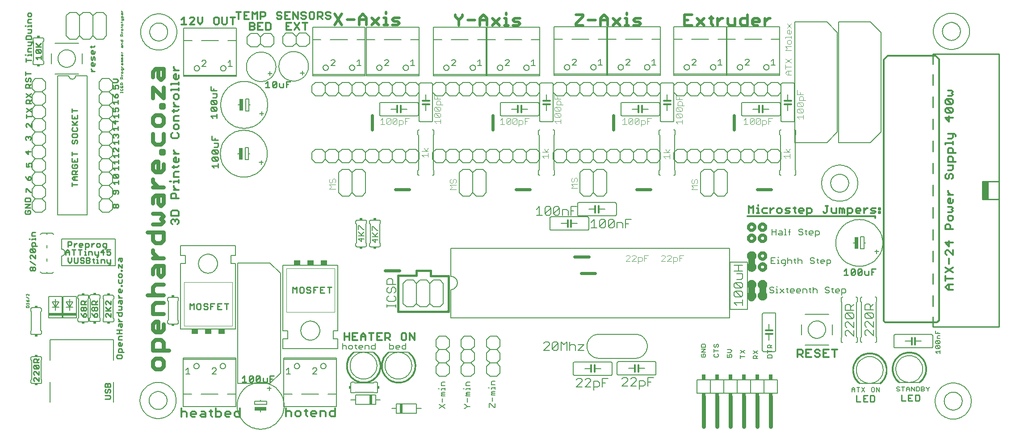
<source format=gto>
G75*
G70*
%OFA0B0*%
%FSLAX24Y24*%
%IPPOS*%
%LPD*%
%AMOC8*
5,1,8,0,0,1.08239X$1,22.5*
%
%ADD10C,0.0040*%
%ADD11C,0.0060*%
%ADD12C,0.0080*%
%ADD13C,0.0140*%
%ADD14C,0.0070*%
%ADD15C,0.0240*%
%ADD16C,0.0500*%
%ADD17C,0.0130*%
%ADD18C,0.0120*%
%ADD19C,0.0190*%
%ADD20C,0.0110*%
%ADD21C,0.0290*%
%ADD22C,0.0160*%
%ADD23C,0.0100*%
%ADD24C,0.0050*%
%ADD25C,0.0010*%
%ADD26C,0.0300*%
%ADD27R,0.0300X0.0200*%
%ADD28R,0.0300X0.0400*%
%ADD29R,0.0200X0.0150*%
%ADD30C,0.0020*%
%ADD31R,0.0500X0.0350*%
%ADD32R,0.0150X0.0200*%
%ADD33R,0.0200X0.0700*%
%ADD34R,0.0900X0.0250*%
%ADD35R,0.0250X0.0900*%
%ADD36R,0.1000X0.0200*%
D10*
X023164Y019780D02*
X023317Y019933D01*
X023164Y020087D01*
X023624Y020087D01*
X023548Y020240D02*
X023624Y020317D01*
X023624Y020470D01*
X023548Y020547D01*
X023471Y020547D01*
X023394Y020470D01*
X023394Y020317D01*
X023317Y020240D01*
X023241Y020240D01*
X023164Y020317D01*
X023164Y020470D01*
X023241Y020547D01*
X023164Y019780D02*
X023624Y019780D01*
X030076Y022311D02*
X030536Y022311D01*
X030536Y022158D02*
X030536Y022465D01*
X030536Y022618D02*
X030076Y022618D01*
X030229Y022848D02*
X030383Y022618D01*
X030536Y022848D01*
X030076Y022311D02*
X030229Y022158D01*
X032169Y020439D02*
X032169Y020285D01*
X032246Y020208D01*
X032322Y020208D01*
X032399Y020285D01*
X032399Y020439D01*
X032476Y020515D01*
X032553Y020515D01*
X032629Y020439D01*
X032629Y020285D01*
X032553Y020208D01*
X032629Y020055D02*
X032169Y020055D01*
X032322Y019901D01*
X032169Y019748D01*
X032629Y019748D01*
X032169Y020439D02*
X032246Y020515D01*
X039051Y022237D02*
X039204Y022084D01*
X039051Y022237D02*
X039511Y022237D01*
X039511Y022084D02*
X039511Y022391D01*
X039511Y022544D02*
X039051Y022544D01*
X039204Y022774D02*
X039358Y022544D01*
X039511Y022774D01*
X037300Y024452D02*
X037300Y024912D01*
X037530Y024912D01*
X037607Y024836D01*
X037607Y024682D01*
X037530Y024605D01*
X037300Y024605D01*
X037147Y024682D02*
X037147Y024989D01*
X036840Y024682D01*
X036916Y024605D01*
X037070Y024605D01*
X037147Y024682D01*
X037147Y024989D02*
X037070Y025066D01*
X036916Y025066D01*
X036840Y024989D01*
X036840Y024682D01*
X036686Y024682D02*
X036610Y024605D01*
X036456Y024605D01*
X036379Y024682D01*
X036686Y024989D01*
X036686Y024682D01*
X036379Y024682D02*
X036379Y024989D01*
X036456Y025066D01*
X036610Y025066D01*
X036686Y024989D01*
X036226Y024605D02*
X035919Y024605D01*
X036072Y024605D02*
X036072Y025066D01*
X035919Y024912D01*
X037761Y024836D02*
X037914Y024836D01*
X037761Y025066D02*
X038067Y025066D01*
X037761Y025066D02*
X037761Y024605D01*
X039974Y024827D02*
X040128Y024674D01*
X039974Y024827D02*
X040435Y024827D01*
X040435Y024674D02*
X040435Y024981D01*
X040358Y025134D02*
X040051Y025441D01*
X040358Y025441D01*
X040435Y025364D01*
X040435Y025211D01*
X040358Y025134D01*
X040051Y025134D01*
X039974Y025211D01*
X039974Y025364D01*
X040051Y025441D01*
X040051Y025595D02*
X039974Y025671D01*
X039974Y025825D01*
X040051Y025902D01*
X040358Y025595D01*
X040435Y025671D01*
X040435Y025825D01*
X040358Y025902D01*
X040051Y025902D01*
X040128Y026055D02*
X040128Y026285D01*
X040204Y026362D01*
X040358Y026362D01*
X040435Y026285D01*
X040435Y026055D01*
X040588Y026055D02*
X040128Y026055D01*
X040204Y026515D02*
X040204Y026669D01*
X039974Y026515D02*
X039974Y026822D01*
X039974Y026515D02*
X040435Y026515D01*
X040358Y025595D02*
X040051Y025595D01*
X045041Y024912D02*
X045195Y025066D01*
X045195Y024605D01*
X045348Y024605D02*
X045041Y024605D01*
X045502Y024682D02*
X045809Y024989D01*
X045809Y024682D01*
X045732Y024605D01*
X045578Y024605D01*
X045502Y024682D01*
X045502Y024989D01*
X045578Y025066D01*
X045732Y025066D01*
X045809Y024989D01*
X045962Y024989D02*
X046039Y025066D01*
X046192Y025066D01*
X046269Y024989D01*
X045962Y024682D01*
X046039Y024605D01*
X046192Y024605D01*
X046269Y024682D01*
X046269Y024989D01*
X046422Y024912D02*
X046653Y024912D01*
X046729Y024836D01*
X046729Y024682D01*
X046653Y024605D01*
X046422Y024605D01*
X046422Y024452D02*
X046422Y024912D01*
X045962Y024989D02*
X045962Y024682D01*
X046883Y024605D02*
X046883Y025066D01*
X047190Y025066D01*
X047036Y024836D02*
X046883Y024836D01*
X049023Y024790D02*
X049483Y024790D01*
X049483Y024637D02*
X049483Y024944D01*
X049407Y025097D02*
X049100Y025404D01*
X049407Y025404D01*
X049483Y025327D01*
X049483Y025174D01*
X049407Y025097D01*
X049100Y025097D01*
X049023Y025174D01*
X049023Y025327D01*
X049100Y025404D01*
X049100Y025558D02*
X049023Y025634D01*
X049023Y025788D01*
X049100Y025865D01*
X049407Y025558D01*
X049483Y025634D01*
X049483Y025788D01*
X049407Y025865D01*
X049100Y025865D01*
X049176Y026018D02*
X049176Y026248D01*
X049253Y026325D01*
X049407Y026325D01*
X049483Y026248D01*
X049483Y026018D01*
X049637Y026018D02*
X049176Y026018D01*
X049100Y025558D02*
X049407Y025558D01*
X049483Y026478D02*
X049023Y026478D01*
X049023Y026785D01*
X049253Y026632D02*
X049253Y026478D01*
X049023Y024790D02*
X049176Y024637D01*
X048560Y022737D02*
X048407Y022507D01*
X048253Y022737D01*
X048100Y022507D02*
X048560Y022507D01*
X048560Y022354D02*
X048560Y022047D01*
X048560Y022200D02*
X048100Y022200D01*
X048253Y022047D01*
X050180Y020414D02*
X050180Y020261D01*
X050257Y020184D01*
X050333Y020184D01*
X050410Y020261D01*
X050410Y020414D01*
X050487Y020491D01*
X050564Y020491D01*
X050640Y020414D01*
X050640Y020261D01*
X050564Y020184D01*
X050640Y020031D02*
X050180Y020031D01*
X050333Y019877D01*
X050180Y019724D01*
X050640Y019724D01*
X050180Y020414D02*
X050257Y020491D01*
X057075Y022237D02*
X057228Y022084D01*
X057075Y022237D02*
X057535Y022237D01*
X057535Y022084D02*
X057535Y022391D01*
X057535Y022544D02*
X057075Y022544D01*
X057228Y022774D02*
X057381Y022544D01*
X057535Y022774D01*
X055471Y024452D02*
X055471Y024912D01*
X055701Y024912D01*
X055778Y024835D01*
X055778Y024682D01*
X055701Y024605D01*
X055471Y024605D01*
X055317Y024682D02*
X055241Y024605D01*
X055087Y024605D01*
X055011Y024682D01*
X055317Y024989D01*
X055317Y024682D01*
X055011Y024682D02*
X055011Y024989D01*
X055087Y025066D01*
X055241Y025066D01*
X055317Y024989D01*
X054857Y024989D02*
X054550Y024682D01*
X054627Y024605D01*
X054780Y024605D01*
X054857Y024682D01*
X054857Y024989D01*
X054780Y025066D01*
X054627Y025066D01*
X054550Y024989D01*
X054550Y024682D01*
X054397Y024605D02*
X054090Y024605D01*
X054243Y024605D02*
X054243Y025066D01*
X054090Y024912D01*
X055931Y024835D02*
X056085Y024835D01*
X055931Y024605D02*
X055931Y025066D01*
X056238Y025066D01*
X058072Y025160D02*
X058225Y025007D01*
X058072Y025160D02*
X058532Y025160D01*
X058532Y025007D02*
X058532Y025314D01*
X058455Y025467D02*
X058148Y025774D01*
X058455Y025774D01*
X058532Y025697D01*
X058532Y025544D01*
X058455Y025467D01*
X058148Y025467D01*
X058072Y025544D01*
X058072Y025697D01*
X058148Y025774D01*
X058148Y025928D02*
X058072Y026004D01*
X058072Y026158D01*
X058148Y026235D01*
X058455Y025928D01*
X058532Y026004D01*
X058532Y026158D01*
X058455Y026235D01*
X058148Y026235D01*
X058225Y026388D02*
X058225Y026618D01*
X058302Y026695D01*
X058455Y026695D01*
X058532Y026618D01*
X058532Y026388D01*
X058686Y026388D02*
X058225Y026388D01*
X058148Y025928D02*
X058455Y025928D01*
X058532Y026848D02*
X058072Y026848D01*
X058072Y027155D01*
X058302Y027002D02*
X058302Y026848D01*
X057645Y028287D02*
X057338Y028287D01*
X057184Y028440D01*
X057338Y028594D01*
X057645Y028594D01*
X057414Y028594D02*
X057414Y028287D01*
X057184Y028747D02*
X057184Y029054D01*
X057184Y028901D02*
X057645Y028901D01*
X057645Y029208D02*
X057184Y029515D01*
X057184Y029208D02*
X057645Y029515D01*
X057645Y030129D02*
X057184Y030129D01*
X057338Y030282D01*
X057184Y030436D01*
X057645Y030436D01*
X057568Y030589D02*
X057645Y030666D01*
X057645Y030819D01*
X057568Y030896D01*
X057414Y030896D01*
X057338Y030819D01*
X057338Y030666D01*
X057414Y030589D01*
X057568Y030589D01*
X057645Y031049D02*
X057645Y031203D01*
X057645Y031126D02*
X057184Y031126D01*
X057184Y031049D01*
X057414Y031356D02*
X057338Y031433D01*
X057338Y031586D01*
X057414Y031663D01*
X057491Y031663D01*
X057491Y031356D01*
X057568Y031356D02*
X057414Y031356D01*
X057568Y031356D02*
X057645Y031433D01*
X057645Y031586D01*
X057645Y031817D02*
X057338Y032124D01*
X057338Y031817D02*
X057645Y032124D01*
X041672Y020517D02*
X041596Y020594D01*
X041519Y020594D01*
X041442Y020517D01*
X041442Y020364D01*
X041365Y020287D01*
X041289Y020287D01*
X041212Y020364D01*
X041212Y020517D01*
X041289Y020594D01*
X041672Y020517D02*
X041672Y020364D01*
X041596Y020287D01*
X041672Y020134D02*
X041212Y020134D01*
X041365Y019980D01*
X041212Y019827D01*
X041672Y019827D01*
X031460Y024674D02*
X031460Y024981D01*
X031460Y024827D02*
X030999Y024827D01*
X031153Y024674D01*
X031076Y025134D02*
X030999Y025211D01*
X030999Y025364D01*
X031076Y025441D01*
X031383Y025134D01*
X031460Y025211D01*
X031460Y025364D01*
X031383Y025441D01*
X031076Y025441D01*
X031076Y025595D02*
X030999Y025671D01*
X030999Y025825D01*
X031076Y025902D01*
X031383Y025595D01*
X031460Y025671D01*
X031460Y025825D01*
X031383Y025902D01*
X031076Y025902D01*
X031153Y026055D02*
X031153Y026285D01*
X031230Y026362D01*
X031383Y026362D01*
X031460Y026285D01*
X031460Y026055D01*
X031613Y026055D02*
X031153Y026055D01*
X031076Y025595D02*
X031383Y025595D01*
X031383Y025134D02*
X031076Y025134D01*
X029130Y025066D02*
X028823Y025066D01*
X028823Y024605D01*
X028669Y024682D02*
X028593Y024605D01*
X028362Y024605D01*
X028362Y024452D02*
X028362Y024912D01*
X028593Y024912D01*
X028669Y024836D01*
X028669Y024682D01*
X028823Y024836D02*
X028976Y024836D01*
X028209Y024989D02*
X027902Y024682D01*
X027979Y024605D01*
X028132Y024605D01*
X028209Y024682D01*
X028209Y024989D01*
X028132Y025066D01*
X027979Y025066D01*
X027902Y024989D01*
X027902Y024682D01*
X027749Y024682D02*
X027672Y024605D01*
X027518Y024605D01*
X027442Y024682D01*
X027749Y024989D01*
X027749Y024682D01*
X027749Y024989D02*
X027672Y025066D01*
X027518Y025066D01*
X027442Y024989D01*
X027442Y024682D01*
X027288Y024605D02*
X026981Y024605D01*
X027135Y024605D02*
X027135Y025066D01*
X026981Y024912D01*
X030999Y026515D02*
X030999Y026822D01*
X031230Y026669D02*
X031230Y026515D01*
X031460Y026515D02*
X030999Y026515D01*
X045284Y014742D02*
X045361Y014818D01*
X045514Y014818D01*
X045591Y014742D01*
X045591Y014665D01*
X045284Y014358D01*
X045591Y014358D01*
X045744Y014358D02*
X046051Y014665D01*
X046051Y014742D01*
X045975Y014818D01*
X045821Y014818D01*
X045744Y014742D01*
X045744Y014358D02*
X046051Y014358D01*
X046205Y014358D02*
X046435Y014358D01*
X046512Y014435D01*
X046512Y014588D01*
X046435Y014665D01*
X046205Y014665D01*
X046205Y014205D01*
X046665Y014358D02*
X046665Y014818D01*
X046972Y014818D01*
X046819Y014588D02*
X046665Y014588D01*
X047915Y014742D02*
X047991Y014818D01*
X048145Y014818D01*
X048221Y014742D01*
X048221Y014665D01*
X047915Y014358D01*
X048221Y014358D01*
X048375Y014358D02*
X048682Y014665D01*
X048682Y014742D01*
X048605Y014818D01*
X048452Y014818D01*
X048375Y014742D01*
X048375Y014358D02*
X048682Y014358D01*
X048835Y014358D02*
X049066Y014358D01*
X049142Y014435D01*
X049142Y014588D01*
X049066Y014665D01*
X048835Y014665D01*
X048835Y014205D01*
X049296Y014358D02*
X049296Y014818D01*
X049603Y014818D01*
X049449Y014588D02*
X049296Y014588D01*
D11*
X053015Y015348D02*
X032215Y015348D01*
X032215Y013248D01*
X032259Y013246D01*
X032302Y013240D01*
X032344Y013231D01*
X032386Y013218D01*
X032426Y013201D01*
X032465Y013181D01*
X032502Y013158D01*
X032536Y013131D01*
X032569Y013102D01*
X032598Y013069D01*
X032625Y013035D01*
X032648Y012998D01*
X032668Y012959D01*
X032685Y012919D01*
X032698Y012877D01*
X032707Y012835D01*
X032713Y012792D01*
X032715Y012748D01*
X032713Y012704D01*
X032707Y012661D01*
X032698Y012619D01*
X032685Y012577D01*
X032668Y012537D01*
X032648Y012498D01*
X032625Y012461D01*
X032598Y012427D01*
X032569Y012394D01*
X032536Y012365D01*
X032502Y012338D01*
X032465Y012315D01*
X032426Y012295D01*
X032386Y012278D01*
X032344Y012265D01*
X032302Y012256D01*
X032259Y012250D01*
X032215Y012248D01*
X032215Y010148D01*
X053015Y010148D01*
X053015Y015348D01*
X053359Y014070D02*
X054000Y014070D01*
X053679Y014070D02*
X053679Y013643D01*
X053573Y013426D02*
X054000Y013426D01*
X054000Y013106D01*
X053893Y012999D01*
X053573Y012999D01*
X053466Y012781D02*
X053893Y012354D01*
X054000Y012461D01*
X054000Y012675D01*
X053893Y012781D01*
X053466Y012781D01*
X053359Y012675D01*
X053359Y012461D01*
X053466Y012354D01*
X053893Y012354D01*
X053893Y012137D02*
X053466Y012137D01*
X053893Y011710D01*
X054000Y011817D01*
X054000Y012030D01*
X053893Y012137D01*
X053466Y012137D02*
X053359Y012030D01*
X053359Y011817D01*
X053466Y011710D01*
X053893Y011710D01*
X054000Y011492D02*
X054000Y011065D01*
X054000Y011279D02*
X053359Y011279D01*
X053573Y011065D01*
X055478Y010417D02*
X055478Y007717D01*
X055480Y007700D01*
X055484Y007683D01*
X055491Y007667D01*
X055501Y007653D01*
X055514Y007640D01*
X055528Y007630D01*
X055544Y007623D01*
X055561Y007619D01*
X055578Y007617D01*
X056378Y007617D01*
X056395Y007619D01*
X056412Y007623D01*
X056428Y007630D01*
X056442Y007640D01*
X056455Y007653D01*
X056465Y007667D01*
X056472Y007683D01*
X056476Y007700D01*
X056478Y007717D01*
X056478Y010417D01*
X056476Y010434D01*
X056472Y010451D01*
X056465Y010467D01*
X056455Y010481D01*
X056442Y010494D01*
X056428Y010504D01*
X056412Y010511D01*
X056395Y010515D01*
X056378Y010517D01*
X055578Y010517D01*
X055561Y010515D01*
X055544Y010511D01*
X055528Y010504D01*
X055514Y010494D01*
X055501Y010481D01*
X055491Y010467D01*
X055484Y010451D01*
X055480Y010434D01*
X055478Y010417D01*
X055978Y009667D02*
X055978Y009197D01*
X055978Y008947D02*
X055978Y008467D01*
X061360Y008389D02*
X061360Y008639D01*
X061410Y008689D01*
X061410Y011289D01*
X061360Y011339D01*
X061360Y011589D01*
X061362Y011606D01*
X061366Y011623D01*
X061373Y011639D01*
X061383Y011653D01*
X061396Y011666D01*
X061410Y011676D01*
X061426Y011683D01*
X061443Y011687D01*
X061460Y011689D01*
X061402Y011848D02*
X061402Y012288D01*
X061622Y012288D01*
X061695Y012215D01*
X061695Y012068D01*
X061622Y011995D01*
X061402Y011995D01*
X061235Y012141D02*
X060941Y012141D01*
X060941Y012068D02*
X060941Y012215D01*
X061015Y012288D01*
X061162Y012288D01*
X061235Y012215D01*
X061235Y012141D01*
X061162Y011995D02*
X061015Y011995D01*
X060941Y012068D01*
X060781Y011995D02*
X060708Y012068D01*
X060708Y012361D01*
X060634Y012288D02*
X060781Y012288D01*
X060468Y012361D02*
X060394Y012435D01*
X060247Y012435D01*
X060174Y012361D01*
X060174Y012288D01*
X060247Y012215D01*
X060394Y012215D01*
X060468Y012141D01*
X060468Y012068D01*
X060394Y011995D01*
X060247Y011995D01*
X060174Y012068D01*
X059547Y011995D02*
X059547Y012215D01*
X059473Y012288D01*
X059327Y012288D01*
X059253Y012215D01*
X059093Y012288D02*
X058946Y012288D01*
X059020Y012361D02*
X059020Y012068D01*
X059093Y011995D01*
X059253Y011995D02*
X059253Y012435D01*
X058780Y012215D02*
X058780Y011995D01*
X058780Y012215D02*
X058706Y012288D01*
X058486Y012288D01*
X058486Y011995D01*
X058319Y012141D02*
X058026Y012141D01*
X058026Y012068D02*
X058026Y012215D01*
X058099Y012288D01*
X058246Y012288D01*
X058319Y012215D01*
X058319Y012141D01*
X058246Y011995D02*
X058099Y011995D01*
X058026Y012068D01*
X057859Y012141D02*
X057565Y012141D01*
X057565Y012068D02*
X057565Y012215D01*
X057639Y012288D01*
X057785Y012288D01*
X057859Y012215D01*
X057859Y012141D01*
X057785Y011995D02*
X057639Y011995D01*
X057565Y012068D01*
X057405Y011995D02*
X057332Y012068D01*
X057332Y012361D01*
X057258Y012288D02*
X057405Y012288D01*
X057091Y012288D02*
X056798Y011995D01*
X056638Y011995D02*
X056491Y011995D01*
X056564Y011995D02*
X056564Y012288D01*
X056491Y012288D01*
X056564Y012435D02*
X056564Y012508D01*
X056324Y012361D02*
X056251Y012435D01*
X056104Y012435D01*
X056031Y012361D01*
X056031Y012288D01*
X056104Y012215D01*
X056251Y012215D01*
X056324Y012141D01*
X056324Y012068D01*
X056251Y011995D01*
X056104Y011995D01*
X056031Y012068D01*
X056798Y012288D02*
X057091Y011995D01*
X054000Y013643D02*
X053359Y013643D01*
X056137Y014186D02*
X056430Y014186D01*
X056597Y014186D02*
X056744Y014186D01*
X056671Y014186D02*
X056671Y014480D01*
X056597Y014480D01*
X056671Y014626D02*
X056671Y014700D01*
X056430Y014626D02*
X056137Y014626D01*
X056137Y014186D01*
X056137Y014406D02*
X056284Y014406D01*
X056904Y014406D02*
X056904Y014259D01*
X056978Y014186D01*
X057198Y014186D01*
X057198Y014113D02*
X057198Y014480D01*
X056978Y014480D01*
X056904Y014406D01*
X057051Y014039D02*
X057124Y014039D01*
X057198Y014113D01*
X057365Y014186D02*
X057365Y014626D01*
X057438Y014480D02*
X057585Y014480D01*
X057658Y014406D01*
X057658Y014186D01*
X057898Y014259D02*
X057972Y014186D01*
X057898Y014259D02*
X057898Y014553D01*
X057825Y014480D02*
X057972Y014480D01*
X058132Y014406D02*
X058205Y014480D01*
X058352Y014480D01*
X058425Y014406D01*
X058425Y014186D01*
X058132Y014186D02*
X058132Y014626D01*
X057438Y014480D02*
X057365Y014406D01*
X059053Y014480D02*
X059126Y014406D01*
X059273Y014406D01*
X059346Y014333D01*
X059346Y014259D01*
X059273Y014186D01*
X059126Y014186D01*
X059053Y014259D01*
X059053Y014480D02*
X059053Y014553D01*
X059126Y014626D01*
X059273Y014626D01*
X059346Y014553D01*
X059513Y014480D02*
X059660Y014480D01*
X059586Y014553D02*
X059586Y014259D01*
X059660Y014186D01*
X059820Y014259D02*
X059820Y014406D01*
X059893Y014480D01*
X060040Y014480D01*
X060114Y014406D01*
X060114Y014333D01*
X059820Y014333D01*
X059820Y014259D02*
X059893Y014186D01*
X060040Y014186D01*
X060280Y014186D02*
X060501Y014186D01*
X060574Y014259D01*
X060574Y014406D01*
X060501Y014480D01*
X060280Y014480D01*
X060280Y014039D01*
X062805Y015286D02*
X063055Y015286D01*
X063055Y015736D01*
X063055Y016186D01*
X062805Y016186D01*
X062805Y015286D01*
X063855Y015086D02*
X064155Y015086D01*
X064005Y014936D02*
X064005Y015236D01*
X063155Y015736D02*
X063055Y015736D01*
X060955Y015736D02*
X060957Y015822D01*
X060963Y015908D01*
X060974Y015993D01*
X060989Y016077D01*
X061007Y016161D01*
X061030Y016244D01*
X061057Y016326D01*
X061088Y016406D01*
X061123Y016484D01*
X061162Y016561D01*
X061204Y016636D01*
X061250Y016708D01*
X061299Y016778D01*
X061352Y016846D01*
X061408Y016911D01*
X061468Y016973D01*
X061530Y017033D01*
X061595Y017089D01*
X061663Y017142D01*
X061733Y017191D01*
X061805Y017237D01*
X061880Y017279D01*
X061957Y017318D01*
X062035Y017353D01*
X062115Y017384D01*
X062197Y017411D01*
X062280Y017434D01*
X062364Y017452D01*
X062448Y017467D01*
X062533Y017478D01*
X062619Y017484D01*
X062705Y017486D01*
X062791Y017484D01*
X062877Y017478D01*
X062962Y017467D01*
X063046Y017452D01*
X063130Y017434D01*
X063213Y017411D01*
X063295Y017384D01*
X063375Y017353D01*
X063453Y017318D01*
X063530Y017279D01*
X063605Y017237D01*
X063677Y017191D01*
X063747Y017142D01*
X063815Y017089D01*
X063880Y017033D01*
X063942Y016973D01*
X064002Y016911D01*
X064058Y016846D01*
X064111Y016778D01*
X064160Y016708D01*
X064206Y016636D01*
X064248Y016561D01*
X064287Y016484D01*
X064322Y016406D01*
X064353Y016326D01*
X064380Y016244D01*
X064403Y016161D01*
X064421Y016077D01*
X064436Y015993D01*
X064447Y015908D01*
X064453Y015822D01*
X064455Y015736D01*
X064453Y015650D01*
X064447Y015564D01*
X064436Y015479D01*
X064421Y015395D01*
X064403Y015311D01*
X064380Y015228D01*
X064353Y015146D01*
X064322Y015066D01*
X064287Y014988D01*
X064248Y014911D01*
X064206Y014836D01*
X064160Y014764D01*
X064111Y014694D01*
X064058Y014626D01*
X064002Y014561D01*
X063942Y014499D01*
X063880Y014439D01*
X063815Y014383D01*
X063747Y014330D01*
X063677Y014281D01*
X063605Y014235D01*
X063530Y014193D01*
X063453Y014154D01*
X063375Y014119D01*
X063295Y014088D01*
X063213Y014061D01*
X063130Y014038D01*
X063046Y014020D01*
X062962Y014005D01*
X062877Y013994D01*
X062791Y013988D01*
X062705Y013986D01*
X062619Y013988D01*
X062533Y013994D01*
X062448Y014005D01*
X062364Y014020D01*
X062280Y014038D01*
X062197Y014061D01*
X062115Y014088D01*
X062035Y014119D01*
X061957Y014154D01*
X061880Y014193D01*
X061805Y014235D01*
X061733Y014281D01*
X061663Y014330D01*
X061595Y014383D01*
X061530Y014439D01*
X061468Y014499D01*
X061408Y014561D01*
X061352Y014626D01*
X061299Y014694D01*
X061250Y014764D01*
X061204Y014836D01*
X061162Y014911D01*
X061123Y014988D01*
X061088Y015066D01*
X061057Y015146D01*
X061030Y015228D01*
X061007Y015311D01*
X060989Y015395D01*
X060974Y015479D01*
X060963Y015564D01*
X060957Y015650D01*
X060955Y015736D01*
X062255Y015736D02*
X062455Y015736D01*
X059717Y016408D02*
X059644Y016335D01*
X059423Y016335D01*
X059423Y016188D02*
X059423Y016629D01*
X059644Y016629D01*
X059717Y016555D01*
X059717Y016408D01*
X059257Y016482D02*
X058963Y016482D01*
X058963Y016555D02*
X059036Y016629D01*
X059183Y016629D01*
X059257Y016555D01*
X059257Y016482D01*
X059183Y016335D02*
X059036Y016335D01*
X058963Y016408D01*
X058963Y016555D01*
X058803Y016629D02*
X058656Y016629D01*
X058730Y016702D02*
X058730Y016408D01*
X058803Y016335D01*
X058489Y016408D02*
X058416Y016335D01*
X058269Y016335D01*
X058196Y016408D01*
X058269Y016555D02*
X058416Y016555D01*
X058489Y016482D01*
X058489Y016408D01*
X058269Y016555D02*
X058196Y016629D01*
X058196Y016702D01*
X058269Y016775D01*
X058416Y016775D01*
X058489Y016702D01*
X057575Y016775D02*
X057502Y016702D01*
X057502Y016335D01*
X057575Y016555D02*
X057428Y016555D01*
X057268Y016335D02*
X057121Y016335D01*
X057195Y016335D02*
X057195Y016775D01*
X057121Y016775D01*
X056955Y016555D02*
X056955Y016335D01*
X056734Y016335D01*
X056661Y016408D01*
X056734Y016482D01*
X056955Y016482D01*
X056955Y016555D02*
X056881Y016629D01*
X056734Y016629D01*
X056494Y016555D02*
X056201Y016555D01*
X056201Y016335D02*
X056201Y016775D01*
X056494Y016775D02*
X056494Y016335D01*
X052865Y019498D02*
X052615Y019248D01*
X052115Y019248D01*
X051865Y019498D01*
X051865Y020998D01*
X052115Y021248D01*
X052615Y021248D01*
X052865Y020998D01*
X052865Y019498D01*
X051865Y019498D02*
X051615Y019248D01*
X051115Y019248D01*
X050865Y019498D01*
X050865Y020998D01*
X051115Y021248D01*
X051615Y021248D01*
X051865Y020998D01*
X051615Y021748D02*
X051115Y021748D01*
X050865Y021998D01*
X050615Y021748D01*
X050115Y021748D01*
X049865Y021998D01*
X049615Y021748D01*
X049115Y021748D01*
X048865Y021998D01*
X048865Y022498D01*
X049115Y022748D01*
X049615Y022748D01*
X049865Y022498D01*
X050115Y022748D01*
X050615Y022748D01*
X050865Y022498D01*
X050865Y021998D01*
X051615Y021748D02*
X051865Y021998D01*
X052115Y021748D01*
X052615Y021748D01*
X052865Y021998D01*
X053115Y021748D01*
X053615Y021748D01*
X053865Y021998D01*
X053865Y022498D01*
X053615Y022748D01*
X053115Y022748D01*
X052865Y022498D01*
X052865Y021998D01*
X053865Y021998D02*
X054115Y021748D01*
X054615Y021748D01*
X054865Y021998D01*
X055115Y021748D01*
X055615Y021748D01*
X055865Y021998D01*
X056115Y021748D01*
X056615Y021748D01*
X056865Y021998D01*
X056865Y022498D01*
X056615Y022748D01*
X056115Y022748D01*
X055865Y022498D01*
X055865Y021998D01*
X055865Y022498D02*
X055615Y022748D01*
X055115Y022748D01*
X054865Y022498D01*
X054865Y021998D01*
X054865Y022498D02*
X054615Y022748D01*
X054115Y022748D01*
X053865Y022498D01*
X052865Y022498D02*
X052615Y022748D01*
X052115Y022748D01*
X051865Y022498D01*
X051865Y021998D01*
X051865Y022498D02*
X051615Y022748D01*
X051115Y022748D01*
X050865Y022498D01*
X049865Y022498D02*
X049865Y021998D01*
X048965Y021148D02*
X048915Y021198D01*
X048915Y023798D01*
X048965Y023848D01*
X048965Y024098D01*
X048963Y024115D01*
X048959Y024132D01*
X048952Y024148D01*
X048942Y024162D01*
X048929Y024175D01*
X048915Y024185D01*
X048899Y024192D01*
X048882Y024196D01*
X048865Y024198D01*
X048765Y024798D02*
X047965Y024798D01*
X047948Y024800D01*
X047931Y024804D01*
X047915Y024811D01*
X047901Y024821D01*
X047888Y024834D01*
X047878Y024848D01*
X047871Y024864D01*
X047867Y024881D01*
X047865Y024898D01*
X047865Y027598D01*
X047865Y027498D02*
X047615Y027748D01*
X047115Y027748D01*
X046865Y027498D01*
X046615Y027748D01*
X046115Y027748D01*
X045865Y027498D01*
X045865Y026998D01*
X046115Y026748D01*
X046615Y026748D01*
X046865Y026998D01*
X046865Y027498D01*
X046865Y026998D02*
X047115Y026748D01*
X047615Y026748D01*
X047865Y026998D01*
X047865Y027498D01*
X047865Y027598D02*
X047867Y027615D01*
X047871Y027632D01*
X047878Y027648D01*
X047888Y027662D01*
X047901Y027675D01*
X047915Y027685D01*
X047931Y027692D01*
X047948Y027696D01*
X047965Y027698D01*
X048765Y027698D01*
X048782Y027696D01*
X048799Y027692D01*
X048815Y027685D01*
X048829Y027675D01*
X048842Y027662D01*
X048852Y027648D01*
X048859Y027632D01*
X048863Y027615D01*
X048865Y027598D01*
X048865Y024898D01*
X048863Y024881D01*
X048859Y024864D01*
X048852Y024848D01*
X048842Y024834D01*
X048829Y024821D01*
X048815Y024811D01*
X048799Y024804D01*
X048782Y024800D01*
X048765Y024798D01*
X047815Y025348D02*
X047815Y026148D01*
X047813Y026165D01*
X047809Y026182D01*
X047802Y026198D01*
X047792Y026212D01*
X047779Y026225D01*
X047765Y026235D01*
X047749Y026242D01*
X047732Y026246D01*
X047715Y026248D01*
X045015Y026248D01*
X044998Y026246D01*
X044981Y026242D01*
X044965Y026235D01*
X044951Y026225D01*
X044938Y026212D01*
X044928Y026198D01*
X044921Y026182D01*
X044917Y026165D01*
X044915Y026148D01*
X044915Y025348D01*
X044917Y025331D01*
X044921Y025314D01*
X044928Y025298D01*
X044938Y025284D01*
X044951Y025271D01*
X044965Y025261D01*
X044981Y025254D01*
X044998Y025250D01*
X045015Y025248D01*
X047715Y025248D01*
X047732Y025250D01*
X047749Y025254D01*
X047765Y025261D01*
X047779Y025271D01*
X047792Y025284D01*
X047802Y025298D01*
X047809Y025314D01*
X047813Y025331D01*
X047815Y025348D01*
X048365Y025648D02*
X048365Y026118D01*
X048365Y026368D02*
X048365Y026848D01*
X048865Y026998D02*
X048865Y027498D01*
X049115Y027748D01*
X049615Y027748D01*
X049865Y027498D01*
X050115Y027748D01*
X050615Y027748D01*
X050865Y027498D01*
X051115Y027748D01*
X051615Y027748D01*
X051865Y027498D01*
X052115Y027748D01*
X052615Y027748D01*
X052865Y027498D01*
X053115Y027748D01*
X053615Y027748D01*
X053865Y027498D01*
X054115Y027748D01*
X054615Y027748D01*
X054865Y027498D01*
X055115Y027748D01*
X055615Y027748D01*
X055865Y027498D01*
X056115Y027748D01*
X056615Y027748D01*
X056865Y027498D01*
X056865Y026998D01*
X056615Y026748D01*
X056115Y026748D01*
X055865Y026998D01*
X055615Y026748D01*
X055115Y026748D01*
X054865Y026998D01*
X054865Y027498D01*
X054865Y026998D02*
X054615Y026748D01*
X054115Y026748D01*
X053865Y026998D01*
X053615Y026748D01*
X053115Y026748D01*
X052865Y026998D01*
X052615Y026748D01*
X052115Y026748D01*
X051865Y026998D01*
X051865Y027498D01*
X051865Y026998D02*
X051615Y026748D01*
X051115Y026748D01*
X050865Y026998D01*
X050615Y026748D01*
X050115Y026748D01*
X049865Y026998D01*
X049615Y026748D01*
X049115Y026748D01*
X048865Y026998D01*
X049865Y026998D02*
X049865Y027498D01*
X050865Y027498D02*
X050865Y026998D01*
X052865Y026998D02*
X052865Y027498D01*
X053865Y027498D02*
X053865Y026998D01*
X054015Y026248D02*
X056715Y026248D01*
X056732Y026246D01*
X056749Y026242D01*
X056765Y026235D01*
X056779Y026225D01*
X056792Y026212D01*
X056802Y026198D01*
X056809Y026182D01*
X056813Y026165D01*
X056815Y026148D01*
X056815Y025348D01*
X056813Y025331D01*
X056809Y025314D01*
X056802Y025298D01*
X056792Y025284D01*
X056779Y025271D01*
X056765Y025261D01*
X056749Y025254D01*
X056732Y025250D01*
X056715Y025248D01*
X054015Y025248D01*
X053998Y025250D01*
X053981Y025254D01*
X053965Y025261D01*
X053951Y025271D01*
X053938Y025284D01*
X053928Y025298D01*
X053921Y025314D01*
X053917Y025331D01*
X053915Y025348D01*
X053915Y026148D01*
X053917Y026165D01*
X053921Y026182D01*
X053928Y026198D01*
X053938Y026212D01*
X053951Y026225D01*
X053965Y026235D01*
X053981Y026242D01*
X053998Y026246D01*
X054015Y026248D01*
X054765Y025748D02*
X055245Y025748D01*
X055495Y025748D02*
X055965Y025748D01*
X056865Y024898D02*
X056865Y027598D01*
X056867Y027615D01*
X056871Y027632D01*
X056878Y027648D01*
X056888Y027662D01*
X056901Y027675D01*
X056915Y027685D01*
X056931Y027692D01*
X056948Y027696D01*
X056965Y027698D01*
X057765Y027698D01*
X057782Y027696D01*
X057799Y027692D01*
X057815Y027685D01*
X057829Y027675D01*
X057842Y027662D01*
X057852Y027648D01*
X057859Y027632D01*
X057863Y027615D01*
X057865Y027598D01*
X057865Y024898D01*
X057863Y024881D01*
X057859Y024864D01*
X057852Y024848D01*
X057842Y024834D01*
X057829Y024821D01*
X057815Y024811D01*
X057799Y024804D01*
X057782Y024800D01*
X057765Y024798D01*
X056965Y024798D01*
X056948Y024800D01*
X056931Y024804D01*
X056915Y024811D01*
X056901Y024821D01*
X056888Y024834D01*
X056878Y024848D01*
X056871Y024864D01*
X056867Y024881D01*
X056865Y024898D01*
X057365Y025648D02*
X057365Y026118D01*
X057365Y026368D02*
X057365Y026848D01*
X055865Y026998D02*
X055865Y027498D01*
X056754Y028278D02*
X056754Y028358D01*
X052824Y028358D01*
X052824Y030958D01*
X052824Y031898D01*
X056754Y031898D01*
X056754Y030958D01*
X056754Y028358D01*
X056754Y028278D02*
X052824Y028278D01*
X052824Y028358D01*
X052785Y028358D02*
X052785Y028278D01*
X048855Y028278D01*
X048855Y028358D01*
X048855Y030958D01*
X048855Y031898D01*
X052785Y031898D01*
X052785Y030958D01*
X052785Y028358D01*
X048855Y028358D01*
X047860Y028358D02*
X047860Y028278D01*
X043930Y028278D01*
X043930Y028358D01*
X043930Y030958D01*
X043930Y031898D01*
X047860Y031898D01*
X047860Y030958D01*
X047860Y028358D01*
X043930Y028358D01*
X043854Y028358D02*
X043854Y028278D01*
X039924Y028278D01*
X039924Y028358D01*
X039924Y030958D01*
X039924Y031898D01*
X043854Y031898D01*
X043854Y030958D01*
X043854Y028358D01*
X039924Y028358D01*
X038856Y028321D02*
X038856Y028241D01*
X034926Y028241D01*
X034926Y028321D01*
X034926Y030921D01*
X034926Y031861D01*
X038856Y031861D01*
X038856Y030921D01*
X038856Y028321D01*
X034926Y028321D01*
X034850Y028321D02*
X034850Y028241D01*
X030920Y028241D01*
X030920Y028321D01*
X030920Y030921D01*
X030920Y031861D01*
X034850Y031861D01*
X034850Y030921D01*
X034850Y028321D01*
X030920Y028321D01*
X029851Y028321D02*
X029851Y028241D01*
X025921Y028241D01*
X025921Y028321D01*
X025921Y030921D01*
X025921Y031861D01*
X029851Y031861D01*
X029851Y030921D01*
X029851Y028321D01*
X025921Y028321D01*
X025845Y028321D02*
X025845Y028241D01*
X021915Y028241D01*
X021915Y028321D01*
X021915Y030921D01*
X021915Y031861D01*
X025845Y031861D01*
X025845Y030921D01*
X025845Y028321D01*
X021915Y028321D01*
X021305Y028443D02*
X021155Y028443D01*
X021155Y028293D01*
X021155Y028443D02*
X021005Y028443D01*
X021155Y028443D02*
X021155Y028593D01*
X019405Y028943D02*
X019407Y029009D01*
X019413Y029074D01*
X019423Y029139D01*
X019436Y029204D01*
X019454Y029267D01*
X019475Y029330D01*
X019500Y029390D01*
X019529Y029450D01*
X019561Y029507D01*
X019596Y029563D01*
X019635Y029616D01*
X019677Y029667D01*
X019721Y029715D01*
X019769Y029760D01*
X019819Y029803D01*
X019872Y029842D01*
X019927Y029879D01*
X019984Y029912D01*
X020043Y029941D01*
X020103Y029967D01*
X020165Y029989D01*
X020228Y030008D01*
X020292Y030022D01*
X020357Y030033D01*
X020423Y030040D01*
X020489Y030043D01*
X020554Y030042D01*
X020620Y030037D01*
X020685Y030028D01*
X020750Y030015D01*
X020813Y029999D01*
X020876Y029979D01*
X020937Y029954D01*
X020997Y029927D01*
X021055Y029896D01*
X021111Y029861D01*
X021165Y029823D01*
X021216Y029782D01*
X021265Y029738D01*
X021311Y029691D01*
X021355Y029642D01*
X021395Y029590D01*
X021432Y029535D01*
X021466Y029479D01*
X021496Y029420D01*
X021523Y029360D01*
X021546Y029299D01*
X021565Y029236D01*
X021581Y029172D01*
X021593Y029107D01*
X021601Y029042D01*
X021605Y028976D01*
X021605Y028910D01*
X021601Y028844D01*
X021593Y028779D01*
X021581Y028714D01*
X021565Y028650D01*
X021546Y028587D01*
X021523Y028526D01*
X021496Y028466D01*
X021466Y028407D01*
X021432Y028351D01*
X021395Y028296D01*
X021355Y028244D01*
X021311Y028195D01*
X021265Y028148D01*
X021216Y028104D01*
X021165Y028063D01*
X021111Y028025D01*
X021055Y027990D01*
X020997Y027959D01*
X020937Y027932D01*
X020876Y027907D01*
X020813Y027887D01*
X020750Y027871D01*
X020685Y027858D01*
X020620Y027849D01*
X020554Y027844D01*
X020489Y027843D01*
X020423Y027846D01*
X020357Y027853D01*
X020292Y027864D01*
X020228Y027878D01*
X020165Y027897D01*
X020103Y027919D01*
X020043Y027945D01*
X019984Y027974D01*
X019927Y028007D01*
X019872Y028044D01*
X019819Y028083D01*
X019769Y028126D01*
X019721Y028171D01*
X019677Y028219D01*
X019635Y028270D01*
X019596Y028323D01*
X019561Y028379D01*
X019529Y028436D01*
X019500Y028496D01*
X019475Y028556D01*
X019454Y028619D01*
X019436Y028682D01*
X019423Y028747D01*
X019413Y028812D01*
X019407Y028877D01*
X019405Y028943D01*
X018879Y028406D02*
X018729Y028406D01*
X018729Y028256D01*
X018729Y028406D02*
X018579Y028406D01*
X018729Y028406D02*
X018729Y028556D01*
X016979Y028906D02*
X016981Y028972D01*
X016987Y029037D01*
X016997Y029102D01*
X017010Y029167D01*
X017028Y029230D01*
X017049Y029293D01*
X017074Y029353D01*
X017103Y029413D01*
X017135Y029470D01*
X017170Y029526D01*
X017209Y029579D01*
X017251Y029630D01*
X017295Y029678D01*
X017343Y029723D01*
X017393Y029766D01*
X017446Y029805D01*
X017501Y029842D01*
X017558Y029875D01*
X017617Y029904D01*
X017677Y029930D01*
X017739Y029952D01*
X017802Y029971D01*
X017866Y029985D01*
X017931Y029996D01*
X017997Y030003D01*
X018063Y030006D01*
X018128Y030005D01*
X018194Y030000D01*
X018259Y029991D01*
X018324Y029978D01*
X018387Y029962D01*
X018450Y029942D01*
X018511Y029917D01*
X018571Y029890D01*
X018629Y029859D01*
X018685Y029824D01*
X018739Y029786D01*
X018790Y029745D01*
X018839Y029701D01*
X018885Y029654D01*
X018929Y029605D01*
X018969Y029553D01*
X019006Y029498D01*
X019040Y029442D01*
X019070Y029383D01*
X019097Y029323D01*
X019120Y029262D01*
X019139Y029199D01*
X019155Y029135D01*
X019167Y029070D01*
X019175Y029005D01*
X019179Y028939D01*
X019179Y028873D01*
X019175Y028807D01*
X019167Y028742D01*
X019155Y028677D01*
X019139Y028613D01*
X019120Y028550D01*
X019097Y028489D01*
X019070Y028429D01*
X019040Y028370D01*
X019006Y028314D01*
X018969Y028259D01*
X018929Y028207D01*
X018885Y028158D01*
X018839Y028111D01*
X018790Y028067D01*
X018739Y028026D01*
X018685Y027988D01*
X018629Y027953D01*
X018571Y027922D01*
X018511Y027895D01*
X018450Y027870D01*
X018387Y027850D01*
X018324Y027834D01*
X018259Y027821D01*
X018194Y027812D01*
X018128Y027807D01*
X018063Y027806D01*
X017997Y027809D01*
X017931Y027816D01*
X017866Y027827D01*
X017802Y027841D01*
X017739Y027860D01*
X017677Y027882D01*
X017617Y027908D01*
X017558Y027937D01*
X017501Y027970D01*
X017446Y028007D01*
X017393Y028046D01*
X017343Y028089D01*
X017295Y028134D01*
X017251Y028182D01*
X017209Y028233D01*
X017170Y028286D01*
X017135Y028342D01*
X017103Y028399D01*
X017074Y028459D01*
X017049Y028519D01*
X017028Y028582D01*
X017010Y028645D01*
X016997Y028710D01*
X016987Y028775D01*
X016981Y028840D01*
X016979Y028906D01*
X016230Y028277D02*
X016230Y028197D01*
X012300Y028197D01*
X012300Y028277D01*
X012300Y030877D01*
X012300Y031817D01*
X016230Y031817D01*
X016230Y030877D01*
X016230Y028277D01*
X012300Y028277D01*
X013080Y028797D02*
X013082Y028825D01*
X013088Y028852D01*
X013097Y028878D01*
X013110Y028903D01*
X013127Y028926D01*
X013146Y028946D01*
X013168Y028963D01*
X013192Y028977D01*
X013218Y028987D01*
X013245Y028994D01*
X013273Y028997D01*
X013301Y028996D01*
X013328Y028991D01*
X013355Y028982D01*
X013380Y028970D01*
X013403Y028955D01*
X013424Y028936D01*
X013442Y028915D01*
X013457Y028891D01*
X013468Y028865D01*
X013476Y028839D01*
X013480Y028811D01*
X013480Y028783D01*
X013476Y028755D01*
X013468Y028729D01*
X013457Y028703D01*
X013442Y028679D01*
X013424Y028658D01*
X013403Y028639D01*
X013380Y028624D01*
X013355Y028612D01*
X013328Y028603D01*
X013301Y028598D01*
X013273Y028597D01*
X013245Y028600D01*
X013218Y028607D01*
X013192Y028617D01*
X013168Y028631D01*
X013146Y028648D01*
X013127Y028668D01*
X013110Y028691D01*
X013097Y028716D01*
X013088Y028742D01*
X013082Y028769D01*
X013080Y028797D01*
X015050Y028797D02*
X015052Y028825D01*
X015058Y028852D01*
X015067Y028878D01*
X015080Y028903D01*
X015097Y028926D01*
X015116Y028946D01*
X015138Y028963D01*
X015162Y028977D01*
X015188Y028987D01*
X015215Y028994D01*
X015243Y028997D01*
X015271Y028996D01*
X015298Y028991D01*
X015325Y028982D01*
X015350Y028970D01*
X015373Y028955D01*
X015394Y028936D01*
X015412Y028915D01*
X015427Y028891D01*
X015438Y028865D01*
X015446Y028839D01*
X015450Y028811D01*
X015450Y028783D01*
X015446Y028755D01*
X015438Y028729D01*
X015427Y028703D01*
X015412Y028679D01*
X015394Y028658D01*
X015373Y028639D01*
X015350Y028624D01*
X015325Y028612D01*
X015298Y028603D01*
X015271Y028598D01*
X015243Y028597D01*
X015215Y028600D01*
X015188Y028607D01*
X015162Y028617D01*
X015138Y028631D01*
X015116Y028648D01*
X015097Y028668D01*
X015080Y028691D01*
X015067Y028716D01*
X015058Y028742D01*
X015052Y028769D01*
X015050Y028797D01*
X017042Y030641D02*
X017292Y030391D01*
X017792Y030391D01*
X018042Y030641D01*
X018042Y031141D01*
X017792Y031391D01*
X017292Y031391D01*
X017042Y031141D01*
X017042Y030641D01*
X016230Y030877D02*
X015600Y030877D01*
X014900Y030877D02*
X013630Y030877D01*
X012930Y030877D02*
X012300Y030877D01*
X009087Y031510D02*
X009089Y031583D01*
X009095Y031656D01*
X009105Y031728D01*
X009119Y031800D01*
X009136Y031871D01*
X009158Y031941D01*
X009183Y032010D01*
X009212Y032077D01*
X009244Y032142D01*
X009280Y032206D01*
X009320Y032268D01*
X009362Y032327D01*
X009408Y032384D01*
X009457Y032438D01*
X009509Y032490D01*
X009563Y032539D01*
X009620Y032585D01*
X009679Y032627D01*
X009741Y032667D01*
X009805Y032703D01*
X009870Y032735D01*
X009937Y032764D01*
X010006Y032789D01*
X010076Y032811D01*
X010147Y032828D01*
X010219Y032842D01*
X010291Y032852D01*
X010364Y032858D01*
X010437Y032860D01*
X010510Y032858D01*
X010583Y032852D01*
X010655Y032842D01*
X010727Y032828D01*
X010798Y032811D01*
X010868Y032789D01*
X010937Y032764D01*
X011004Y032735D01*
X011069Y032703D01*
X011133Y032667D01*
X011195Y032627D01*
X011254Y032585D01*
X011311Y032539D01*
X011365Y032490D01*
X011417Y032438D01*
X011466Y032384D01*
X011512Y032327D01*
X011554Y032268D01*
X011594Y032206D01*
X011630Y032142D01*
X011662Y032077D01*
X011691Y032010D01*
X011716Y031941D01*
X011738Y031871D01*
X011755Y031800D01*
X011769Y031728D01*
X011779Y031656D01*
X011785Y031583D01*
X011787Y031510D01*
X011785Y031437D01*
X011779Y031364D01*
X011769Y031292D01*
X011755Y031220D01*
X011738Y031149D01*
X011716Y031079D01*
X011691Y031010D01*
X011662Y030943D01*
X011630Y030878D01*
X011594Y030814D01*
X011554Y030752D01*
X011512Y030693D01*
X011466Y030636D01*
X011417Y030582D01*
X011365Y030530D01*
X011311Y030481D01*
X011254Y030435D01*
X011195Y030393D01*
X011133Y030353D01*
X011069Y030317D01*
X011004Y030285D01*
X010937Y030256D01*
X010868Y030231D01*
X010798Y030209D01*
X010727Y030192D01*
X010655Y030178D01*
X010583Y030168D01*
X010510Y030162D01*
X010437Y030160D01*
X010364Y030162D01*
X010291Y030168D01*
X010219Y030178D01*
X010147Y030192D01*
X010076Y030209D01*
X010006Y030231D01*
X009937Y030256D01*
X009870Y030285D01*
X009805Y030317D01*
X009741Y030353D01*
X009679Y030393D01*
X009620Y030435D01*
X009563Y030481D01*
X009509Y030530D01*
X009457Y030582D01*
X009408Y030636D01*
X009362Y030693D01*
X009320Y030752D01*
X009280Y030814D01*
X009244Y030878D01*
X009212Y030943D01*
X009183Y031010D01*
X009158Y031079D01*
X009136Y031149D01*
X009119Y031220D01*
X009105Y031292D01*
X009095Y031364D01*
X009089Y031437D01*
X009087Y031510D01*
X006534Y031232D02*
X006534Y032732D01*
X006284Y032982D01*
X005784Y032982D01*
X005534Y032732D01*
X005534Y031232D01*
X005784Y030982D01*
X006284Y030982D01*
X006534Y031232D01*
X005534Y031232D02*
X005284Y030982D01*
X004784Y030982D01*
X004534Y031232D01*
X004534Y032732D01*
X004784Y032982D01*
X005284Y032982D01*
X005534Y032732D01*
X004534Y032732D02*
X004284Y032982D01*
X003784Y032982D01*
X003534Y032732D01*
X003534Y031232D01*
X003784Y030982D01*
X004284Y030982D01*
X004534Y031232D01*
X001855Y030982D02*
X001855Y030832D01*
X001805Y030782D01*
X001805Y029382D01*
X001855Y029332D01*
X001855Y029182D01*
X001853Y029165D01*
X001849Y029148D01*
X001842Y029132D01*
X001832Y029118D01*
X001819Y029105D01*
X001805Y029095D01*
X001789Y029088D01*
X001772Y029084D01*
X001755Y029082D01*
X001155Y029082D01*
X001138Y029084D01*
X001121Y029088D01*
X001105Y029095D01*
X001091Y029105D01*
X001078Y029118D01*
X001068Y029132D01*
X001061Y029148D01*
X001057Y029165D01*
X001055Y029182D01*
X001055Y029332D01*
X001105Y029382D01*
X001105Y030782D01*
X001055Y030832D01*
X001055Y030982D01*
X001057Y030999D01*
X001061Y031016D01*
X001068Y031032D01*
X001078Y031046D01*
X001091Y031059D01*
X001105Y031069D01*
X001121Y031076D01*
X001138Y031080D01*
X001155Y031082D01*
X001755Y031082D01*
X001772Y031080D01*
X001789Y031076D01*
X001805Y031069D01*
X001819Y031059D01*
X001832Y031046D01*
X001842Y031032D01*
X001849Y031016D01*
X001853Y030999D01*
X001855Y030982D01*
X002887Y028235D02*
X002887Y017835D01*
X005087Y017835D01*
X005087Y028235D01*
X004237Y028235D01*
X004235Y028205D01*
X004230Y028175D01*
X004221Y028146D01*
X004208Y028119D01*
X004193Y028093D01*
X004174Y028069D01*
X004153Y028048D01*
X004129Y028029D01*
X004103Y028014D01*
X004076Y028001D01*
X004047Y027992D01*
X004017Y027987D01*
X003987Y027985D01*
X003957Y027987D01*
X003927Y027992D01*
X003898Y028001D01*
X003871Y028014D01*
X003845Y028029D01*
X003821Y028048D01*
X003800Y028069D01*
X003781Y028093D01*
X003766Y028119D01*
X003753Y028146D01*
X003744Y028175D01*
X003739Y028205D01*
X003737Y028235D01*
X002887Y028235D01*
X001987Y027785D02*
X001737Y028035D01*
X001237Y028035D01*
X000987Y027785D01*
X000987Y027285D01*
X001237Y027035D01*
X001737Y027035D01*
X001987Y027285D01*
X001987Y027785D01*
X001737Y027035D02*
X001987Y026785D01*
X001987Y026285D01*
X001737Y026035D01*
X001987Y025785D01*
X001987Y025285D01*
X001737Y025035D01*
X001987Y024785D01*
X001987Y024285D01*
X001737Y024035D01*
X001987Y023785D01*
X001987Y023285D01*
X001737Y023035D01*
X001987Y022785D01*
X001987Y022285D01*
X001737Y022035D01*
X001987Y021785D01*
X001987Y021285D01*
X001737Y021035D01*
X001987Y020785D01*
X001987Y020285D01*
X001737Y020035D01*
X001987Y019785D01*
X001987Y019285D01*
X001737Y019035D01*
X001987Y018785D01*
X001987Y018285D01*
X001737Y018035D01*
X001237Y018035D01*
X000987Y018285D01*
X000987Y018785D01*
X001237Y019035D01*
X000987Y019285D01*
X000987Y019785D01*
X001237Y020035D01*
X001737Y020035D01*
X001237Y020035D02*
X000987Y020285D01*
X000987Y020785D01*
X001237Y021035D01*
X000987Y021285D01*
X000987Y021785D01*
X001237Y022035D01*
X000987Y022285D01*
X000987Y022785D01*
X001237Y023035D01*
X001737Y023035D01*
X001237Y023035D02*
X000987Y023285D01*
X000987Y023785D01*
X001237Y024035D01*
X000987Y024285D01*
X000987Y024785D01*
X001237Y025035D01*
X000987Y025285D01*
X000987Y025785D01*
X001237Y026035D01*
X001737Y026035D01*
X001237Y026035D02*
X000987Y026285D01*
X000987Y026785D01*
X001237Y027035D01*
X001237Y025035D02*
X001737Y025035D01*
X001737Y024035D02*
X001237Y024035D01*
X001237Y022035D02*
X001737Y022035D01*
X001737Y021035D02*
X001237Y021035D01*
X001237Y019035D02*
X001737Y019035D01*
X005987Y019285D02*
X006237Y019035D01*
X006737Y019035D01*
X006987Y019285D01*
X006987Y019785D01*
X006737Y020035D01*
X006237Y020035D01*
X005987Y019785D01*
X005987Y019285D01*
X006237Y019035D02*
X005987Y018785D01*
X005987Y018285D01*
X006237Y018035D01*
X006737Y018035D01*
X006987Y018285D01*
X006987Y018785D01*
X006737Y019035D01*
X006737Y020035D02*
X006987Y020285D01*
X006987Y020785D01*
X006737Y021035D01*
X006987Y021285D01*
X006987Y021785D01*
X006737Y022035D01*
X006987Y022285D01*
X006987Y022785D01*
X006737Y023035D01*
X006237Y023035D01*
X005987Y022785D01*
X005987Y022285D01*
X006237Y022035D01*
X006737Y022035D01*
X006237Y022035D02*
X005987Y021785D01*
X005987Y021285D01*
X006237Y021035D01*
X006737Y021035D01*
X006237Y021035D02*
X005987Y020785D01*
X005987Y020285D01*
X006237Y020035D01*
X006237Y023035D02*
X005987Y023285D01*
X005987Y023785D01*
X006237Y024035D01*
X005987Y024285D01*
X005987Y024785D01*
X006237Y025035D01*
X005987Y025285D01*
X005987Y025785D01*
X006237Y026035D01*
X006737Y026035D01*
X006987Y025785D01*
X006987Y025285D01*
X006737Y025035D01*
X006987Y024785D01*
X006987Y024285D01*
X006737Y024035D01*
X006987Y023785D01*
X006987Y023285D01*
X006737Y023035D01*
X006737Y024035D02*
X006237Y024035D01*
X006237Y025035D02*
X006737Y025035D01*
X006737Y026035D02*
X006987Y026285D01*
X006987Y026785D01*
X006737Y027035D01*
X006987Y027285D01*
X006987Y027785D01*
X006737Y028035D01*
X006237Y028035D01*
X005987Y027785D01*
X005987Y027285D01*
X006237Y027035D01*
X006737Y027035D01*
X006237Y027035D02*
X005987Y026785D01*
X005987Y026285D01*
X006237Y026035D01*
X016338Y022406D02*
X016538Y022406D01*
X015038Y022406D02*
X015040Y022492D01*
X015046Y022578D01*
X015057Y022663D01*
X015072Y022747D01*
X015090Y022831D01*
X015113Y022914D01*
X015140Y022996D01*
X015171Y023076D01*
X015206Y023154D01*
X015245Y023231D01*
X015287Y023306D01*
X015333Y023378D01*
X015382Y023448D01*
X015435Y023516D01*
X015491Y023581D01*
X015551Y023643D01*
X015613Y023703D01*
X015678Y023759D01*
X015746Y023812D01*
X015816Y023861D01*
X015888Y023907D01*
X015963Y023949D01*
X016040Y023988D01*
X016118Y024023D01*
X016198Y024054D01*
X016280Y024081D01*
X016363Y024104D01*
X016447Y024122D01*
X016531Y024137D01*
X016616Y024148D01*
X016702Y024154D01*
X016788Y024156D01*
X016874Y024154D01*
X016960Y024148D01*
X017045Y024137D01*
X017129Y024122D01*
X017213Y024104D01*
X017296Y024081D01*
X017378Y024054D01*
X017458Y024023D01*
X017536Y023988D01*
X017613Y023949D01*
X017688Y023907D01*
X017760Y023861D01*
X017830Y023812D01*
X017898Y023759D01*
X017963Y023703D01*
X018025Y023643D01*
X018085Y023581D01*
X018141Y023516D01*
X018194Y023448D01*
X018243Y023378D01*
X018289Y023306D01*
X018331Y023231D01*
X018370Y023154D01*
X018405Y023076D01*
X018436Y022996D01*
X018463Y022914D01*
X018486Y022831D01*
X018504Y022747D01*
X018519Y022663D01*
X018530Y022578D01*
X018536Y022492D01*
X018538Y022406D01*
X018536Y022320D01*
X018530Y022234D01*
X018519Y022149D01*
X018504Y022065D01*
X018486Y021981D01*
X018463Y021898D01*
X018436Y021816D01*
X018405Y021736D01*
X018370Y021658D01*
X018331Y021581D01*
X018289Y021506D01*
X018243Y021434D01*
X018194Y021364D01*
X018141Y021296D01*
X018085Y021231D01*
X018025Y021169D01*
X017963Y021109D01*
X017898Y021053D01*
X017830Y021000D01*
X017760Y020951D01*
X017688Y020905D01*
X017613Y020863D01*
X017536Y020824D01*
X017458Y020789D01*
X017378Y020758D01*
X017296Y020731D01*
X017213Y020708D01*
X017129Y020690D01*
X017045Y020675D01*
X016960Y020664D01*
X016874Y020658D01*
X016788Y020656D01*
X016702Y020658D01*
X016616Y020664D01*
X016531Y020675D01*
X016447Y020690D01*
X016363Y020708D01*
X016280Y020731D01*
X016198Y020758D01*
X016118Y020789D01*
X016040Y020824D01*
X015963Y020863D01*
X015888Y020905D01*
X015816Y020951D01*
X015746Y021000D01*
X015678Y021053D01*
X015613Y021109D01*
X015551Y021169D01*
X015491Y021231D01*
X015435Y021296D01*
X015382Y021364D01*
X015333Y021434D01*
X015287Y021506D01*
X015245Y021581D01*
X015206Y021658D01*
X015171Y021736D01*
X015140Y021816D01*
X015113Y021898D01*
X015090Y021981D01*
X015072Y022065D01*
X015057Y022149D01*
X015046Y022234D01*
X015040Y022320D01*
X015038Y022406D01*
X016888Y022856D02*
X016888Y021956D01*
X017138Y021956D01*
X017138Y022406D01*
X017138Y022856D01*
X016888Y022856D01*
X017138Y022406D02*
X017238Y022406D01*
X018088Y021906D02*
X018088Y021606D01*
X018238Y021756D02*
X017938Y021756D01*
X021865Y021998D02*
X022115Y021748D01*
X022615Y021748D01*
X022865Y021998D01*
X023115Y021748D01*
X023615Y021748D01*
X023865Y021998D01*
X023865Y022498D01*
X023615Y022748D01*
X023115Y022748D01*
X022865Y022498D01*
X022865Y021998D01*
X021865Y021998D02*
X021865Y022498D01*
X022115Y022748D01*
X022615Y022748D01*
X022865Y022498D01*
X023865Y022498D02*
X024115Y022748D01*
X024615Y022748D01*
X024865Y022498D01*
X025115Y022748D01*
X025615Y022748D01*
X025865Y022498D01*
X026115Y022748D01*
X026615Y022748D01*
X026865Y022498D01*
X026865Y021998D01*
X026615Y021748D01*
X026115Y021748D01*
X025865Y021998D01*
X025615Y021748D01*
X025115Y021748D01*
X024865Y021998D01*
X024615Y021748D01*
X024115Y021748D01*
X023865Y021998D01*
X024865Y021998D02*
X024865Y022498D01*
X025865Y022498D02*
X025865Y021998D01*
X025615Y021248D02*
X025115Y021248D01*
X024865Y020998D01*
X024865Y019498D01*
X025115Y019248D01*
X025615Y019248D01*
X025865Y019498D01*
X025865Y020998D01*
X025615Y021248D01*
X024865Y020998D02*
X024615Y021248D01*
X024115Y021248D01*
X023865Y020998D01*
X023865Y019498D01*
X024115Y019248D01*
X024615Y019248D01*
X024865Y019498D01*
X025240Y017451D02*
X025840Y017451D01*
X025857Y017449D01*
X025874Y017445D01*
X025890Y017438D01*
X025904Y017428D01*
X025917Y017415D01*
X025927Y017401D01*
X025934Y017385D01*
X025938Y017368D01*
X025940Y017351D01*
X025940Y017201D01*
X025890Y017151D01*
X025890Y015751D01*
X025940Y015701D01*
X025940Y015551D01*
X025938Y015534D01*
X025934Y015517D01*
X025927Y015501D01*
X025917Y015487D01*
X025904Y015474D01*
X025890Y015464D01*
X025874Y015457D01*
X025857Y015453D01*
X025840Y015451D01*
X025240Y015451D01*
X025223Y015453D01*
X025206Y015457D01*
X025190Y015464D01*
X025176Y015474D01*
X025163Y015487D01*
X025153Y015501D01*
X025146Y015517D01*
X025142Y015534D01*
X025140Y015551D01*
X025140Y015701D01*
X025190Y015751D01*
X025190Y017151D01*
X025140Y017201D01*
X025140Y017351D01*
X025142Y017368D01*
X025146Y017385D01*
X025153Y017401D01*
X025163Y017415D01*
X025176Y017428D01*
X025190Y017438D01*
X025206Y017445D01*
X025223Y017449D01*
X025240Y017451D01*
X025327Y017034D02*
X025401Y017034D01*
X025694Y016740D01*
X025768Y016740D01*
X025768Y016573D02*
X025548Y016353D01*
X025621Y016280D02*
X025327Y016573D01*
X025327Y016740D02*
X025327Y017034D01*
X026169Y017201D02*
X026169Y017351D01*
X026171Y017368D01*
X026175Y017385D01*
X026182Y017401D01*
X026192Y017415D01*
X026205Y017428D01*
X026219Y017438D01*
X026235Y017445D01*
X026252Y017449D01*
X026269Y017451D01*
X026869Y017451D01*
X026886Y017449D01*
X026903Y017445D01*
X026919Y017438D01*
X026933Y017428D01*
X026946Y017415D01*
X026956Y017401D01*
X026963Y017385D01*
X026967Y017368D01*
X026969Y017351D01*
X026969Y017201D01*
X026919Y017151D01*
X026919Y015751D01*
X026969Y015701D01*
X026969Y015551D01*
X026967Y015534D01*
X026963Y015517D01*
X026956Y015501D01*
X026946Y015487D01*
X026933Y015474D01*
X026919Y015464D01*
X026903Y015457D01*
X026886Y015453D01*
X026869Y015451D01*
X026269Y015451D01*
X026252Y015453D01*
X026235Y015457D01*
X026219Y015464D01*
X026205Y015474D01*
X026192Y015487D01*
X026182Y015501D01*
X026175Y015517D01*
X026171Y015534D01*
X026169Y015551D01*
X026169Y015701D01*
X026219Y015751D01*
X026219Y017151D01*
X026169Y017201D01*
X026369Y016972D02*
X026442Y016972D01*
X026736Y016679D01*
X026809Y016679D01*
X026809Y016512D02*
X026589Y016292D01*
X026662Y016218D02*
X026369Y016512D01*
X026369Y016679D02*
X026369Y016972D01*
X026369Y016218D02*
X026809Y016218D01*
X026809Y015978D02*
X026369Y015978D01*
X026589Y015758D01*
X026589Y016051D01*
X025768Y016039D02*
X025327Y016039D01*
X025548Y015819D01*
X025548Y016113D01*
X025768Y016280D02*
X025327Y016280D01*
X023798Y014079D02*
X023798Y009179D01*
X023448Y009179D01*
X023448Y008579D01*
X023798Y008579D01*
X023798Y007829D01*
X019698Y007829D01*
X019698Y008579D01*
X020048Y008579D01*
X020048Y009179D01*
X019698Y009179D01*
X019698Y014079D01*
X023798Y014079D01*
X027477Y012962D02*
X027477Y012641D01*
X028118Y012641D01*
X027904Y012641D02*
X027904Y012962D01*
X027797Y013068D01*
X027584Y013068D01*
X027477Y012962D01*
X027584Y012424D02*
X027477Y012317D01*
X027477Y012103D01*
X027584Y011997D01*
X027691Y011997D01*
X027797Y012103D01*
X027797Y012317D01*
X027904Y012424D01*
X028011Y012424D01*
X028118Y012317D01*
X028118Y012103D01*
X028011Y011997D01*
X028011Y011779D02*
X028118Y011672D01*
X028118Y011459D01*
X028011Y011352D01*
X027584Y011352D01*
X027477Y011459D01*
X027477Y011672D01*
X027584Y011779D01*
X027477Y011136D02*
X027477Y010922D01*
X027477Y011029D02*
X028118Y011029D01*
X028118Y010922D02*
X028118Y011136D01*
X028675Y011207D02*
X028675Y012707D01*
X028925Y012957D01*
X029425Y012957D01*
X029675Y012707D01*
X029675Y011207D01*
X029925Y010957D01*
X030425Y010957D01*
X030675Y011207D01*
X030925Y010957D01*
X031425Y010957D01*
X031675Y011207D01*
X031675Y012707D01*
X031425Y012957D01*
X030925Y012957D01*
X030675Y012707D01*
X030675Y011207D01*
X029675Y011207D02*
X029425Y010957D01*
X028925Y010957D01*
X028675Y011207D01*
X029675Y012707D02*
X029925Y012957D01*
X030425Y012957D01*
X030675Y012707D01*
X031365Y008759D02*
X031115Y008509D01*
X031115Y008009D01*
X031365Y007759D01*
X031865Y007759D01*
X032115Y008009D01*
X032115Y008509D01*
X031865Y008759D01*
X031365Y008759D01*
X032987Y008509D02*
X032987Y008009D01*
X033237Y007759D01*
X033737Y007759D01*
X033987Y008009D01*
X033987Y008509D01*
X033737Y008759D01*
X033237Y008759D01*
X032987Y008509D01*
X034901Y008509D02*
X034901Y008009D01*
X035151Y007759D01*
X035651Y007759D01*
X035901Y008009D01*
X035901Y008509D01*
X035651Y008759D01*
X035151Y008759D01*
X034901Y008509D01*
X035151Y007759D02*
X034901Y007509D01*
X034901Y007009D01*
X035151Y006759D01*
X035651Y006759D01*
X035901Y007009D01*
X035901Y007509D01*
X035651Y007759D01*
X033987Y007509D02*
X033987Y007009D01*
X033737Y006759D01*
X033987Y006509D01*
X033987Y006009D01*
X033737Y005759D01*
X033237Y005759D01*
X032987Y006009D01*
X032987Y006509D01*
X033237Y006759D01*
X032987Y007009D01*
X032987Y007509D01*
X033237Y007759D01*
X033737Y007759D02*
X033987Y007509D01*
X032115Y007509D02*
X032115Y007009D01*
X031865Y006759D01*
X032115Y006509D01*
X032115Y006009D01*
X031865Y005759D01*
X031365Y005759D01*
X031115Y006009D01*
X031115Y006509D01*
X031365Y006759D01*
X031115Y007009D01*
X031115Y007509D01*
X031365Y007759D01*
X031865Y007759D02*
X032115Y007509D01*
X031865Y006759D02*
X031365Y006759D01*
X033237Y006759D02*
X033737Y006759D01*
X034901Y006509D02*
X035151Y006759D01*
X034901Y006509D02*
X034901Y006009D01*
X035151Y005759D01*
X035651Y005759D01*
X035901Y006009D01*
X035901Y006509D01*
X035651Y006759D01*
X039163Y007710D02*
X039590Y008137D01*
X039590Y008244D01*
X039484Y008350D01*
X039270Y008350D01*
X039163Y008244D01*
X039808Y008244D02*
X039915Y008350D01*
X040128Y008350D01*
X040235Y008244D01*
X039808Y007817D01*
X039915Y007710D01*
X040128Y007710D01*
X040235Y007817D01*
X040235Y008244D01*
X040452Y008350D02*
X040666Y008137D01*
X040879Y008350D01*
X040879Y007710D01*
X041097Y007710D02*
X041097Y008350D01*
X041204Y008137D02*
X041417Y008137D01*
X041524Y008030D01*
X041524Y007710D01*
X041742Y007710D02*
X042169Y008137D01*
X041742Y008137D01*
X041742Y007710D02*
X042169Y007710D01*
X041204Y008137D02*
X041097Y008030D01*
X040452Y007710D02*
X040452Y008350D01*
X039808Y008244D02*
X039808Y007817D01*
X039590Y007710D02*
X039163Y007710D01*
X041366Y006736D02*
X041366Y005936D01*
X041368Y005919D01*
X041372Y005902D01*
X041379Y005886D01*
X041389Y005872D01*
X041402Y005859D01*
X041416Y005849D01*
X041432Y005842D01*
X041449Y005838D01*
X041466Y005836D01*
X044166Y005836D01*
X044183Y005838D01*
X044200Y005842D01*
X044216Y005849D01*
X044230Y005859D01*
X044243Y005872D01*
X044253Y005886D01*
X044260Y005902D01*
X044264Y005919D01*
X044266Y005936D01*
X044266Y006736D01*
X044264Y006753D01*
X044260Y006770D01*
X044253Y006786D01*
X044243Y006800D01*
X044230Y006813D01*
X044216Y006823D01*
X044200Y006830D01*
X044183Y006834D01*
X044166Y006836D01*
X041466Y006836D01*
X041449Y006834D01*
X041432Y006830D01*
X041416Y006823D01*
X041402Y006813D01*
X041389Y006800D01*
X041379Y006786D01*
X041372Y006770D01*
X041368Y006753D01*
X041366Y006736D01*
X042216Y006336D02*
X042696Y006336D01*
X042946Y006336D02*
X043416Y006336D01*
X043535Y005602D02*
X043962Y005602D01*
X043748Y005282D02*
X043535Y005282D01*
X043317Y005282D02*
X043317Y005068D01*
X043211Y004962D01*
X042890Y004962D01*
X042890Y004748D02*
X042890Y005389D01*
X043211Y005389D01*
X043317Y005282D01*
X043535Y004962D02*
X043535Y005602D01*
X042673Y005496D02*
X042673Y005389D01*
X042246Y004962D01*
X042673Y004962D01*
X042028Y004962D02*
X041601Y004962D01*
X042028Y005389D01*
X042028Y005496D01*
X041922Y005602D01*
X041708Y005602D01*
X041601Y005496D01*
X042246Y005496D02*
X042353Y005602D01*
X042566Y005602D01*
X042673Y005496D01*
X044643Y005967D02*
X044643Y006767D01*
X044645Y006784D01*
X044649Y006801D01*
X044656Y006817D01*
X044666Y006831D01*
X044679Y006844D01*
X044693Y006854D01*
X044709Y006861D01*
X044726Y006865D01*
X044743Y006867D01*
X047443Y006867D01*
X047460Y006865D01*
X047477Y006861D01*
X047493Y006854D01*
X047507Y006844D01*
X047520Y006831D01*
X047530Y006817D01*
X047537Y006801D01*
X047541Y006784D01*
X047543Y006767D01*
X047543Y005967D01*
X047541Y005950D01*
X047537Y005933D01*
X047530Y005917D01*
X047520Y005903D01*
X047507Y005890D01*
X047493Y005880D01*
X047477Y005873D01*
X047460Y005869D01*
X047443Y005867D01*
X044743Y005867D01*
X044726Y005869D01*
X044709Y005873D01*
X044693Y005880D01*
X044679Y005890D01*
X044666Y005903D01*
X044656Y005917D01*
X044649Y005933D01*
X044645Y005950D01*
X044643Y005967D01*
X045001Y005557D02*
X045108Y005664D01*
X045321Y005664D01*
X045428Y005557D01*
X045428Y005450D01*
X045001Y005023D01*
X045428Y005023D01*
X045646Y005023D02*
X046073Y005450D01*
X046073Y005557D01*
X045966Y005664D01*
X045752Y005664D01*
X045646Y005557D01*
X046290Y005450D02*
X046610Y005450D01*
X046717Y005343D01*
X046717Y005130D01*
X046610Y005023D01*
X046290Y005023D01*
X046290Y004810D02*
X046290Y005450D01*
X046935Y005343D02*
X047148Y005343D01*
X046935Y005023D02*
X046935Y005664D01*
X047362Y005664D01*
X046693Y006367D02*
X046223Y006367D01*
X045973Y006367D02*
X045493Y006367D01*
X045646Y005023D02*
X046073Y005023D01*
X050581Y005510D02*
X050581Y004510D01*
X051581Y004510D01*
X052581Y004510D01*
X053581Y004510D01*
X054581Y004510D01*
X055581Y004510D01*
X056581Y004510D01*
X056581Y005510D01*
X055581Y005510D01*
X054581Y005510D01*
X053581Y005510D01*
X052581Y005510D01*
X051581Y005510D01*
X050581Y005510D01*
X051581Y005510D02*
X051581Y004510D01*
X052581Y004510D02*
X052581Y005510D01*
X053581Y005510D02*
X053581Y004510D01*
X054581Y004510D02*
X054581Y005510D01*
X055581Y005510D02*
X055581Y004510D01*
X061360Y008389D02*
X061362Y008372D01*
X061366Y008355D01*
X061373Y008339D01*
X061383Y008325D01*
X061396Y008312D01*
X061410Y008302D01*
X061426Y008295D01*
X061443Y008291D01*
X061460Y008289D01*
X061755Y008772D02*
X061649Y008879D01*
X061649Y009092D01*
X061755Y009199D01*
X061862Y009199D01*
X062289Y008772D01*
X062289Y009199D01*
X062289Y009417D02*
X061862Y009844D01*
X061755Y009844D01*
X061649Y009737D01*
X061649Y009523D01*
X061755Y009417D01*
X062289Y009417D02*
X062289Y009844D01*
X062182Y010061D02*
X061755Y010488D01*
X062182Y010488D01*
X062289Y010381D01*
X062289Y010168D01*
X062182Y010061D01*
X061755Y010061D01*
X061649Y010168D01*
X061649Y010381D01*
X061755Y010488D01*
X061649Y010706D02*
X061649Y011026D01*
X061755Y011133D01*
X061969Y011133D01*
X062076Y011026D01*
X062076Y010706D01*
X062289Y010706D02*
X061649Y010706D01*
X062076Y010919D02*
X062289Y011133D01*
X062510Y011289D02*
X062510Y008689D01*
X062560Y008639D01*
X062560Y008389D01*
X062558Y008372D01*
X062554Y008355D01*
X062547Y008339D01*
X062537Y008325D01*
X062524Y008312D01*
X062510Y008302D01*
X062494Y008295D01*
X062477Y008291D01*
X062460Y008289D01*
X062811Y008408D02*
X062811Y008658D01*
X062861Y008708D01*
X062861Y011308D01*
X062811Y011358D01*
X062811Y011608D01*
X062813Y011625D01*
X062817Y011642D01*
X062824Y011658D01*
X062834Y011672D01*
X062847Y011685D01*
X062861Y011695D01*
X062877Y011702D01*
X062894Y011706D01*
X062911Y011708D01*
X062560Y011589D02*
X062560Y011339D01*
X062510Y011289D01*
X062560Y011589D02*
X062558Y011606D01*
X062554Y011623D01*
X062547Y011639D01*
X062537Y011653D01*
X062524Y011666D01*
X062510Y011676D01*
X062494Y011683D01*
X062477Y011687D01*
X062460Y011689D01*
X063911Y011708D02*
X063928Y011706D01*
X063945Y011702D01*
X063961Y011695D01*
X063975Y011685D01*
X063988Y011672D01*
X063998Y011658D01*
X064005Y011642D01*
X064009Y011625D01*
X064011Y011608D01*
X064011Y011358D01*
X063961Y011308D01*
X063961Y008708D01*
X064011Y008658D01*
X064011Y008408D01*
X064009Y008391D01*
X064005Y008374D01*
X063998Y008358D01*
X063988Y008344D01*
X063975Y008331D01*
X063961Y008321D01*
X063945Y008314D01*
X063928Y008310D01*
X063911Y008308D01*
X063758Y008802D02*
X063331Y009229D01*
X063224Y009229D01*
X063117Y009122D01*
X063117Y008909D01*
X063224Y008802D01*
X062811Y008408D02*
X062813Y008391D01*
X062817Y008374D01*
X062824Y008358D01*
X062834Y008344D01*
X062847Y008331D01*
X062861Y008321D01*
X062877Y008314D01*
X062894Y008310D01*
X062911Y008308D01*
X063758Y008802D02*
X063758Y009229D01*
X063758Y009446D02*
X063331Y009873D01*
X063224Y009873D01*
X063117Y009767D01*
X063117Y009553D01*
X063224Y009446D01*
X063758Y009446D02*
X063758Y009873D01*
X063651Y010091D02*
X063224Y010518D01*
X063651Y010518D01*
X063758Y010411D01*
X063758Y010198D01*
X063651Y010091D01*
X063224Y010091D01*
X063117Y010198D01*
X063117Y010411D01*
X063224Y010518D01*
X063117Y010735D02*
X063117Y011056D01*
X063224Y011163D01*
X063437Y011163D01*
X063544Y011056D01*
X063544Y010735D01*
X063758Y010735D02*
X063117Y010735D01*
X063544Y010949D02*
X063758Y011163D01*
X065385Y008888D02*
X068085Y008888D01*
X068102Y008886D01*
X068119Y008882D01*
X068135Y008875D01*
X068149Y008865D01*
X068162Y008852D01*
X068172Y008838D01*
X068179Y008822D01*
X068183Y008805D01*
X068185Y008788D01*
X068185Y007988D01*
X068183Y007971D01*
X068179Y007954D01*
X068172Y007938D01*
X068162Y007924D01*
X068149Y007911D01*
X068135Y007901D01*
X068119Y007894D01*
X068102Y007890D01*
X068085Y007888D01*
X065385Y007888D01*
X065368Y007890D01*
X065351Y007894D01*
X065335Y007901D01*
X065321Y007911D01*
X065308Y007924D01*
X065298Y007938D01*
X065291Y007954D01*
X065287Y007971D01*
X065285Y007988D01*
X065285Y008788D01*
X065287Y008805D01*
X065291Y008822D01*
X065298Y008838D01*
X065308Y008852D01*
X065321Y008865D01*
X065335Y008875D01*
X065351Y008882D01*
X065368Y008886D01*
X065385Y008888D01*
X066135Y008388D02*
X066615Y008388D01*
X066865Y008388D02*
X067335Y008388D01*
X065430Y006311D02*
X065432Y006374D01*
X065438Y006436D01*
X065448Y006498D01*
X065461Y006560D01*
X065479Y006620D01*
X065500Y006679D01*
X065525Y006737D01*
X065554Y006793D01*
X065586Y006847D01*
X065621Y006899D01*
X065659Y006948D01*
X065701Y006996D01*
X065745Y007040D01*
X065793Y007082D01*
X065842Y007120D01*
X065894Y007155D01*
X065948Y007187D01*
X066004Y007216D01*
X066062Y007241D01*
X066121Y007262D01*
X066181Y007280D01*
X066243Y007293D01*
X066305Y007303D01*
X066367Y007309D01*
X066430Y007311D01*
X066493Y007309D01*
X066555Y007303D01*
X066617Y007293D01*
X066679Y007280D01*
X066739Y007262D01*
X066798Y007241D01*
X066856Y007216D01*
X066912Y007187D01*
X066966Y007155D01*
X067018Y007120D01*
X067067Y007082D01*
X067115Y007040D01*
X067159Y006996D01*
X067201Y006948D01*
X067239Y006899D01*
X067274Y006847D01*
X067306Y006793D01*
X067335Y006737D01*
X067360Y006679D01*
X067381Y006620D01*
X067399Y006560D01*
X067412Y006498D01*
X067422Y006436D01*
X067428Y006374D01*
X067430Y006311D01*
X067428Y006248D01*
X067422Y006186D01*
X067412Y006124D01*
X067399Y006062D01*
X067381Y006002D01*
X067360Y005943D01*
X067335Y005885D01*
X067306Y005829D01*
X067274Y005775D01*
X067239Y005723D01*
X067201Y005674D01*
X067159Y005626D01*
X067115Y005582D01*
X067067Y005540D01*
X067018Y005502D01*
X066966Y005467D01*
X066912Y005435D01*
X066856Y005406D01*
X066798Y005381D01*
X066739Y005360D01*
X066679Y005342D01*
X066617Y005329D01*
X066555Y005319D01*
X066493Y005313D01*
X066430Y005311D01*
X066367Y005313D01*
X066305Y005319D01*
X066243Y005329D01*
X066181Y005342D01*
X066121Y005360D01*
X066062Y005381D01*
X066004Y005406D01*
X065948Y005435D01*
X065894Y005467D01*
X065842Y005502D01*
X065793Y005540D01*
X065745Y005582D01*
X065701Y005626D01*
X065659Y005674D01*
X065621Y005723D01*
X065586Y005775D01*
X065554Y005829D01*
X065525Y005885D01*
X065500Y005943D01*
X065479Y006002D01*
X065461Y006062D01*
X065448Y006124D01*
X065438Y006186D01*
X065432Y006248D01*
X065430Y006311D01*
X062482Y006238D02*
X062484Y006301D01*
X062490Y006363D01*
X062500Y006425D01*
X062513Y006487D01*
X062531Y006547D01*
X062552Y006606D01*
X062577Y006664D01*
X062606Y006720D01*
X062638Y006774D01*
X062673Y006826D01*
X062711Y006875D01*
X062753Y006923D01*
X062797Y006967D01*
X062845Y007009D01*
X062894Y007047D01*
X062946Y007082D01*
X063000Y007114D01*
X063056Y007143D01*
X063114Y007168D01*
X063173Y007189D01*
X063233Y007207D01*
X063295Y007220D01*
X063357Y007230D01*
X063419Y007236D01*
X063482Y007238D01*
X063545Y007236D01*
X063607Y007230D01*
X063669Y007220D01*
X063731Y007207D01*
X063791Y007189D01*
X063850Y007168D01*
X063908Y007143D01*
X063964Y007114D01*
X064018Y007082D01*
X064070Y007047D01*
X064119Y007009D01*
X064167Y006967D01*
X064211Y006923D01*
X064253Y006875D01*
X064291Y006826D01*
X064326Y006774D01*
X064358Y006720D01*
X064387Y006664D01*
X064412Y006606D01*
X064433Y006547D01*
X064451Y006487D01*
X064464Y006425D01*
X064474Y006363D01*
X064480Y006301D01*
X064482Y006238D01*
X064480Y006175D01*
X064474Y006113D01*
X064464Y006051D01*
X064451Y005989D01*
X064433Y005929D01*
X064412Y005870D01*
X064387Y005812D01*
X064358Y005756D01*
X064326Y005702D01*
X064291Y005650D01*
X064253Y005601D01*
X064211Y005553D01*
X064167Y005509D01*
X064119Y005467D01*
X064070Y005429D01*
X064018Y005394D01*
X063964Y005362D01*
X063908Y005333D01*
X063850Y005308D01*
X063791Y005287D01*
X063731Y005269D01*
X063669Y005256D01*
X063607Y005246D01*
X063545Y005240D01*
X063482Y005238D01*
X063419Y005240D01*
X063357Y005246D01*
X063295Y005256D01*
X063233Y005269D01*
X063173Y005287D01*
X063114Y005308D01*
X063056Y005333D01*
X063000Y005362D01*
X062946Y005394D01*
X062894Y005429D01*
X062845Y005467D01*
X062797Y005509D01*
X062753Y005553D01*
X062711Y005601D01*
X062673Y005650D01*
X062638Y005702D01*
X062606Y005756D01*
X062577Y005812D01*
X062552Y005870D01*
X062531Y005929D01*
X062513Y005989D01*
X062500Y006051D01*
X062490Y006113D01*
X062484Y006175D01*
X062482Y006238D01*
X068363Y003911D02*
X068365Y003984D01*
X068371Y004057D01*
X068381Y004129D01*
X068395Y004201D01*
X068412Y004272D01*
X068434Y004342D01*
X068459Y004411D01*
X068488Y004478D01*
X068520Y004543D01*
X068556Y004607D01*
X068596Y004669D01*
X068638Y004728D01*
X068684Y004785D01*
X068733Y004839D01*
X068785Y004891D01*
X068839Y004940D01*
X068896Y004986D01*
X068955Y005028D01*
X069017Y005068D01*
X069081Y005104D01*
X069146Y005136D01*
X069213Y005165D01*
X069282Y005190D01*
X069352Y005212D01*
X069423Y005229D01*
X069495Y005243D01*
X069567Y005253D01*
X069640Y005259D01*
X069713Y005261D01*
X069786Y005259D01*
X069859Y005253D01*
X069931Y005243D01*
X070003Y005229D01*
X070074Y005212D01*
X070144Y005190D01*
X070213Y005165D01*
X070280Y005136D01*
X070345Y005104D01*
X070409Y005068D01*
X070471Y005028D01*
X070530Y004986D01*
X070587Y004940D01*
X070641Y004891D01*
X070693Y004839D01*
X070742Y004785D01*
X070788Y004728D01*
X070830Y004669D01*
X070870Y004607D01*
X070906Y004543D01*
X070938Y004478D01*
X070967Y004411D01*
X070992Y004342D01*
X071014Y004272D01*
X071031Y004201D01*
X071045Y004129D01*
X071055Y004057D01*
X071061Y003984D01*
X071063Y003911D01*
X071061Y003838D01*
X071055Y003765D01*
X071045Y003693D01*
X071031Y003621D01*
X071014Y003550D01*
X070992Y003480D01*
X070967Y003411D01*
X070938Y003344D01*
X070906Y003279D01*
X070870Y003215D01*
X070830Y003153D01*
X070788Y003094D01*
X070742Y003037D01*
X070693Y002983D01*
X070641Y002931D01*
X070587Y002882D01*
X070530Y002836D01*
X070471Y002794D01*
X070409Y002754D01*
X070345Y002718D01*
X070280Y002686D01*
X070213Y002657D01*
X070144Y002632D01*
X070074Y002610D01*
X070003Y002593D01*
X069931Y002579D01*
X069859Y002569D01*
X069786Y002563D01*
X069713Y002561D01*
X069640Y002563D01*
X069567Y002569D01*
X069495Y002579D01*
X069423Y002593D01*
X069352Y002610D01*
X069282Y002632D01*
X069213Y002657D01*
X069146Y002686D01*
X069081Y002718D01*
X069017Y002754D01*
X068955Y002794D01*
X068896Y002836D01*
X068839Y002882D01*
X068785Y002931D01*
X068733Y002983D01*
X068684Y003037D01*
X068638Y003094D01*
X068596Y003153D01*
X068556Y003215D01*
X068520Y003279D01*
X068488Y003344D01*
X068459Y003411D01*
X068434Y003480D01*
X068412Y003550D01*
X068395Y003621D01*
X068381Y003693D01*
X068371Y003765D01*
X068365Y003838D01*
X068363Y003911D01*
X045277Y016855D02*
X045277Y017496D01*
X045704Y017496D01*
X045491Y017175D02*
X045277Y017175D01*
X045060Y017175D02*
X045060Y016855D01*
X045060Y017175D02*
X044953Y017282D01*
X044633Y017282D01*
X044633Y016855D01*
X044415Y016962D02*
X044309Y016855D01*
X044095Y016855D01*
X043988Y016962D01*
X044415Y017389D01*
X044415Y016962D01*
X043988Y016962D02*
X043988Y017389D01*
X044095Y017496D01*
X044309Y017496D01*
X044415Y017389D01*
X044479Y017755D02*
X041779Y017755D01*
X041762Y017757D01*
X041745Y017761D01*
X041729Y017768D01*
X041715Y017778D01*
X041702Y017791D01*
X041692Y017805D01*
X041685Y017821D01*
X041681Y017838D01*
X041679Y017855D01*
X041679Y018655D01*
X041681Y018672D01*
X041685Y018689D01*
X041692Y018705D01*
X041702Y018719D01*
X041715Y018732D01*
X041729Y018742D01*
X041745Y018749D01*
X041762Y018753D01*
X041779Y018755D01*
X044479Y018755D01*
X044496Y018753D01*
X044513Y018749D01*
X044529Y018742D01*
X044543Y018732D01*
X044556Y018719D01*
X044566Y018705D01*
X044573Y018689D01*
X044577Y018672D01*
X044579Y018655D01*
X044579Y017855D01*
X044577Y017838D01*
X044573Y017821D01*
X044566Y017805D01*
X044556Y017791D01*
X044543Y017778D01*
X044529Y017768D01*
X044513Y017761D01*
X044496Y017757D01*
X044479Y017755D01*
X043771Y017389D02*
X043344Y016962D01*
X043450Y016855D01*
X043664Y016855D01*
X043771Y016962D01*
X043771Y017389D01*
X043664Y017496D01*
X043450Y017496D01*
X043344Y017389D01*
X043344Y016962D01*
X043126Y016855D02*
X042699Y016855D01*
X042516Y016790D02*
X042516Y017590D01*
X042514Y017607D01*
X042510Y017624D01*
X042503Y017640D01*
X042493Y017654D01*
X042480Y017667D01*
X042466Y017677D01*
X042450Y017684D01*
X042433Y017688D01*
X042416Y017690D01*
X039716Y017690D01*
X039699Y017688D01*
X039682Y017684D01*
X039666Y017677D01*
X039652Y017667D01*
X039639Y017654D01*
X039629Y017640D01*
X039622Y017624D01*
X039618Y017607D01*
X039616Y017590D01*
X039616Y016790D01*
X039618Y016773D01*
X039622Y016756D01*
X039629Y016740D01*
X039639Y016726D01*
X039652Y016713D01*
X039666Y016703D01*
X039682Y016696D01*
X039699Y016692D01*
X039716Y016690D01*
X042416Y016690D01*
X042433Y016692D01*
X042450Y016696D01*
X042466Y016703D01*
X042480Y016713D01*
X042493Y016726D01*
X042503Y016740D01*
X042510Y016756D01*
X042514Y016773D01*
X042516Y016790D01*
X042913Y016855D02*
X042913Y017496D01*
X042699Y017282D01*
X041666Y017190D02*
X041196Y017190D01*
X040946Y017190D02*
X040466Y017190D01*
X040553Y017812D02*
X040553Y018239D01*
X040873Y018239D01*
X040980Y018133D01*
X040980Y017812D01*
X041197Y017812D02*
X041197Y018453D01*
X041624Y018453D01*
X041411Y018133D02*
X041197Y018133D01*
X040335Y018346D02*
X040335Y017919D01*
X040229Y017812D01*
X040015Y017812D01*
X039908Y017919D01*
X040335Y018346D01*
X040229Y018453D01*
X040015Y018453D01*
X039908Y018346D01*
X039908Y017919D01*
X039691Y017919D02*
X039584Y017812D01*
X039371Y017812D01*
X039264Y017919D01*
X039691Y018346D01*
X039691Y017919D01*
X039691Y018346D02*
X039584Y018453D01*
X039371Y018453D01*
X039264Y018346D01*
X039264Y017919D01*
X039046Y017812D02*
X038619Y017812D01*
X038833Y017812D02*
X038833Y018453D01*
X038619Y018239D01*
X041865Y019498D02*
X042115Y019248D01*
X042615Y019248D01*
X042865Y019498D01*
X042865Y020998D01*
X043115Y021248D01*
X043615Y021248D01*
X043865Y020998D01*
X043865Y019498D01*
X043615Y019248D01*
X043115Y019248D01*
X042865Y019498D01*
X041865Y019498D02*
X041865Y020998D01*
X042115Y021248D01*
X042615Y021248D01*
X042865Y020998D01*
X042615Y021748D02*
X042115Y021748D01*
X041865Y021998D01*
X041615Y021748D01*
X041115Y021748D01*
X040865Y021998D01*
X040615Y021748D01*
X040115Y021748D01*
X039865Y021998D01*
X039865Y022498D01*
X040115Y022748D01*
X040615Y022748D01*
X040865Y022498D01*
X041115Y022748D01*
X041615Y022748D01*
X041865Y022498D01*
X041865Y021998D01*
X042615Y021748D02*
X042865Y021998D01*
X043115Y021748D01*
X043615Y021748D01*
X043865Y021998D01*
X044115Y021748D01*
X044615Y021748D01*
X044865Y021998D01*
X044865Y022498D01*
X044615Y022748D01*
X044115Y022748D01*
X043865Y022498D01*
X043865Y021998D01*
X044865Y021998D02*
X045115Y021748D01*
X045615Y021748D01*
X045865Y021998D01*
X046115Y021748D01*
X046615Y021748D01*
X046865Y021998D01*
X047115Y021748D01*
X047615Y021748D01*
X047865Y021998D01*
X047865Y022498D01*
X047615Y022748D01*
X047115Y022748D01*
X046865Y022498D01*
X046865Y021998D01*
X046865Y022498D02*
X046615Y022748D01*
X046115Y022748D01*
X045865Y022498D01*
X045865Y021998D01*
X045865Y022498D02*
X045615Y022748D01*
X045115Y022748D01*
X044865Y022498D01*
X043865Y022498D02*
X043615Y022748D01*
X043115Y022748D01*
X042865Y022498D01*
X042865Y021998D01*
X042865Y022498D02*
X042615Y022748D01*
X042115Y022748D01*
X041865Y022498D01*
X040865Y022498D02*
X040865Y021998D01*
X039965Y021148D02*
X039915Y021198D01*
X039915Y023798D01*
X039965Y023848D01*
X039965Y024098D01*
X039963Y024115D01*
X039959Y024132D01*
X039952Y024148D01*
X039942Y024162D01*
X039929Y024175D01*
X039915Y024185D01*
X039899Y024192D01*
X039882Y024196D01*
X039865Y024198D01*
X039765Y024798D02*
X038965Y024798D01*
X038948Y024800D01*
X038931Y024804D01*
X038915Y024811D01*
X038901Y024821D01*
X038888Y024834D01*
X038878Y024848D01*
X038871Y024864D01*
X038867Y024881D01*
X038865Y024898D01*
X038865Y027598D01*
X038865Y027498D02*
X038615Y027748D01*
X038115Y027748D01*
X037865Y027498D01*
X037615Y027748D01*
X037115Y027748D01*
X036865Y027498D01*
X036865Y026998D01*
X037115Y026748D01*
X037615Y026748D01*
X037865Y026998D01*
X037865Y027498D01*
X037865Y026998D02*
X038115Y026748D01*
X038615Y026748D01*
X038865Y026998D01*
X038865Y027498D01*
X038865Y027598D02*
X038867Y027615D01*
X038871Y027632D01*
X038878Y027648D01*
X038888Y027662D01*
X038901Y027675D01*
X038915Y027685D01*
X038931Y027692D01*
X038948Y027696D01*
X038965Y027698D01*
X039765Y027698D01*
X039782Y027696D01*
X039799Y027692D01*
X039815Y027685D01*
X039829Y027675D01*
X039842Y027662D01*
X039852Y027648D01*
X039859Y027632D01*
X039863Y027615D01*
X039865Y027598D01*
X039865Y024898D01*
X039863Y024881D01*
X039859Y024864D01*
X039852Y024848D01*
X039842Y024834D01*
X039829Y024821D01*
X039815Y024811D01*
X039799Y024804D01*
X039782Y024800D01*
X039765Y024798D01*
X038815Y025348D02*
X038815Y026148D01*
X038813Y026165D01*
X038809Y026182D01*
X038802Y026198D01*
X038792Y026212D01*
X038779Y026225D01*
X038765Y026235D01*
X038749Y026242D01*
X038732Y026246D01*
X038715Y026248D01*
X036015Y026248D01*
X035998Y026246D01*
X035981Y026242D01*
X035965Y026235D01*
X035951Y026225D01*
X035938Y026212D01*
X035928Y026198D01*
X035921Y026182D01*
X035917Y026165D01*
X035915Y026148D01*
X035915Y025348D01*
X035917Y025331D01*
X035921Y025314D01*
X035928Y025298D01*
X035938Y025284D01*
X035951Y025271D01*
X035965Y025261D01*
X035981Y025254D01*
X035998Y025250D01*
X036015Y025248D01*
X038715Y025248D01*
X038732Y025250D01*
X038749Y025254D01*
X038765Y025261D01*
X038779Y025271D01*
X038792Y025284D01*
X038802Y025298D01*
X038809Y025314D01*
X038813Y025331D01*
X038815Y025348D01*
X039365Y025648D02*
X039365Y026118D01*
X039365Y026368D02*
X039365Y026848D01*
X039865Y026998D02*
X039865Y027498D01*
X040115Y027748D01*
X040615Y027748D01*
X040865Y027498D01*
X041115Y027748D01*
X041615Y027748D01*
X041865Y027498D01*
X042115Y027748D01*
X042615Y027748D01*
X042865Y027498D01*
X043115Y027748D01*
X043615Y027748D01*
X043865Y027498D01*
X044115Y027748D01*
X044615Y027748D01*
X044865Y027498D01*
X045115Y027748D01*
X045615Y027748D01*
X045865Y027498D01*
X045865Y026998D02*
X045615Y026748D01*
X045115Y026748D01*
X044865Y026998D01*
X044615Y026748D01*
X044115Y026748D01*
X043865Y026998D01*
X043615Y026748D01*
X043115Y026748D01*
X042865Y026998D01*
X042865Y027498D01*
X042865Y026998D02*
X042615Y026748D01*
X042115Y026748D01*
X041865Y026998D01*
X041615Y026748D01*
X041115Y026748D01*
X040865Y026998D01*
X040615Y026748D01*
X040115Y026748D01*
X039865Y026998D01*
X040865Y026998D02*
X040865Y027498D01*
X041865Y027498D02*
X041865Y026998D01*
X043865Y026998D02*
X043865Y027498D01*
X044865Y027498D02*
X044865Y026998D01*
X045765Y025748D02*
X046245Y025748D01*
X046495Y025748D02*
X046965Y025748D01*
X047765Y024098D02*
X047765Y023848D01*
X047815Y023798D01*
X047815Y021198D01*
X047765Y021148D01*
X047765Y020898D01*
X047767Y020881D01*
X047771Y020864D01*
X047778Y020848D01*
X047788Y020834D01*
X047801Y020821D01*
X047815Y020811D01*
X047831Y020804D01*
X047848Y020800D01*
X047865Y020798D01*
X048865Y020798D02*
X048882Y020800D01*
X048899Y020804D01*
X048915Y020811D01*
X048929Y020821D01*
X048942Y020834D01*
X048952Y020848D01*
X048959Y020864D01*
X048963Y020881D01*
X048965Y020898D01*
X048965Y021148D01*
X047765Y024098D02*
X047767Y024115D01*
X047771Y024132D01*
X047778Y024148D01*
X047788Y024162D01*
X047801Y024175D01*
X047815Y024185D01*
X047831Y024192D01*
X047848Y024196D01*
X047865Y024198D01*
X039965Y021148D02*
X039965Y020898D01*
X039963Y020881D01*
X039959Y020864D01*
X039952Y020848D01*
X039942Y020834D01*
X039929Y020821D01*
X039915Y020811D01*
X039899Y020804D01*
X039882Y020800D01*
X039865Y020798D01*
X038865Y020798D02*
X038848Y020800D01*
X038831Y020804D01*
X038815Y020811D01*
X038801Y020821D01*
X038788Y020834D01*
X038778Y020848D01*
X038771Y020864D01*
X038767Y020881D01*
X038765Y020898D01*
X038765Y021148D01*
X038815Y021198D01*
X038815Y023798D01*
X038765Y023848D01*
X038765Y024098D01*
X038767Y024115D01*
X038771Y024132D01*
X038778Y024148D01*
X038788Y024162D01*
X038801Y024175D01*
X038815Y024185D01*
X038831Y024192D01*
X038848Y024196D01*
X038865Y024198D01*
X037965Y025748D02*
X037495Y025748D01*
X037245Y025748D02*
X036765Y025748D01*
X036615Y026748D02*
X036115Y026748D01*
X035865Y026998D01*
X035615Y026748D01*
X035115Y026748D01*
X034865Y026998D01*
X034615Y026748D01*
X034115Y026748D01*
X033865Y026998D01*
X033865Y027498D01*
X034115Y027748D01*
X034615Y027748D01*
X034865Y027498D01*
X035115Y027748D01*
X035615Y027748D01*
X035865Y027498D01*
X036115Y027748D01*
X036615Y027748D01*
X036865Y027498D01*
X036865Y026998D02*
X036615Y026748D01*
X035865Y026998D02*
X035865Y027498D01*
X034865Y027498D02*
X034865Y026998D01*
X033865Y026998D02*
X033615Y026748D01*
X033115Y026748D01*
X032865Y026998D01*
X032615Y026748D01*
X032115Y026748D01*
X031865Y026998D01*
X031615Y026748D01*
X031115Y026748D01*
X030865Y026998D01*
X030865Y027498D01*
X031115Y027748D01*
X031615Y027748D01*
X031865Y027498D01*
X032115Y027748D01*
X032615Y027748D01*
X032865Y027498D01*
X033115Y027748D01*
X033615Y027748D01*
X033865Y027498D01*
X032865Y027498D02*
X032865Y026998D01*
X031865Y026998D02*
X031865Y027498D01*
X030865Y027598D02*
X030865Y024898D01*
X030863Y024881D01*
X030859Y024864D01*
X030852Y024848D01*
X030842Y024834D01*
X030829Y024821D01*
X030815Y024811D01*
X030799Y024804D01*
X030782Y024800D01*
X030765Y024798D01*
X029965Y024798D01*
X029948Y024800D01*
X029931Y024804D01*
X029915Y024811D01*
X029901Y024821D01*
X029888Y024834D01*
X029878Y024848D01*
X029871Y024864D01*
X029867Y024881D01*
X029865Y024898D01*
X029865Y027598D01*
X029865Y027498D02*
X029615Y027748D01*
X029115Y027748D01*
X028865Y027498D01*
X028615Y027748D01*
X028115Y027748D01*
X027865Y027498D01*
X027865Y026998D01*
X028115Y026748D01*
X028615Y026748D01*
X028865Y026998D01*
X028865Y027498D01*
X028865Y026998D02*
X029115Y026748D01*
X029615Y026748D01*
X029865Y026998D01*
X029865Y027498D01*
X029865Y027598D02*
X029867Y027615D01*
X029871Y027632D01*
X029878Y027648D01*
X029888Y027662D01*
X029901Y027675D01*
X029915Y027685D01*
X029931Y027692D01*
X029948Y027696D01*
X029965Y027698D01*
X030765Y027698D01*
X030782Y027696D01*
X030799Y027692D01*
X030815Y027685D01*
X030829Y027675D01*
X030842Y027662D01*
X030852Y027648D01*
X030859Y027632D01*
X030863Y027615D01*
X030865Y027598D01*
X030365Y026848D02*
X030365Y026368D01*
X030365Y026118D02*
X030365Y025648D01*
X029815Y025348D02*
X029815Y026148D01*
X029813Y026165D01*
X029809Y026182D01*
X029802Y026198D01*
X029792Y026212D01*
X029779Y026225D01*
X029765Y026235D01*
X029749Y026242D01*
X029732Y026246D01*
X029715Y026248D01*
X027015Y026248D01*
X026998Y026246D01*
X026981Y026242D01*
X026965Y026235D01*
X026951Y026225D01*
X026938Y026212D01*
X026928Y026198D01*
X026921Y026182D01*
X026917Y026165D01*
X026915Y026148D01*
X026915Y025348D01*
X026917Y025331D01*
X026921Y025314D01*
X026928Y025298D01*
X026938Y025284D01*
X026951Y025271D01*
X026965Y025261D01*
X026981Y025254D01*
X026998Y025250D01*
X027015Y025248D01*
X029715Y025248D01*
X029732Y025250D01*
X029749Y025254D01*
X029765Y025261D01*
X029779Y025271D01*
X029792Y025284D01*
X029802Y025298D01*
X029809Y025314D01*
X029813Y025331D01*
X029815Y025348D01*
X028965Y025748D02*
X028495Y025748D01*
X028245Y025748D02*
X027765Y025748D01*
X027615Y026748D02*
X027115Y026748D01*
X026865Y026998D01*
X026615Y026748D01*
X026115Y026748D01*
X025865Y026998D01*
X025615Y026748D01*
X025115Y026748D01*
X024865Y026998D01*
X024865Y027498D01*
X025115Y027748D01*
X025615Y027748D01*
X025865Y027498D01*
X026115Y027748D01*
X026615Y027748D01*
X026865Y027498D01*
X027115Y027748D01*
X027615Y027748D01*
X027865Y027498D01*
X027865Y026998D02*
X027615Y026748D01*
X026865Y026998D02*
X026865Y027498D01*
X025865Y027498D02*
X025865Y026998D01*
X024865Y026998D02*
X024615Y026748D01*
X024115Y026748D01*
X023865Y026998D01*
X023615Y026748D01*
X023115Y026748D01*
X022865Y026998D01*
X022615Y026748D01*
X022115Y026748D01*
X021865Y026998D01*
X021865Y027498D01*
X022115Y027748D01*
X022615Y027748D01*
X022865Y027498D01*
X023115Y027748D01*
X023615Y027748D01*
X023865Y027498D01*
X024115Y027748D01*
X024615Y027748D01*
X024865Y027498D01*
X023865Y027498D02*
X023865Y026998D01*
X022865Y026998D02*
X022865Y027498D01*
X022695Y028841D02*
X022697Y028869D01*
X022703Y028896D01*
X022712Y028922D01*
X022725Y028947D01*
X022742Y028970D01*
X022761Y028990D01*
X022783Y029007D01*
X022807Y029021D01*
X022833Y029031D01*
X022860Y029038D01*
X022888Y029041D01*
X022916Y029040D01*
X022943Y029035D01*
X022970Y029026D01*
X022995Y029014D01*
X023018Y028999D01*
X023039Y028980D01*
X023057Y028959D01*
X023072Y028935D01*
X023083Y028909D01*
X023091Y028883D01*
X023095Y028855D01*
X023095Y028827D01*
X023091Y028799D01*
X023083Y028773D01*
X023072Y028747D01*
X023057Y028723D01*
X023039Y028702D01*
X023018Y028683D01*
X022995Y028668D01*
X022970Y028656D01*
X022943Y028647D01*
X022916Y028642D01*
X022888Y028641D01*
X022860Y028644D01*
X022833Y028651D01*
X022807Y028661D01*
X022783Y028675D01*
X022761Y028692D01*
X022742Y028712D01*
X022725Y028735D01*
X022712Y028760D01*
X022703Y028786D01*
X022697Y028813D01*
X022695Y028841D01*
X024665Y028841D02*
X024667Y028869D01*
X024673Y028896D01*
X024682Y028922D01*
X024695Y028947D01*
X024712Y028970D01*
X024731Y028990D01*
X024753Y029007D01*
X024777Y029021D01*
X024803Y029031D01*
X024830Y029038D01*
X024858Y029041D01*
X024886Y029040D01*
X024913Y029035D01*
X024940Y029026D01*
X024965Y029014D01*
X024988Y028999D01*
X025009Y028980D01*
X025027Y028959D01*
X025042Y028935D01*
X025053Y028909D01*
X025061Y028883D01*
X025065Y028855D01*
X025065Y028827D01*
X025061Y028799D01*
X025053Y028773D01*
X025042Y028747D01*
X025027Y028723D01*
X025009Y028702D01*
X024988Y028683D01*
X024965Y028668D01*
X024940Y028656D01*
X024913Y028647D01*
X024886Y028642D01*
X024858Y028641D01*
X024830Y028644D01*
X024803Y028651D01*
X024777Y028661D01*
X024753Y028675D01*
X024731Y028692D01*
X024712Y028712D01*
X024695Y028735D01*
X024682Y028760D01*
X024673Y028786D01*
X024667Y028813D01*
X024665Y028841D01*
X026701Y028841D02*
X026703Y028869D01*
X026709Y028896D01*
X026718Y028922D01*
X026731Y028947D01*
X026748Y028970D01*
X026767Y028990D01*
X026789Y029007D01*
X026813Y029021D01*
X026839Y029031D01*
X026866Y029038D01*
X026894Y029041D01*
X026922Y029040D01*
X026949Y029035D01*
X026976Y029026D01*
X027001Y029014D01*
X027024Y028999D01*
X027045Y028980D01*
X027063Y028959D01*
X027078Y028935D01*
X027089Y028909D01*
X027097Y028883D01*
X027101Y028855D01*
X027101Y028827D01*
X027097Y028799D01*
X027089Y028773D01*
X027078Y028747D01*
X027063Y028723D01*
X027045Y028702D01*
X027024Y028683D01*
X027001Y028668D01*
X026976Y028656D01*
X026949Y028647D01*
X026922Y028642D01*
X026894Y028641D01*
X026866Y028644D01*
X026839Y028651D01*
X026813Y028661D01*
X026789Y028675D01*
X026767Y028692D01*
X026748Y028712D01*
X026731Y028735D01*
X026718Y028760D01*
X026709Y028786D01*
X026703Y028813D01*
X026701Y028841D01*
X028671Y028841D02*
X028673Y028869D01*
X028679Y028896D01*
X028688Y028922D01*
X028701Y028947D01*
X028718Y028970D01*
X028737Y028990D01*
X028759Y029007D01*
X028783Y029021D01*
X028809Y029031D01*
X028836Y029038D01*
X028864Y029041D01*
X028892Y029040D01*
X028919Y029035D01*
X028946Y029026D01*
X028971Y029014D01*
X028994Y028999D01*
X029015Y028980D01*
X029033Y028959D01*
X029048Y028935D01*
X029059Y028909D01*
X029067Y028883D01*
X029071Y028855D01*
X029071Y028827D01*
X029067Y028799D01*
X029059Y028773D01*
X029048Y028747D01*
X029033Y028723D01*
X029015Y028702D01*
X028994Y028683D01*
X028971Y028668D01*
X028946Y028656D01*
X028919Y028647D01*
X028892Y028642D01*
X028864Y028641D01*
X028836Y028644D01*
X028809Y028651D01*
X028783Y028661D01*
X028759Y028675D01*
X028737Y028692D01*
X028718Y028712D01*
X028701Y028735D01*
X028688Y028760D01*
X028679Y028786D01*
X028673Y028813D01*
X028671Y028841D01*
X031700Y028841D02*
X031702Y028869D01*
X031708Y028896D01*
X031717Y028922D01*
X031730Y028947D01*
X031747Y028970D01*
X031766Y028990D01*
X031788Y029007D01*
X031812Y029021D01*
X031838Y029031D01*
X031865Y029038D01*
X031893Y029041D01*
X031921Y029040D01*
X031948Y029035D01*
X031975Y029026D01*
X032000Y029014D01*
X032023Y028999D01*
X032044Y028980D01*
X032062Y028959D01*
X032077Y028935D01*
X032088Y028909D01*
X032096Y028883D01*
X032100Y028855D01*
X032100Y028827D01*
X032096Y028799D01*
X032088Y028773D01*
X032077Y028747D01*
X032062Y028723D01*
X032044Y028702D01*
X032023Y028683D01*
X032000Y028668D01*
X031975Y028656D01*
X031948Y028647D01*
X031921Y028642D01*
X031893Y028641D01*
X031865Y028644D01*
X031838Y028651D01*
X031812Y028661D01*
X031788Y028675D01*
X031766Y028692D01*
X031747Y028712D01*
X031730Y028735D01*
X031717Y028760D01*
X031708Y028786D01*
X031702Y028813D01*
X031700Y028841D01*
X033670Y028841D02*
X033672Y028869D01*
X033678Y028896D01*
X033687Y028922D01*
X033700Y028947D01*
X033717Y028970D01*
X033736Y028990D01*
X033758Y029007D01*
X033782Y029021D01*
X033808Y029031D01*
X033835Y029038D01*
X033863Y029041D01*
X033891Y029040D01*
X033918Y029035D01*
X033945Y029026D01*
X033970Y029014D01*
X033993Y028999D01*
X034014Y028980D01*
X034032Y028959D01*
X034047Y028935D01*
X034058Y028909D01*
X034066Y028883D01*
X034070Y028855D01*
X034070Y028827D01*
X034066Y028799D01*
X034058Y028773D01*
X034047Y028747D01*
X034032Y028723D01*
X034014Y028702D01*
X033993Y028683D01*
X033970Y028668D01*
X033945Y028656D01*
X033918Y028647D01*
X033891Y028642D01*
X033863Y028641D01*
X033835Y028644D01*
X033808Y028651D01*
X033782Y028661D01*
X033758Y028675D01*
X033736Y028692D01*
X033717Y028712D01*
X033700Y028735D01*
X033687Y028760D01*
X033678Y028786D01*
X033672Y028813D01*
X033670Y028841D01*
X035706Y028841D02*
X035708Y028869D01*
X035714Y028896D01*
X035723Y028922D01*
X035736Y028947D01*
X035753Y028970D01*
X035772Y028990D01*
X035794Y029007D01*
X035818Y029021D01*
X035844Y029031D01*
X035871Y029038D01*
X035899Y029041D01*
X035927Y029040D01*
X035954Y029035D01*
X035981Y029026D01*
X036006Y029014D01*
X036029Y028999D01*
X036050Y028980D01*
X036068Y028959D01*
X036083Y028935D01*
X036094Y028909D01*
X036102Y028883D01*
X036106Y028855D01*
X036106Y028827D01*
X036102Y028799D01*
X036094Y028773D01*
X036083Y028747D01*
X036068Y028723D01*
X036050Y028702D01*
X036029Y028683D01*
X036006Y028668D01*
X035981Y028656D01*
X035954Y028647D01*
X035927Y028642D01*
X035899Y028641D01*
X035871Y028644D01*
X035844Y028651D01*
X035818Y028661D01*
X035794Y028675D01*
X035772Y028692D01*
X035753Y028712D01*
X035736Y028735D01*
X035723Y028760D01*
X035714Y028786D01*
X035708Y028813D01*
X035706Y028841D01*
X037676Y028841D02*
X037678Y028869D01*
X037684Y028896D01*
X037693Y028922D01*
X037706Y028947D01*
X037723Y028970D01*
X037742Y028990D01*
X037764Y029007D01*
X037788Y029021D01*
X037814Y029031D01*
X037841Y029038D01*
X037869Y029041D01*
X037897Y029040D01*
X037924Y029035D01*
X037951Y029026D01*
X037976Y029014D01*
X037999Y028999D01*
X038020Y028980D01*
X038038Y028959D01*
X038053Y028935D01*
X038064Y028909D01*
X038072Y028883D01*
X038076Y028855D01*
X038076Y028827D01*
X038072Y028799D01*
X038064Y028773D01*
X038053Y028747D01*
X038038Y028723D01*
X038020Y028702D01*
X037999Y028683D01*
X037976Y028668D01*
X037951Y028656D01*
X037924Y028647D01*
X037897Y028642D01*
X037869Y028641D01*
X037841Y028644D01*
X037814Y028651D01*
X037788Y028661D01*
X037764Y028675D01*
X037742Y028692D01*
X037723Y028712D01*
X037706Y028735D01*
X037693Y028760D01*
X037684Y028786D01*
X037678Y028813D01*
X037676Y028841D01*
X040704Y028878D02*
X040706Y028906D01*
X040712Y028933D01*
X040721Y028959D01*
X040734Y028984D01*
X040751Y029007D01*
X040770Y029027D01*
X040792Y029044D01*
X040816Y029058D01*
X040842Y029068D01*
X040869Y029075D01*
X040897Y029078D01*
X040925Y029077D01*
X040952Y029072D01*
X040979Y029063D01*
X041004Y029051D01*
X041027Y029036D01*
X041048Y029017D01*
X041066Y028996D01*
X041081Y028972D01*
X041092Y028946D01*
X041100Y028920D01*
X041104Y028892D01*
X041104Y028864D01*
X041100Y028836D01*
X041092Y028810D01*
X041081Y028784D01*
X041066Y028760D01*
X041048Y028739D01*
X041027Y028720D01*
X041004Y028705D01*
X040979Y028693D01*
X040952Y028684D01*
X040925Y028679D01*
X040897Y028678D01*
X040869Y028681D01*
X040842Y028688D01*
X040816Y028698D01*
X040792Y028712D01*
X040770Y028729D01*
X040751Y028749D01*
X040734Y028772D01*
X040721Y028797D01*
X040712Y028823D01*
X040706Y028850D01*
X040704Y028878D01*
X042674Y028878D02*
X042676Y028906D01*
X042682Y028933D01*
X042691Y028959D01*
X042704Y028984D01*
X042721Y029007D01*
X042740Y029027D01*
X042762Y029044D01*
X042786Y029058D01*
X042812Y029068D01*
X042839Y029075D01*
X042867Y029078D01*
X042895Y029077D01*
X042922Y029072D01*
X042949Y029063D01*
X042974Y029051D01*
X042997Y029036D01*
X043018Y029017D01*
X043036Y028996D01*
X043051Y028972D01*
X043062Y028946D01*
X043070Y028920D01*
X043074Y028892D01*
X043074Y028864D01*
X043070Y028836D01*
X043062Y028810D01*
X043051Y028784D01*
X043036Y028760D01*
X043018Y028739D01*
X042997Y028720D01*
X042974Y028705D01*
X042949Y028693D01*
X042922Y028684D01*
X042895Y028679D01*
X042867Y028678D01*
X042839Y028681D01*
X042812Y028688D01*
X042786Y028698D01*
X042762Y028712D01*
X042740Y028729D01*
X042721Y028749D01*
X042704Y028772D01*
X042691Y028797D01*
X042682Y028823D01*
X042676Y028850D01*
X042674Y028878D01*
X044710Y028878D02*
X044712Y028906D01*
X044718Y028933D01*
X044727Y028959D01*
X044740Y028984D01*
X044757Y029007D01*
X044776Y029027D01*
X044798Y029044D01*
X044822Y029058D01*
X044848Y029068D01*
X044875Y029075D01*
X044903Y029078D01*
X044931Y029077D01*
X044958Y029072D01*
X044985Y029063D01*
X045010Y029051D01*
X045033Y029036D01*
X045054Y029017D01*
X045072Y028996D01*
X045087Y028972D01*
X045098Y028946D01*
X045106Y028920D01*
X045110Y028892D01*
X045110Y028864D01*
X045106Y028836D01*
X045098Y028810D01*
X045087Y028784D01*
X045072Y028760D01*
X045054Y028739D01*
X045033Y028720D01*
X045010Y028705D01*
X044985Y028693D01*
X044958Y028684D01*
X044931Y028679D01*
X044903Y028678D01*
X044875Y028681D01*
X044848Y028688D01*
X044822Y028698D01*
X044798Y028712D01*
X044776Y028729D01*
X044757Y028749D01*
X044740Y028772D01*
X044727Y028797D01*
X044718Y028823D01*
X044712Y028850D01*
X044710Y028878D01*
X046680Y028878D02*
X046682Y028906D01*
X046688Y028933D01*
X046697Y028959D01*
X046710Y028984D01*
X046727Y029007D01*
X046746Y029027D01*
X046768Y029044D01*
X046792Y029058D01*
X046818Y029068D01*
X046845Y029075D01*
X046873Y029078D01*
X046901Y029077D01*
X046928Y029072D01*
X046955Y029063D01*
X046980Y029051D01*
X047003Y029036D01*
X047024Y029017D01*
X047042Y028996D01*
X047057Y028972D01*
X047068Y028946D01*
X047076Y028920D01*
X047080Y028892D01*
X047080Y028864D01*
X047076Y028836D01*
X047068Y028810D01*
X047057Y028784D01*
X047042Y028760D01*
X047024Y028739D01*
X047003Y028720D01*
X046980Y028705D01*
X046955Y028693D01*
X046928Y028684D01*
X046901Y028679D01*
X046873Y028678D01*
X046845Y028681D01*
X046818Y028688D01*
X046792Y028698D01*
X046768Y028712D01*
X046746Y028729D01*
X046727Y028749D01*
X046710Y028772D01*
X046697Y028797D01*
X046688Y028823D01*
X046682Y028850D01*
X046680Y028878D01*
X049635Y028878D02*
X049637Y028906D01*
X049643Y028933D01*
X049652Y028959D01*
X049665Y028984D01*
X049682Y029007D01*
X049701Y029027D01*
X049723Y029044D01*
X049747Y029058D01*
X049773Y029068D01*
X049800Y029075D01*
X049828Y029078D01*
X049856Y029077D01*
X049883Y029072D01*
X049910Y029063D01*
X049935Y029051D01*
X049958Y029036D01*
X049979Y029017D01*
X049997Y028996D01*
X050012Y028972D01*
X050023Y028946D01*
X050031Y028920D01*
X050035Y028892D01*
X050035Y028864D01*
X050031Y028836D01*
X050023Y028810D01*
X050012Y028784D01*
X049997Y028760D01*
X049979Y028739D01*
X049958Y028720D01*
X049935Y028705D01*
X049910Y028693D01*
X049883Y028684D01*
X049856Y028679D01*
X049828Y028678D01*
X049800Y028681D01*
X049773Y028688D01*
X049747Y028698D01*
X049723Y028712D01*
X049701Y028729D01*
X049682Y028749D01*
X049665Y028772D01*
X049652Y028797D01*
X049643Y028823D01*
X049637Y028850D01*
X049635Y028878D01*
X051605Y028878D02*
X051607Y028906D01*
X051613Y028933D01*
X051622Y028959D01*
X051635Y028984D01*
X051652Y029007D01*
X051671Y029027D01*
X051693Y029044D01*
X051717Y029058D01*
X051743Y029068D01*
X051770Y029075D01*
X051798Y029078D01*
X051826Y029077D01*
X051853Y029072D01*
X051880Y029063D01*
X051905Y029051D01*
X051928Y029036D01*
X051949Y029017D01*
X051967Y028996D01*
X051982Y028972D01*
X051993Y028946D01*
X052001Y028920D01*
X052005Y028892D01*
X052005Y028864D01*
X052001Y028836D01*
X051993Y028810D01*
X051982Y028784D01*
X051967Y028760D01*
X051949Y028739D01*
X051928Y028720D01*
X051905Y028705D01*
X051880Y028693D01*
X051853Y028684D01*
X051826Y028679D01*
X051798Y028678D01*
X051770Y028681D01*
X051743Y028688D01*
X051717Y028698D01*
X051693Y028712D01*
X051671Y028729D01*
X051652Y028749D01*
X051635Y028772D01*
X051622Y028797D01*
X051613Y028823D01*
X051607Y028850D01*
X051605Y028878D01*
X053604Y028878D02*
X053606Y028906D01*
X053612Y028933D01*
X053621Y028959D01*
X053634Y028984D01*
X053651Y029007D01*
X053670Y029027D01*
X053692Y029044D01*
X053716Y029058D01*
X053742Y029068D01*
X053769Y029075D01*
X053797Y029078D01*
X053825Y029077D01*
X053852Y029072D01*
X053879Y029063D01*
X053904Y029051D01*
X053927Y029036D01*
X053948Y029017D01*
X053966Y028996D01*
X053981Y028972D01*
X053992Y028946D01*
X054000Y028920D01*
X054004Y028892D01*
X054004Y028864D01*
X054000Y028836D01*
X053992Y028810D01*
X053981Y028784D01*
X053966Y028760D01*
X053948Y028739D01*
X053927Y028720D01*
X053904Y028705D01*
X053879Y028693D01*
X053852Y028684D01*
X053825Y028679D01*
X053797Y028678D01*
X053769Y028681D01*
X053742Y028688D01*
X053716Y028698D01*
X053692Y028712D01*
X053670Y028729D01*
X053651Y028749D01*
X053634Y028772D01*
X053621Y028797D01*
X053612Y028823D01*
X053606Y028850D01*
X053604Y028878D01*
X055574Y028878D02*
X055576Y028906D01*
X055582Y028933D01*
X055591Y028959D01*
X055604Y028984D01*
X055621Y029007D01*
X055640Y029027D01*
X055662Y029044D01*
X055686Y029058D01*
X055712Y029068D01*
X055739Y029075D01*
X055767Y029078D01*
X055795Y029077D01*
X055822Y029072D01*
X055849Y029063D01*
X055874Y029051D01*
X055897Y029036D01*
X055918Y029017D01*
X055936Y028996D01*
X055951Y028972D01*
X055962Y028946D01*
X055970Y028920D01*
X055974Y028892D01*
X055974Y028864D01*
X055970Y028836D01*
X055962Y028810D01*
X055951Y028784D01*
X055936Y028760D01*
X055918Y028739D01*
X055897Y028720D01*
X055874Y028705D01*
X055849Y028693D01*
X055822Y028684D01*
X055795Y028679D01*
X055767Y028678D01*
X055739Y028681D01*
X055712Y028688D01*
X055686Y028698D01*
X055662Y028712D01*
X055640Y028729D01*
X055621Y028749D01*
X055604Y028772D01*
X055591Y028797D01*
X055582Y028823D01*
X055576Y028850D01*
X055574Y028878D01*
X055424Y030958D02*
X054154Y030958D01*
X053454Y030958D02*
X052824Y030958D01*
X052785Y030958D02*
X052155Y030958D01*
X051455Y030958D02*
X050185Y030958D01*
X049485Y030958D02*
X048855Y030958D01*
X047860Y030958D02*
X047230Y030958D01*
X046530Y030958D02*
X045260Y030958D01*
X044560Y030958D02*
X043930Y030958D01*
X043854Y030958D02*
X043224Y030958D01*
X042524Y030958D02*
X041254Y030958D01*
X040554Y030958D02*
X039924Y030958D01*
X038856Y030921D02*
X038226Y030921D01*
X037526Y030921D02*
X036256Y030921D01*
X035556Y030921D02*
X034926Y030921D01*
X034850Y030921D02*
X034220Y030921D01*
X033520Y030921D02*
X032250Y030921D01*
X031550Y030921D02*
X030920Y030921D01*
X029851Y030921D02*
X029221Y030921D01*
X028521Y030921D02*
X027251Y030921D01*
X026551Y030921D02*
X025921Y030921D01*
X025845Y030921D02*
X025215Y030921D01*
X024515Y030921D02*
X023245Y030921D01*
X022545Y030921D02*
X021915Y030921D01*
X021688Y030678D02*
X021438Y030428D01*
X020938Y030428D01*
X020688Y030678D01*
X020438Y030428D01*
X019938Y030428D01*
X019688Y030678D01*
X019688Y031178D01*
X019938Y031428D01*
X020438Y031428D01*
X020688Y031178D01*
X020938Y031428D01*
X021438Y031428D01*
X021688Y031178D01*
X021688Y030678D01*
X020688Y030678D02*
X020688Y031178D01*
X019042Y031141D02*
X019042Y030641D01*
X018792Y030391D01*
X018292Y030391D01*
X018042Y030641D01*
X018042Y031141D02*
X018292Y031391D01*
X018792Y031391D01*
X019042Y031141D01*
X017164Y026511D02*
X016914Y026511D01*
X016914Y025611D01*
X017164Y025611D01*
X017164Y026061D01*
X017164Y026511D01*
X017164Y026061D02*
X017264Y026061D01*
X015064Y026061D02*
X015066Y026147D01*
X015072Y026233D01*
X015083Y026318D01*
X015098Y026402D01*
X015116Y026486D01*
X015139Y026569D01*
X015166Y026651D01*
X015197Y026731D01*
X015232Y026809D01*
X015271Y026886D01*
X015313Y026961D01*
X015359Y027033D01*
X015408Y027103D01*
X015461Y027171D01*
X015517Y027236D01*
X015577Y027298D01*
X015639Y027358D01*
X015704Y027414D01*
X015772Y027467D01*
X015842Y027516D01*
X015914Y027562D01*
X015989Y027604D01*
X016066Y027643D01*
X016144Y027678D01*
X016224Y027709D01*
X016306Y027736D01*
X016389Y027759D01*
X016473Y027777D01*
X016557Y027792D01*
X016642Y027803D01*
X016728Y027809D01*
X016814Y027811D01*
X016900Y027809D01*
X016986Y027803D01*
X017071Y027792D01*
X017155Y027777D01*
X017239Y027759D01*
X017322Y027736D01*
X017404Y027709D01*
X017484Y027678D01*
X017562Y027643D01*
X017639Y027604D01*
X017714Y027562D01*
X017786Y027516D01*
X017856Y027467D01*
X017924Y027414D01*
X017989Y027358D01*
X018051Y027298D01*
X018111Y027236D01*
X018167Y027171D01*
X018220Y027103D01*
X018269Y027033D01*
X018315Y026961D01*
X018357Y026886D01*
X018396Y026809D01*
X018431Y026731D01*
X018462Y026651D01*
X018489Y026569D01*
X018512Y026486D01*
X018530Y026402D01*
X018545Y026318D01*
X018556Y026233D01*
X018562Y026147D01*
X018564Y026061D01*
X018562Y025975D01*
X018556Y025889D01*
X018545Y025804D01*
X018530Y025720D01*
X018512Y025636D01*
X018489Y025553D01*
X018462Y025471D01*
X018431Y025391D01*
X018396Y025313D01*
X018357Y025236D01*
X018315Y025161D01*
X018269Y025089D01*
X018220Y025019D01*
X018167Y024951D01*
X018111Y024886D01*
X018051Y024824D01*
X017989Y024764D01*
X017924Y024708D01*
X017856Y024655D01*
X017786Y024606D01*
X017714Y024560D01*
X017639Y024518D01*
X017562Y024479D01*
X017484Y024444D01*
X017404Y024413D01*
X017322Y024386D01*
X017239Y024363D01*
X017155Y024345D01*
X017071Y024330D01*
X016986Y024319D01*
X016900Y024313D01*
X016814Y024311D01*
X016728Y024313D01*
X016642Y024319D01*
X016557Y024330D01*
X016473Y024345D01*
X016389Y024363D01*
X016306Y024386D01*
X016224Y024413D01*
X016144Y024444D01*
X016066Y024479D01*
X015989Y024518D01*
X015914Y024560D01*
X015842Y024606D01*
X015772Y024655D01*
X015704Y024708D01*
X015639Y024764D01*
X015577Y024824D01*
X015517Y024886D01*
X015461Y024951D01*
X015408Y025019D01*
X015359Y025089D01*
X015313Y025161D01*
X015271Y025236D01*
X015232Y025313D01*
X015197Y025391D01*
X015166Y025471D01*
X015139Y025553D01*
X015116Y025636D01*
X015098Y025720D01*
X015083Y025804D01*
X015072Y025889D01*
X015066Y025975D01*
X015064Y026061D01*
X016364Y026061D02*
X016564Y026061D01*
X017964Y025411D02*
X018264Y025411D01*
X018114Y025261D02*
X018114Y025561D01*
X026865Y022498D02*
X027115Y022748D01*
X027615Y022748D01*
X027865Y022498D01*
X028115Y022748D01*
X028615Y022748D01*
X028865Y022498D01*
X029115Y022748D01*
X029615Y022748D01*
X029865Y022498D01*
X029865Y021998D01*
X029615Y021748D01*
X029115Y021748D01*
X028865Y021998D01*
X028615Y021748D01*
X028115Y021748D01*
X027865Y021998D01*
X027615Y021748D01*
X027115Y021748D01*
X026865Y021998D01*
X027865Y021998D02*
X027865Y022498D01*
X028865Y022498D02*
X028865Y021998D01*
X029765Y021148D02*
X029815Y021198D01*
X029815Y023798D01*
X029765Y023848D01*
X029765Y024098D01*
X029767Y024115D01*
X029771Y024132D01*
X029778Y024148D01*
X029788Y024162D01*
X029801Y024175D01*
X029815Y024185D01*
X029831Y024192D01*
X029848Y024196D01*
X029865Y024198D01*
X030865Y024198D02*
X030882Y024196D01*
X030899Y024192D01*
X030915Y024185D01*
X030929Y024175D01*
X030942Y024162D01*
X030952Y024148D01*
X030959Y024132D01*
X030963Y024115D01*
X030965Y024098D01*
X030965Y023848D01*
X030915Y023798D01*
X030915Y021198D01*
X030965Y021148D01*
X030965Y020898D01*
X030963Y020881D01*
X030959Y020864D01*
X030952Y020848D01*
X030942Y020834D01*
X030929Y020821D01*
X030915Y020811D01*
X030899Y020804D01*
X030882Y020800D01*
X030865Y020798D01*
X029865Y020798D02*
X029848Y020800D01*
X029831Y020804D01*
X029815Y020811D01*
X029801Y020821D01*
X029788Y020834D01*
X029778Y020848D01*
X029771Y020864D01*
X029767Y020881D01*
X029765Y020898D01*
X029765Y021148D01*
X030865Y021998D02*
X031115Y021748D01*
X031615Y021748D01*
X031865Y021998D01*
X032115Y021748D01*
X032615Y021748D01*
X032865Y021998D01*
X032865Y022498D01*
X032615Y022748D01*
X032115Y022748D01*
X031865Y022498D01*
X031865Y021998D01*
X030865Y021998D02*
X030865Y022498D01*
X031115Y022748D01*
X031615Y022748D01*
X031865Y022498D01*
X032865Y022498D02*
X033115Y022748D01*
X033615Y022748D01*
X033865Y022498D01*
X034115Y022748D01*
X034615Y022748D01*
X034865Y022498D01*
X035115Y022748D01*
X035615Y022748D01*
X035865Y022498D01*
X035865Y021998D01*
X035615Y021748D01*
X035115Y021748D01*
X034865Y021998D01*
X034615Y021748D01*
X034115Y021748D01*
X033865Y021998D01*
X033615Y021748D01*
X033115Y021748D01*
X032865Y021998D01*
X033865Y021998D02*
X033865Y022498D01*
X034865Y022498D02*
X034865Y021998D01*
X034615Y021248D02*
X034115Y021248D01*
X033865Y020998D01*
X033865Y019498D01*
X034115Y019248D01*
X034615Y019248D01*
X034865Y019498D01*
X034865Y020998D01*
X034615Y021248D01*
X033865Y020998D02*
X033615Y021248D01*
X033115Y021248D01*
X032865Y020998D01*
X032865Y019498D01*
X033115Y019248D01*
X033615Y019248D01*
X033865Y019498D01*
X036115Y021748D02*
X035865Y021998D01*
X036115Y021748D02*
X036615Y021748D01*
X036865Y021998D01*
X037115Y021748D01*
X037615Y021748D01*
X037865Y021998D01*
X038115Y021748D01*
X038615Y021748D01*
X038865Y021998D01*
X038865Y022498D01*
X038615Y022748D01*
X038115Y022748D01*
X037865Y022498D01*
X037865Y021998D01*
X036865Y021998D02*
X036865Y022498D01*
X037115Y022748D01*
X037615Y022748D01*
X037865Y022498D01*
X036865Y022498D02*
X036615Y022748D01*
X036115Y022748D01*
X035865Y022498D01*
X042529Y018255D02*
X043009Y018255D01*
X043259Y018255D02*
X043729Y018255D01*
X056765Y020898D02*
X056765Y021148D01*
X056815Y021198D01*
X056815Y023798D01*
X056765Y023848D01*
X056765Y024098D01*
X056767Y024115D01*
X056771Y024132D01*
X056778Y024148D01*
X056788Y024162D01*
X056801Y024175D01*
X056815Y024185D01*
X056831Y024192D01*
X056848Y024196D01*
X056865Y024198D01*
X057865Y024198D02*
X057882Y024196D01*
X057899Y024192D01*
X057915Y024185D01*
X057929Y024175D01*
X057942Y024162D01*
X057952Y024148D01*
X057959Y024132D01*
X057963Y024115D01*
X057965Y024098D01*
X057965Y023848D01*
X057915Y023798D01*
X057915Y021198D01*
X057965Y021148D01*
X057965Y020898D01*
X057963Y020881D01*
X057959Y020864D01*
X057952Y020848D01*
X057942Y020834D01*
X057929Y020821D01*
X057915Y020811D01*
X057899Y020804D01*
X057882Y020800D01*
X057865Y020798D01*
X056865Y020798D02*
X056848Y020800D01*
X056831Y020804D01*
X056815Y020811D01*
X056801Y020821D01*
X056788Y020834D01*
X056778Y020848D01*
X056771Y020864D01*
X056767Y020881D01*
X056765Y020898D01*
X059895Y020205D02*
X059897Y020278D01*
X059903Y020351D01*
X059913Y020423D01*
X059927Y020495D01*
X059944Y020566D01*
X059966Y020636D01*
X059991Y020705D01*
X060020Y020772D01*
X060052Y020837D01*
X060088Y020901D01*
X060128Y020963D01*
X060170Y021022D01*
X060216Y021079D01*
X060265Y021133D01*
X060317Y021185D01*
X060371Y021234D01*
X060428Y021280D01*
X060487Y021322D01*
X060549Y021362D01*
X060613Y021398D01*
X060678Y021430D01*
X060745Y021459D01*
X060814Y021484D01*
X060884Y021506D01*
X060955Y021523D01*
X061027Y021537D01*
X061099Y021547D01*
X061172Y021553D01*
X061245Y021555D01*
X061318Y021553D01*
X061391Y021547D01*
X061463Y021537D01*
X061535Y021523D01*
X061606Y021506D01*
X061676Y021484D01*
X061745Y021459D01*
X061812Y021430D01*
X061877Y021398D01*
X061941Y021362D01*
X062003Y021322D01*
X062062Y021280D01*
X062119Y021234D01*
X062173Y021185D01*
X062225Y021133D01*
X062274Y021079D01*
X062320Y021022D01*
X062362Y020963D01*
X062402Y020901D01*
X062438Y020837D01*
X062470Y020772D01*
X062499Y020705D01*
X062524Y020636D01*
X062546Y020566D01*
X062563Y020495D01*
X062577Y020423D01*
X062587Y020351D01*
X062593Y020278D01*
X062595Y020205D01*
X062593Y020132D01*
X062587Y020059D01*
X062577Y019987D01*
X062563Y019915D01*
X062546Y019844D01*
X062524Y019774D01*
X062499Y019705D01*
X062470Y019638D01*
X062438Y019573D01*
X062402Y019509D01*
X062362Y019447D01*
X062320Y019388D01*
X062274Y019331D01*
X062225Y019277D01*
X062173Y019225D01*
X062119Y019176D01*
X062062Y019130D01*
X062003Y019088D01*
X061941Y019048D01*
X061877Y019012D01*
X061812Y018980D01*
X061745Y018951D01*
X061676Y018926D01*
X061606Y018904D01*
X061535Y018887D01*
X061463Y018873D01*
X061391Y018863D01*
X061318Y018857D01*
X061245Y018855D01*
X061172Y018857D01*
X061099Y018863D01*
X061027Y018873D01*
X060955Y018887D01*
X060884Y018904D01*
X060814Y018926D01*
X060745Y018951D01*
X060678Y018980D01*
X060613Y019012D01*
X060549Y019048D01*
X060487Y019088D01*
X060428Y019130D01*
X060371Y019176D01*
X060317Y019225D01*
X060265Y019277D01*
X060216Y019331D01*
X060170Y019388D01*
X060128Y019447D01*
X060088Y019509D01*
X060052Y019573D01*
X060020Y019638D01*
X059991Y019705D01*
X059966Y019774D01*
X059944Y019844D01*
X059927Y019915D01*
X059913Y019987D01*
X059903Y020059D01*
X059897Y020132D01*
X059895Y020205D01*
X056754Y030958D02*
X056124Y030958D01*
X068230Y031554D02*
X068232Y031627D01*
X068238Y031700D01*
X068248Y031772D01*
X068262Y031844D01*
X068279Y031915D01*
X068301Y031985D01*
X068326Y032054D01*
X068355Y032121D01*
X068387Y032186D01*
X068423Y032250D01*
X068463Y032312D01*
X068505Y032371D01*
X068551Y032428D01*
X068600Y032482D01*
X068652Y032534D01*
X068706Y032583D01*
X068763Y032629D01*
X068822Y032671D01*
X068884Y032711D01*
X068948Y032747D01*
X069013Y032779D01*
X069080Y032808D01*
X069149Y032833D01*
X069219Y032855D01*
X069290Y032872D01*
X069362Y032886D01*
X069434Y032896D01*
X069507Y032902D01*
X069580Y032904D01*
X069653Y032902D01*
X069726Y032896D01*
X069798Y032886D01*
X069870Y032872D01*
X069941Y032855D01*
X070011Y032833D01*
X070080Y032808D01*
X070147Y032779D01*
X070212Y032747D01*
X070276Y032711D01*
X070338Y032671D01*
X070397Y032629D01*
X070454Y032583D01*
X070508Y032534D01*
X070560Y032482D01*
X070609Y032428D01*
X070655Y032371D01*
X070697Y032312D01*
X070737Y032250D01*
X070773Y032186D01*
X070805Y032121D01*
X070834Y032054D01*
X070859Y031985D01*
X070881Y031915D01*
X070898Y031844D01*
X070912Y031772D01*
X070922Y031700D01*
X070928Y031627D01*
X070930Y031554D01*
X070928Y031481D01*
X070922Y031408D01*
X070912Y031336D01*
X070898Y031264D01*
X070881Y031193D01*
X070859Y031123D01*
X070834Y031054D01*
X070805Y030987D01*
X070773Y030922D01*
X070737Y030858D01*
X070697Y030796D01*
X070655Y030737D01*
X070609Y030680D01*
X070560Y030626D01*
X070508Y030574D01*
X070454Y030525D01*
X070397Y030479D01*
X070338Y030437D01*
X070276Y030397D01*
X070212Y030361D01*
X070147Y030329D01*
X070080Y030300D01*
X070011Y030275D01*
X069941Y030253D01*
X069870Y030236D01*
X069798Y030222D01*
X069726Y030212D01*
X069653Y030206D01*
X069580Y030204D01*
X069507Y030206D01*
X069434Y030212D01*
X069362Y030222D01*
X069290Y030236D01*
X069219Y030253D01*
X069149Y030275D01*
X069080Y030300D01*
X069013Y030329D01*
X068948Y030361D01*
X068884Y030397D01*
X068822Y030437D01*
X068763Y030479D01*
X068706Y030525D01*
X068652Y030574D01*
X068600Y030626D01*
X068551Y030680D01*
X068505Y030737D01*
X068463Y030796D01*
X068423Y030858D01*
X068387Y030922D01*
X068355Y030987D01*
X068326Y031054D01*
X068301Y031123D01*
X068279Y031193D01*
X068262Y031264D01*
X068248Y031336D01*
X068238Y031408D01*
X068232Y031481D01*
X068230Y031554D01*
X021038Y009179D02*
X021040Y009232D01*
X021046Y009285D01*
X021056Y009337D01*
X021070Y009388D01*
X021087Y009438D01*
X021108Y009487D01*
X021133Y009534D01*
X021161Y009579D01*
X021193Y009622D01*
X021228Y009662D01*
X021265Y009699D01*
X021305Y009734D01*
X021348Y009766D01*
X021393Y009794D01*
X021440Y009819D01*
X021489Y009840D01*
X021539Y009857D01*
X021590Y009871D01*
X021642Y009881D01*
X021695Y009887D01*
X021748Y009889D01*
X021801Y009887D01*
X021854Y009881D01*
X021906Y009871D01*
X021957Y009857D01*
X022007Y009840D01*
X022056Y009819D01*
X022103Y009794D01*
X022148Y009766D01*
X022191Y009734D01*
X022231Y009699D01*
X022268Y009662D01*
X022303Y009622D01*
X022335Y009579D01*
X022363Y009534D01*
X022388Y009487D01*
X022409Y009438D01*
X022426Y009388D01*
X022440Y009337D01*
X022450Y009285D01*
X022456Y009232D01*
X022458Y009179D01*
X022456Y009126D01*
X022450Y009073D01*
X022440Y009021D01*
X022426Y008970D01*
X022409Y008920D01*
X022388Y008871D01*
X022363Y008824D01*
X022335Y008779D01*
X022303Y008736D01*
X022268Y008696D01*
X022231Y008659D01*
X022191Y008624D01*
X022148Y008592D01*
X022103Y008564D01*
X022056Y008539D01*
X022007Y008518D01*
X021957Y008501D01*
X021906Y008487D01*
X021854Y008477D01*
X021801Y008471D01*
X021748Y008469D01*
X021695Y008471D01*
X021642Y008477D01*
X021590Y008487D01*
X021539Y008501D01*
X021489Y008518D01*
X021440Y008539D01*
X021393Y008564D01*
X021348Y008592D01*
X021305Y008624D01*
X021265Y008659D01*
X021228Y008696D01*
X021193Y008736D01*
X021161Y008779D01*
X021133Y008824D01*
X021108Y008871D01*
X021087Y008920D01*
X021070Y008970D01*
X021056Y009021D01*
X021046Y009073D01*
X021040Y009126D01*
X021038Y009179D01*
X019769Y007131D02*
X019769Y007051D01*
X023699Y007051D01*
X023699Y004451D01*
X023699Y003511D01*
X019769Y003511D01*
X019769Y004451D01*
X019769Y007051D01*
X019769Y007131D02*
X023699Y007131D01*
X023699Y007051D01*
X022519Y006531D02*
X022521Y006559D01*
X022527Y006586D01*
X022536Y006612D01*
X022549Y006637D01*
X022566Y006660D01*
X022585Y006680D01*
X022607Y006697D01*
X022631Y006711D01*
X022657Y006721D01*
X022684Y006728D01*
X022712Y006731D01*
X022740Y006730D01*
X022767Y006725D01*
X022794Y006716D01*
X022819Y006704D01*
X022842Y006689D01*
X022863Y006670D01*
X022881Y006649D01*
X022896Y006625D01*
X022907Y006599D01*
X022915Y006573D01*
X022919Y006545D01*
X022919Y006517D01*
X022915Y006489D01*
X022907Y006463D01*
X022896Y006437D01*
X022881Y006413D01*
X022863Y006392D01*
X022842Y006373D01*
X022819Y006358D01*
X022794Y006346D01*
X022767Y006337D01*
X022740Y006332D01*
X022712Y006331D01*
X022684Y006334D01*
X022657Y006341D01*
X022631Y006351D01*
X022607Y006365D01*
X022585Y006382D01*
X022566Y006402D01*
X022549Y006425D01*
X022536Y006450D01*
X022527Y006476D01*
X022521Y006503D01*
X022519Y006531D01*
X020549Y006531D02*
X020551Y006559D01*
X020557Y006586D01*
X020566Y006612D01*
X020579Y006637D01*
X020596Y006660D01*
X020615Y006680D01*
X020637Y006697D01*
X020661Y006711D01*
X020687Y006721D01*
X020714Y006728D01*
X020742Y006731D01*
X020770Y006730D01*
X020797Y006725D01*
X020824Y006716D01*
X020849Y006704D01*
X020872Y006689D01*
X020893Y006670D01*
X020911Y006649D01*
X020926Y006625D01*
X020937Y006599D01*
X020945Y006573D01*
X020949Y006545D01*
X020949Y006517D01*
X020945Y006489D01*
X020937Y006463D01*
X020926Y006437D01*
X020911Y006413D01*
X020893Y006392D01*
X020872Y006373D01*
X020849Y006358D01*
X020824Y006346D01*
X020797Y006337D01*
X020770Y006332D01*
X020742Y006331D01*
X020714Y006334D01*
X020687Y006341D01*
X020661Y006351D01*
X020637Y006365D01*
X020615Y006382D01*
X020596Y006402D01*
X020579Y006425D01*
X020566Y006450D01*
X020557Y006476D01*
X020551Y006503D01*
X020549Y006531D01*
X018837Y004866D02*
X018537Y004866D01*
X018687Y005016D02*
X018687Y004716D01*
X019769Y004451D02*
X020399Y004451D01*
X021099Y004451D02*
X022369Y004451D01*
X023069Y004451D02*
X023699Y004451D01*
X024763Y004626D02*
X024763Y005226D01*
X024765Y005243D01*
X024769Y005260D01*
X024776Y005276D01*
X024786Y005290D01*
X024799Y005303D01*
X024813Y005313D01*
X024829Y005320D01*
X024846Y005324D01*
X024863Y005326D01*
X025013Y005326D01*
X025063Y005276D01*
X026463Y005276D01*
X026513Y005326D01*
X026663Y005326D01*
X026680Y005324D01*
X026697Y005320D01*
X026713Y005313D01*
X026727Y005303D01*
X026740Y005290D01*
X026750Y005276D01*
X026757Y005260D01*
X026761Y005243D01*
X026763Y005226D01*
X026763Y004626D01*
X026761Y004609D01*
X026757Y004592D01*
X026750Y004576D01*
X026740Y004562D01*
X026727Y004549D01*
X026713Y004539D01*
X026697Y004532D01*
X026680Y004528D01*
X026663Y004526D01*
X026513Y004526D01*
X026463Y004576D01*
X025063Y004576D01*
X025013Y004526D01*
X024863Y004526D01*
X024846Y004528D01*
X024829Y004532D01*
X024813Y004539D01*
X024799Y004549D01*
X024786Y004562D01*
X024776Y004576D01*
X024769Y004592D01*
X024765Y004609D01*
X024763Y004626D01*
X025123Y004353D02*
X025123Y004003D01*
X025123Y003653D01*
X026623Y003653D01*
X026623Y004003D01*
X026623Y004353D01*
X025123Y004353D01*
X025123Y004003D02*
X024773Y004003D01*
X026623Y004003D02*
X026973Y004003D01*
X028164Y003715D02*
X028164Y003365D01*
X028164Y003015D01*
X029664Y003015D01*
X029664Y003365D01*
X029664Y003715D01*
X028164Y003715D01*
X028164Y003365D02*
X027814Y003365D01*
X029664Y003365D02*
X030014Y003365D01*
X027319Y006559D02*
X027321Y006622D01*
X027327Y006684D01*
X027337Y006746D01*
X027350Y006808D01*
X027368Y006868D01*
X027389Y006927D01*
X027414Y006985D01*
X027443Y007041D01*
X027475Y007095D01*
X027510Y007147D01*
X027548Y007196D01*
X027590Y007244D01*
X027634Y007288D01*
X027682Y007330D01*
X027731Y007368D01*
X027783Y007403D01*
X027837Y007435D01*
X027893Y007464D01*
X027951Y007489D01*
X028010Y007510D01*
X028070Y007528D01*
X028132Y007541D01*
X028194Y007551D01*
X028256Y007557D01*
X028319Y007559D01*
X028382Y007557D01*
X028444Y007551D01*
X028506Y007541D01*
X028568Y007528D01*
X028628Y007510D01*
X028687Y007489D01*
X028745Y007464D01*
X028801Y007435D01*
X028855Y007403D01*
X028907Y007368D01*
X028956Y007330D01*
X029004Y007288D01*
X029048Y007244D01*
X029090Y007196D01*
X029128Y007147D01*
X029163Y007095D01*
X029195Y007041D01*
X029224Y006985D01*
X029249Y006927D01*
X029270Y006868D01*
X029288Y006808D01*
X029301Y006746D01*
X029311Y006684D01*
X029317Y006622D01*
X029319Y006559D01*
X029317Y006496D01*
X029311Y006434D01*
X029301Y006372D01*
X029288Y006310D01*
X029270Y006250D01*
X029249Y006191D01*
X029224Y006133D01*
X029195Y006077D01*
X029163Y006023D01*
X029128Y005971D01*
X029090Y005922D01*
X029048Y005874D01*
X029004Y005830D01*
X028956Y005788D01*
X028907Y005750D01*
X028855Y005715D01*
X028801Y005683D01*
X028745Y005654D01*
X028687Y005629D01*
X028628Y005608D01*
X028568Y005590D01*
X028506Y005577D01*
X028444Y005567D01*
X028382Y005561D01*
X028319Y005559D01*
X028256Y005561D01*
X028194Y005567D01*
X028132Y005577D01*
X028070Y005590D01*
X028010Y005608D01*
X027951Y005629D01*
X027893Y005654D01*
X027837Y005683D01*
X027783Y005715D01*
X027731Y005750D01*
X027682Y005788D01*
X027634Y005830D01*
X027590Y005874D01*
X027548Y005922D01*
X027510Y005971D01*
X027475Y006023D01*
X027443Y006077D01*
X027414Y006133D01*
X027389Y006191D01*
X027368Y006250D01*
X027350Y006310D01*
X027337Y006372D01*
X027327Y006434D01*
X027321Y006496D01*
X027319Y006559D01*
X024716Y006559D02*
X024718Y006622D01*
X024724Y006684D01*
X024734Y006746D01*
X024747Y006808D01*
X024765Y006868D01*
X024786Y006927D01*
X024811Y006985D01*
X024840Y007041D01*
X024872Y007095D01*
X024907Y007147D01*
X024945Y007196D01*
X024987Y007244D01*
X025031Y007288D01*
X025079Y007330D01*
X025128Y007368D01*
X025180Y007403D01*
X025234Y007435D01*
X025290Y007464D01*
X025348Y007489D01*
X025407Y007510D01*
X025467Y007528D01*
X025529Y007541D01*
X025591Y007551D01*
X025653Y007557D01*
X025716Y007559D01*
X025779Y007557D01*
X025841Y007551D01*
X025903Y007541D01*
X025965Y007528D01*
X026025Y007510D01*
X026084Y007489D01*
X026142Y007464D01*
X026198Y007435D01*
X026252Y007403D01*
X026304Y007368D01*
X026353Y007330D01*
X026401Y007288D01*
X026445Y007244D01*
X026487Y007196D01*
X026525Y007147D01*
X026560Y007095D01*
X026592Y007041D01*
X026621Y006985D01*
X026646Y006927D01*
X026667Y006868D01*
X026685Y006808D01*
X026698Y006746D01*
X026708Y006684D01*
X026714Y006622D01*
X026716Y006559D01*
X026714Y006496D01*
X026708Y006434D01*
X026698Y006372D01*
X026685Y006310D01*
X026667Y006250D01*
X026646Y006191D01*
X026621Y006133D01*
X026592Y006077D01*
X026560Y006023D01*
X026525Y005971D01*
X026487Y005922D01*
X026445Y005874D01*
X026401Y005830D01*
X026353Y005788D01*
X026304Y005750D01*
X026252Y005715D01*
X026198Y005683D01*
X026142Y005654D01*
X026084Y005629D01*
X026025Y005608D01*
X025965Y005590D01*
X025903Y005577D01*
X025841Y005567D01*
X025779Y005561D01*
X025716Y005559D01*
X025653Y005561D01*
X025591Y005567D01*
X025529Y005577D01*
X025467Y005590D01*
X025407Y005608D01*
X025348Y005629D01*
X025290Y005654D01*
X025234Y005683D01*
X025180Y005715D01*
X025128Y005750D01*
X025079Y005788D01*
X025031Y005830D01*
X024987Y005874D01*
X024945Y005922D01*
X024907Y005971D01*
X024872Y006023D01*
X024840Y006077D01*
X024811Y006133D01*
X024786Y006191D01*
X024765Y006250D01*
X024747Y006310D01*
X024734Y006372D01*
X024724Y006434D01*
X024718Y006496D01*
X024716Y006559D01*
X018487Y003916D02*
X018487Y003666D01*
X017587Y003666D01*
X017587Y003916D01*
X018037Y003916D01*
X018487Y003916D01*
X018037Y003916D02*
X018037Y004016D01*
X016287Y003566D02*
X016289Y003652D01*
X016295Y003738D01*
X016306Y003823D01*
X016321Y003907D01*
X016339Y003991D01*
X016362Y004074D01*
X016389Y004156D01*
X016420Y004236D01*
X016455Y004314D01*
X016494Y004391D01*
X016536Y004466D01*
X016582Y004538D01*
X016631Y004608D01*
X016684Y004676D01*
X016740Y004741D01*
X016800Y004803D01*
X016862Y004863D01*
X016927Y004919D01*
X016995Y004972D01*
X017065Y005021D01*
X017137Y005067D01*
X017212Y005109D01*
X017289Y005148D01*
X017367Y005183D01*
X017447Y005214D01*
X017529Y005241D01*
X017612Y005264D01*
X017696Y005282D01*
X017780Y005297D01*
X017865Y005308D01*
X017951Y005314D01*
X018037Y005316D01*
X018123Y005314D01*
X018209Y005308D01*
X018294Y005297D01*
X018378Y005282D01*
X018462Y005264D01*
X018545Y005241D01*
X018627Y005214D01*
X018707Y005183D01*
X018785Y005148D01*
X018862Y005109D01*
X018937Y005067D01*
X019009Y005021D01*
X019079Y004972D01*
X019147Y004919D01*
X019212Y004863D01*
X019274Y004803D01*
X019334Y004741D01*
X019390Y004676D01*
X019443Y004608D01*
X019492Y004538D01*
X019538Y004466D01*
X019580Y004391D01*
X019619Y004314D01*
X019654Y004236D01*
X019685Y004156D01*
X019712Y004074D01*
X019735Y003991D01*
X019753Y003907D01*
X019768Y003823D01*
X019779Y003738D01*
X019785Y003652D01*
X019787Y003566D01*
X019785Y003480D01*
X019779Y003394D01*
X019768Y003309D01*
X019753Y003225D01*
X019735Y003141D01*
X019712Y003058D01*
X019685Y002976D01*
X019654Y002896D01*
X019619Y002818D01*
X019580Y002741D01*
X019538Y002666D01*
X019492Y002594D01*
X019443Y002524D01*
X019390Y002456D01*
X019334Y002391D01*
X019274Y002329D01*
X019212Y002269D01*
X019147Y002213D01*
X019079Y002160D01*
X019009Y002111D01*
X018937Y002065D01*
X018862Y002023D01*
X018785Y001984D01*
X018707Y001949D01*
X018627Y001918D01*
X018545Y001891D01*
X018462Y001868D01*
X018378Y001850D01*
X018294Y001835D01*
X018209Y001824D01*
X018123Y001818D01*
X018037Y001816D01*
X017951Y001818D01*
X017865Y001824D01*
X017780Y001835D01*
X017696Y001850D01*
X017612Y001868D01*
X017529Y001891D01*
X017447Y001918D01*
X017367Y001949D01*
X017289Y001984D01*
X017212Y002023D01*
X017137Y002065D01*
X017065Y002111D01*
X016995Y002160D01*
X016927Y002213D01*
X016862Y002269D01*
X016800Y002329D01*
X016740Y002391D01*
X016684Y002456D01*
X016631Y002524D01*
X016582Y002594D01*
X016536Y002666D01*
X016494Y002741D01*
X016455Y002818D01*
X016420Y002896D01*
X016389Y002976D01*
X016362Y003058D01*
X016339Y003141D01*
X016321Y003225D01*
X016306Y003309D01*
X016295Y003394D01*
X016289Y003480D01*
X016287Y003566D01*
X016200Y003511D02*
X016200Y004451D01*
X016200Y007051D01*
X012270Y007051D01*
X012270Y007131D01*
X016200Y007131D01*
X016200Y007051D01*
X015020Y006531D02*
X015022Y006559D01*
X015028Y006586D01*
X015037Y006612D01*
X015050Y006637D01*
X015067Y006660D01*
X015086Y006680D01*
X015108Y006697D01*
X015132Y006711D01*
X015158Y006721D01*
X015185Y006728D01*
X015213Y006731D01*
X015241Y006730D01*
X015268Y006725D01*
X015295Y006716D01*
X015320Y006704D01*
X015343Y006689D01*
X015364Y006670D01*
X015382Y006649D01*
X015397Y006625D01*
X015408Y006599D01*
X015416Y006573D01*
X015420Y006545D01*
X015420Y006517D01*
X015416Y006489D01*
X015408Y006463D01*
X015397Y006437D01*
X015382Y006413D01*
X015364Y006392D01*
X015343Y006373D01*
X015320Y006358D01*
X015295Y006346D01*
X015268Y006337D01*
X015241Y006332D01*
X015213Y006331D01*
X015185Y006334D01*
X015158Y006341D01*
X015132Y006351D01*
X015108Y006365D01*
X015086Y006382D01*
X015067Y006402D01*
X015050Y006425D01*
X015037Y006450D01*
X015028Y006476D01*
X015022Y006503D01*
X015020Y006531D01*
X013050Y006531D02*
X013052Y006559D01*
X013058Y006586D01*
X013067Y006612D01*
X013080Y006637D01*
X013097Y006660D01*
X013116Y006680D01*
X013138Y006697D01*
X013162Y006711D01*
X013188Y006721D01*
X013215Y006728D01*
X013243Y006731D01*
X013271Y006730D01*
X013298Y006725D01*
X013325Y006716D01*
X013350Y006704D01*
X013373Y006689D01*
X013394Y006670D01*
X013412Y006649D01*
X013427Y006625D01*
X013438Y006599D01*
X013446Y006573D01*
X013450Y006545D01*
X013450Y006517D01*
X013446Y006489D01*
X013438Y006463D01*
X013427Y006437D01*
X013412Y006413D01*
X013394Y006392D01*
X013373Y006373D01*
X013350Y006358D01*
X013325Y006346D01*
X013298Y006337D01*
X013271Y006332D01*
X013243Y006331D01*
X013215Y006334D01*
X013188Y006341D01*
X013162Y006351D01*
X013138Y006365D01*
X013116Y006382D01*
X013097Y006402D01*
X013080Y006425D01*
X013067Y006450D01*
X013058Y006476D01*
X013052Y006503D01*
X013050Y006531D01*
X012270Y007051D02*
X012270Y004451D01*
X012900Y004451D01*
X012270Y004451D02*
X012270Y003511D01*
X016200Y003511D01*
X016200Y004451D02*
X015570Y004451D01*
X014870Y004451D02*
X013600Y004451D01*
X009043Y003955D02*
X009045Y004028D01*
X009051Y004101D01*
X009061Y004173D01*
X009075Y004245D01*
X009092Y004316D01*
X009114Y004386D01*
X009139Y004455D01*
X009168Y004522D01*
X009200Y004587D01*
X009236Y004651D01*
X009276Y004713D01*
X009318Y004772D01*
X009364Y004829D01*
X009413Y004883D01*
X009465Y004935D01*
X009519Y004984D01*
X009576Y005030D01*
X009635Y005072D01*
X009697Y005112D01*
X009761Y005148D01*
X009826Y005180D01*
X009893Y005209D01*
X009962Y005234D01*
X010032Y005256D01*
X010103Y005273D01*
X010175Y005287D01*
X010247Y005297D01*
X010320Y005303D01*
X010393Y005305D01*
X010466Y005303D01*
X010539Y005297D01*
X010611Y005287D01*
X010683Y005273D01*
X010754Y005256D01*
X010824Y005234D01*
X010893Y005209D01*
X010960Y005180D01*
X011025Y005148D01*
X011089Y005112D01*
X011151Y005072D01*
X011210Y005030D01*
X011267Y004984D01*
X011321Y004935D01*
X011373Y004883D01*
X011422Y004829D01*
X011468Y004772D01*
X011510Y004713D01*
X011550Y004651D01*
X011586Y004587D01*
X011618Y004522D01*
X011647Y004455D01*
X011672Y004386D01*
X011694Y004316D01*
X011711Y004245D01*
X011725Y004173D01*
X011735Y004101D01*
X011741Y004028D01*
X011743Y003955D01*
X011741Y003882D01*
X011735Y003809D01*
X011725Y003737D01*
X011711Y003665D01*
X011694Y003594D01*
X011672Y003524D01*
X011647Y003455D01*
X011618Y003388D01*
X011586Y003323D01*
X011550Y003259D01*
X011510Y003197D01*
X011468Y003138D01*
X011422Y003081D01*
X011373Y003027D01*
X011321Y002975D01*
X011267Y002926D01*
X011210Y002880D01*
X011151Y002838D01*
X011089Y002798D01*
X011025Y002762D01*
X010960Y002730D01*
X010893Y002701D01*
X010824Y002676D01*
X010754Y002654D01*
X010683Y002637D01*
X010611Y002623D01*
X010539Y002613D01*
X010466Y002607D01*
X010393Y002605D01*
X010320Y002607D01*
X010247Y002613D01*
X010175Y002623D01*
X010103Y002637D01*
X010032Y002654D01*
X009962Y002676D01*
X009893Y002701D01*
X009826Y002730D01*
X009761Y002762D01*
X009697Y002798D01*
X009635Y002838D01*
X009576Y002880D01*
X009519Y002926D01*
X009465Y002975D01*
X009413Y003027D01*
X009364Y003081D01*
X009318Y003138D01*
X009276Y003197D01*
X009236Y003259D01*
X009200Y003323D01*
X009168Y003388D01*
X009139Y003455D01*
X009114Y003524D01*
X009092Y003594D01*
X009075Y003665D01*
X009061Y003737D01*
X009051Y003809D01*
X009045Y003882D01*
X009043Y003955D01*
X001703Y005336D02*
X001703Y005486D01*
X001653Y005536D01*
X001653Y006936D01*
X001703Y006986D01*
X001703Y007136D01*
X001701Y007153D01*
X001697Y007170D01*
X001690Y007186D01*
X001680Y007200D01*
X001667Y007213D01*
X001653Y007223D01*
X001637Y007230D01*
X001620Y007234D01*
X001603Y007236D01*
X001003Y007236D01*
X000986Y007234D01*
X000969Y007230D01*
X000953Y007223D01*
X000939Y007213D01*
X000926Y007200D01*
X000916Y007186D01*
X000909Y007170D01*
X000905Y007153D01*
X000903Y007136D01*
X000903Y006986D01*
X000953Y006936D01*
X000953Y005536D01*
X000903Y005486D01*
X000903Y005336D01*
X000905Y005319D01*
X000909Y005302D01*
X000916Y005286D01*
X000926Y005272D01*
X000939Y005259D01*
X000953Y005249D01*
X000969Y005242D01*
X000986Y005238D01*
X001003Y005236D01*
X001603Y005236D01*
X001620Y005238D01*
X001637Y005242D01*
X001653Y005249D01*
X001667Y005259D01*
X001680Y005272D01*
X001690Y005286D01*
X001697Y005302D01*
X001701Y005319D01*
X001703Y005336D01*
X001581Y008891D02*
X000981Y008891D01*
X000964Y008893D01*
X000947Y008897D01*
X000931Y008904D01*
X000917Y008914D01*
X000904Y008927D01*
X000894Y008941D01*
X000887Y008957D01*
X000883Y008974D01*
X000881Y008991D01*
X000881Y009141D01*
X000931Y009191D01*
X000931Y010591D01*
X000881Y010641D01*
X000881Y010791D01*
X000883Y010808D01*
X000887Y010825D01*
X000894Y010841D01*
X000904Y010855D01*
X000917Y010868D01*
X000931Y010878D01*
X000947Y010885D01*
X000964Y010889D01*
X000981Y010891D01*
X001581Y010891D01*
X001598Y010889D01*
X001615Y010885D01*
X001631Y010878D01*
X001645Y010868D01*
X001658Y010855D01*
X001668Y010841D01*
X001675Y010825D01*
X001679Y010808D01*
X001681Y010791D01*
X001681Y010641D01*
X001631Y010591D01*
X001631Y009191D01*
X001681Y009141D01*
X001681Y008991D01*
X001679Y008974D01*
X001675Y008957D01*
X001668Y008941D01*
X001658Y008927D01*
X001645Y008914D01*
X001631Y008904D01*
X001615Y008897D01*
X001598Y008893D01*
X001581Y008891D01*
X002237Y010141D02*
X003237Y010141D01*
X003237Y011741D01*
X002237Y011741D01*
X002237Y010141D01*
X003291Y010141D02*
X004291Y010141D01*
X004291Y011741D01*
X003291Y011741D01*
X003291Y010141D01*
X004407Y010092D02*
X004457Y010142D01*
X004457Y011542D01*
X004407Y011592D01*
X004407Y011742D01*
X004409Y011759D01*
X004413Y011776D01*
X004420Y011792D01*
X004430Y011806D01*
X004443Y011819D01*
X004457Y011829D01*
X004473Y011836D01*
X004490Y011840D01*
X004507Y011842D01*
X005107Y011842D01*
X005124Y011840D01*
X005141Y011836D01*
X005157Y011829D01*
X005171Y011819D01*
X005184Y011806D01*
X005194Y011792D01*
X005201Y011776D01*
X005205Y011759D01*
X005207Y011742D01*
X005207Y011592D01*
X005157Y011542D01*
X005157Y010142D01*
X005207Y010092D01*
X005207Y009942D01*
X005270Y009955D02*
X005270Y010105D01*
X005320Y010155D01*
X005320Y011555D01*
X005270Y011605D01*
X005270Y011755D01*
X005272Y011772D01*
X005276Y011789D01*
X005283Y011805D01*
X005293Y011819D01*
X005306Y011832D01*
X005320Y011842D01*
X005336Y011849D01*
X005353Y011853D01*
X005370Y011855D01*
X005970Y011855D01*
X005987Y011853D01*
X006004Y011849D01*
X006020Y011842D01*
X006034Y011832D01*
X006047Y011819D01*
X006057Y011805D01*
X006064Y011789D01*
X006068Y011772D01*
X006070Y011755D01*
X006070Y011605D01*
X006020Y011555D01*
X006020Y010155D01*
X006070Y010105D01*
X006070Y009955D01*
X006068Y009938D01*
X006064Y009921D01*
X006057Y009905D01*
X006047Y009891D01*
X006034Y009878D01*
X006020Y009868D01*
X006004Y009861D01*
X005987Y009857D01*
X005970Y009855D01*
X005370Y009855D01*
X005353Y009857D01*
X005336Y009861D01*
X005320Y009868D01*
X005306Y009878D01*
X005293Y009891D01*
X005283Y009905D01*
X005276Y009921D01*
X005272Y009938D01*
X005270Y009955D01*
X005207Y009942D02*
X005205Y009925D01*
X005201Y009908D01*
X005194Y009892D01*
X005184Y009878D01*
X005171Y009865D01*
X005157Y009855D01*
X005141Y009848D01*
X005124Y009844D01*
X005107Y009842D01*
X004507Y009842D01*
X004490Y009844D01*
X004473Y009848D01*
X004457Y009855D01*
X004443Y009865D01*
X004430Y009878D01*
X004420Y009892D01*
X004413Y009908D01*
X004409Y009925D01*
X004407Y009942D01*
X004407Y010092D01*
X003791Y010691D02*
X003791Y010941D01*
X004041Y010941D01*
X003791Y010941D02*
X003541Y010941D01*
X003791Y010941D02*
X003541Y011341D01*
X004041Y011341D01*
X003791Y010941D01*
X003791Y011541D01*
X002987Y011341D02*
X002737Y010941D01*
X002987Y010941D01*
X002737Y010941D02*
X002737Y010691D01*
X002737Y010941D02*
X002487Y010941D01*
X002737Y010941D02*
X002487Y011341D01*
X002987Y011341D01*
X002737Y011541D02*
X002737Y010941D01*
X006281Y011579D02*
X006331Y011529D01*
X006331Y010129D01*
X006281Y010079D01*
X006281Y009929D01*
X006283Y009912D01*
X006287Y009895D01*
X006294Y009879D01*
X006304Y009865D01*
X006317Y009852D01*
X006331Y009842D01*
X006347Y009835D01*
X006364Y009831D01*
X006381Y009829D01*
X006981Y009829D01*
X006998Y009831D01*
X007015Y009835D01*
X007031Y009842D01*
X007045Y009852D01*
X007058Y009865D01*
X007068Y009879D01*
X007075Y009895D01*
X007079Y009912D01*
X007081Y009929D01*
X007081Y010079D01*
X007031Y010129D01*
X007031Y011529D01*
X007081Y011579D01*
X007081Y011729D01*
X007079Y011746D01*
X007075Y011763D01*
X007068Y011779D01*
X007058Y011793D01*
X007045Y011806D01*
X007031Y011816D01*
X007015Y011823D01*
X006998Y011827D01*
X006981Y011829D01*
X006381Y011829D01*
X006364Y011827D01*
X006347Y011823D01*
X006331Y011816D01*
X006317Y011806D01*
X006304Y011793D01*
X006294Y011779D01*
X006287Y011763D01*
X006283Y011746D01*
X006281Y011729D01*
X006281Y011579D01*
X011106Y011580D02*
X011106Y011430D01*
X011156Y011380D01*
X011156Y009980D01*
X011106Y009930D01*
X011106Y009780D01*
X011108Y009763D01*
X011112Y009746D01*
X011119Y009730D01*
X011129Y009716D01*
X011142Y009703D01*
X011156Y009693D01*
X011172Y009686D01*
X011189Y009682D01*
X011206Y009680D01*
X011806Y009680D01*
X011823Y009682D01*
X011840Y009686D01*
X011856Y009693D01*
X011870Y009703D01*
X011883Y009716D01*
X011893Y009730D01*
X011900Y009746D01*
X011904Y009763D01*
X011906Y009780D01*
X011906Y009930D01*
X011856Y009980D01*
X011856Y011380D01*
X011906Y011430D01*
X011906Y011580D01*
X011904Y011597D01*
X011900Y011614D01*
X011893Y011630D01*
X011883Y011644D01*
X011870Y011657D01*
X011856Y011667D01*
X011840Y011674D01*
X011823Y011678D01*
X011806Y011680D01*
X011206Y011680D01*
X011189Y011678D01*
X011172Y011674D01*
X011156Y011667D01*
X011142Y011657D01*
X011129Y011644D01*
X011119Y011630D01*
X011112Y011614D01*
X011108Y011597D01*
X011106Y011580D01*
X012066Y009290D02*
X012066Y014190D01*
X012416Y014190D01*
X012416Y014790D01*
X012066Y014790D01*
X012066Y015540D01*
X016166Y015540D01*
X016166Y014790D01*
X015816Y014790D01*
X015816Y014190D01*
X016166Y014190D01*
X016166Y009290D01*
X012066Y009290D01*
X013406Y014190D02*
X013408Y014243D01*
X013414Y014296D01*
X013424Y014348D01*
X013438Y014399D01*
X013455Y014449D01*
X013476Y014498D01*
X013501Y014545D01*
X013529Y014590D01*
X013561Y014633D01*
X013596Y014673D01*
X013633Y014710D01*
X013673Y014745D01*
X013716Y014777D01*
X013761Y014805D01*
X013808Y014830D01*
X013857Y014851D01*
X013907Y014868D01*
X013958Y014882D01*
X014010Y014892D01*
X014063Y014898D01*
X014116Y014900D01*
X014169Y014898D01*
X014222Y014892D01*
X014274Y014882D01*
X014325Y014868D01*
X014375Y014851D01*
X014424Y014830D01*
X014471Y014805D01*
X014516Y014777D01*
X014559Y014745D01*
X014599Y014710D01*
X014636Y014673D01*
X014671Y014633D01*
X014703Y014590D01*
X014731Y014545D01*
X014756Y014498D01*
X014777Y014449D01*
X014794Y014399D01*
X014808Y014348D01*
X014818Y014296D01*
X014824Y014243D01*
X014826Y014190D01*
X014824Y014137D01*
X014818Y014084D01*
X014808Y014032D01*
X014794Y013981D01*
X014777Y013931D01*
X014756Y013882D01*
X014731Y013835D01*
X014703Y013790D01*
X014671Y013747D01*
X014636Y013707D01*
X014599Y013670D01*
X014559Y013635D01*
X014516Y013603D01*
X014471Y013575D01*
X014424Y013550D01*
X014375Y013529D01*
X014325Y013512D01*
X014274Y013498D01*
X014222Y013488D01*
X014169Y013482D01*
X014116Y013480D01*
X014063Y013482D01*
X014010Y013488D01*
X013958Y013498D01*
X013907Y013512D01*
X013857Y013529D01*
X013808Y013550D01*
X013761Y013575D01*
X013716Y013603D01*
X013673Y013635D01*
X013633Y013670D01*
X013596Y013707D01*
X013561Y013747D01*
X013529Y013790D01*
X013501Y013835D01*
X013476Y013882D01*
X013455Y013931D01*
X013438Y013981D01*
X013424Y014032D01*
X013414Y014084D01*
X013408Y014137D01*
X013406Y014190D01*
X007192Y014020D02*
X007192Y016020D01*
X003192Y016020D01*
X003192Y015270D01*
X003222Y015268D01*
X003252Y015263D01*
X003281Y015254D01*
X003308Y015241D01*
X003334Y015226D01*
X003358Y015207D01*
X003379Y015186D01*
X003398Y015162D01*
X003413Y015136D01*
X003426Y015109D01*
X003435Y015080D01*
X003440Y015050D01*
X003442Y015020D01*
X003440Y014990D01*
X003435Y014960D01*
X003426Y014931D01*
X003413Y014904D01*
X003398Y014878D01*
X003379Y014854D01*
X003358Y014833D01*
X003334Y014814D01*
X003308Y014799D01*
X003281Y014786D01*
X003252Y014777D01*
X003222Y014772D01*
X003192Y014770D01*
X003192Y014020D01*
X007192Y014020D01*
X018037Y003316D02*
X018037Y003116D01*
D12*
X002338Y003832D02*
X002338Y005328D01*
X002338Y006981D02*
X002338Y008517D01*
X007062Y008517D01*
X007062Y006981D01*
X007062Y005328D02*
X007062Y003832D01*
X009724Y003955D02*
X009726Y004006D01*
X009732Y004057D01*
X009742Y004107D01*
X009755Y004157D01*
X009773Y004205D01*
X009793Y004252D01*
X009818Y004297D01*
X009846Y004340D01*
X009877Y004381D01*
X009911Y004419D01*
X009948Y004454D01*
X009987Y004487D01*
X010029Y004517D01*
X010073Y004543D01*
X010119Y004565D01*
X010167Y004585D01*
X010216Y004600D01*
X010266Y004612D01*
X010316Y004620D01*
X010367Y004624D01*
X010419Y004624D01*
X010470Y004620D01*
X010520Y004612D01*
X010570Y004600D01*
X010619Y004585D01*
X010667Y004565D01*
X010713Y004543D01*
X010757Y004517D01*
X010799Y004487D01*
X010838Y004454D01*
X010875Y004419D01*
X010909Y004381D01*
X010940Y004340D01*
X010968Y004297D01*
X010993Y004252D01*
X011013Y004205D01*
X011031Y004157D01*
X011044Y004107D01*
X011054Y004057D01*
X011060Y004006D01*
X011062Y003955D01*
X011060Y003904D01*
X011054Y003853D01*
X011044Y003803D01*
X011031Y003753D01*
X011013Y003705D01*
X010993Y003658D01*
X010968Y003613D01*
X010940Y003570D01*
X010909Y003529D01*
X010875Y003491D01*
X010838Y003456D01*
X010799Y003423D01*
X010757Y003393D01*
X010713Y003367D01*
X010667Y003345D01*
X010619Y003325D01*
X010570Y003310D01*
X010520Y003298D01*
X010470Y003290D01*
X010419Y003286D01*
X010367Y003286D01*
X010316Y003290D01*
X010266Y003298D01*
X010216Y003310D01*
X010167Y003325D01*
X010119Y003345D01*
X010073Y003367D01*
X010029Y003393D01*
X009987Y003423D01*
X009948Y003456D01*
X009911Y003491D01*
X009877Y003529D01*
X009846Y003570D01*
X009818Y003613D01*
X009793Y003658D01*
X009773Y003705D01*
X009755Y003753D01*
X009742Y003803D01*
X009732Y003853D01*
X009726Y003904D01*
X009724Y003955D01*
X016342Y005223D02*
X018728Y005223D01*
X019516Y006011D01*
X019516Y013452D01*
X018728Y014239D01*
X016342Y014239D01*
X016342Y005223D01*
X024966Y007559D02*
X026466Y007559D01*
X027569Y007559D02*
X029069Y007559D01*
X043287Y007115D02*
X045987Y007115D01*
X046046Y007117D01*
X046104Y007123D01*
X046163Y007132D01*
X046220Y007146D01*
X046276Y007163D01*
X046331Y007184D01*
X046385Y007208D01*
X046437Y007236D01*
X046487Y007267D01*
X046535Y007301D01*
X046580Y007338D01*
X046623Y007379D01*
X046664Y007422D01*
X046701Y007467D01*
X046735Y007515D01*
X046766Y007565D01*
X046794Y007617D01*
X046818Y007671D01*
X046839Y007726D01*
X046856Y007782D01*
X046870Y007839D01*
X046879Y007898D01*
X046885Y007956D01*
X046887Y008015D01*
X046885Y008074D01*
X046879Y008132D01*
X046870Y008191D01*
X046856Y008248D01*
X046839Y008304D01*
X046818Y008359D01*
X046794Y008413D01*
X046766Y008465D01*
X046735Y008515D01*
X046701Y008563D01*
X046664Y008608D01*
X046623Y008651D01*
X046580Y008692D01*
X046535Y008729D01*
X046487Y008763D01*
X046437Y008794D01*
X046385Y008822D01*
X046331Y008846D01*
X046276Y008867D01*
X046220Y008884D01*
X046163Y008898D01*
X046104Y008907D01*
X046046Y008913D01*
X045987Y008915D01*
X043287Y008915D01*
X043228Y008913D01*
X043170Y008907D01*
X043111Y008898D01*
X043054Y008884D01*
X042998Y008867D01*
X042943Y008846D01*
X042889Y008822D01*
X042837Y008794D01*
X042787Y008763D01*
X042739Y008729D01*
X042694Y008692D01*
X042651Y008651D01*
X042610Y008608D01*
X042573Y008563D01*
X042539Y008515D01*
X042508Y008465D01*
X042480Y008413D01*
X042456Y008359D01*
X042435Y008304D01*
X042418Y008248D01*
X042404Y008191D01*
X042395Y008132D01*
X042389Y008074D01*
X042387Y008015D01*
X042389Y007956D01*
X042395Y007898D01*
X042404Y007839D01*
X042418Y007782D01*
X042435Y007726D01*
X042456Y007671D01*
X042480Y007617D01*
X042508Y007565D01*
X042539Y007515D01*
X042573Y007467D01*
X042610Y007422D01*
X042651Y007379D01*
X042694Y007338D01*
X042739Y007301D01*
X042787Y007267D01*
X042837Y007236D01*
X042889Y007208D01*
X042943Y007184D01*
X042998Y007163D01*
X043054Y007146D01*
X043111Y007132D01*
X043170Y007123D01*
X043228Y007117D01*
X043287Y007115D01*
X050917Y007264D02*
X050970Y007211D01*
X051184Y007211D01*
X051237Y007264D01*
X051237Y007371D01*
X051184Y007424D01*
X051077Y007424D01*
X051077Y007318D01*
X050970Y007424D02*
X050917Y007371D01*
X050917Y007264D01*
X050917Y007579D02*
X051237Y007793D01*
X050917Y007793D01*
X050917Y007948D02*
X050917Y008108D01*
X050970Y008161D01*
X051184Y008161D01*
X051237Y008108D01*
X051237Y007948D01*
X050917Y007948D01*
X050917Y007579D02*
X051237Y007579D01*
X051866Y007579D02*
X051866Y007792D01*
X051866Y007685D02*
X052187Y007685D01*
X052133Y007424D02*
X052187Y007370D01*
X052187Y007264D01*
X052133Y007210D01*
X051920Y007210D01*
X051866Y007264D01*
X051866Y007370D01*
X051920Y007424D01*
X051920Y007947D02*
X051973Y007947D01*
X052026Y008000D01*
X052026Y008107D01*
X052080Y008160D01*
X052133Y008160D01*
X052187Y008107D01*
X052187Y008000D01*
X052133Y007947D01*
X051920Y007947D02*
X051866Y008000D01*
X051866Y008107D01*
X051920Y008160D01*
X052877Y007761D02*
X053090Y007761D01*
X053197Y007655D01*
X053090Y007548D01*
X052877Y007548D01*
X052877Y007393D02*
X052877Y007180D01*
X053037Y007180D01*
X052984Y007286D01*
X052984Y007340D01*
X053037Y007393D01*
X053144Y007393D01*
X053197Y007340D01*
X053197Y007233D01*
X053144Y007180D01*
X053826Y007225D02*
X054147Y007225D01*
X054147Y007487D02*
X053826Y007700D01*
X053826Y007487D02*
X054147Y007700D01*
X053826Y007332D02*
X053826Y007118D01*
X054806Y007088D02*
X054806Y007248D01*
X054860Y007301D01*
X054966Y007301D01*
X055020Y007248D01*
X055020Y007088D01*
X055020Y007194D02*
X055127Y007301D01*
X055127Y007456D02*
X054806Y007669D01*
X054806Y007456D02*
X055127Y007669D01*
X055878Y007624D02*
X056198Y007624D01*
X056198Y007886D02*
X055878Y007886D01*
X055878Y008046D01*
X055932Y008099D01*
X056038Y008099D01*
X056092Y008046D01*
X056092Y007886D01*
X056092Y007992D02*
X056198Y008099D01*
X055878Y007731D02*
X055878Y007517D01*
X055932Y007362D02*
X055878Y007309D01*
X055878Y007149D01*
X056198Y007149D01*
X056198Y007309D01*
X056145Y007362D01*
X055932Y007362D01*
X055127Y007088D02*
X054806Y007088D01*
X058650Y008114D02*
X060433Y008114D01*
X060683Y008864D02*
X060683Y009647D01*
X058892Y009255D02*
X058894Y009305D01*
X058900Y009355D01*
X058910Y009405D01*
X058923Y009453D01*
X058940Y009501D01*
X058961Y009547D01*
X058985Y009591D01*
X059013Y009633D01*
X059044Y009673D01*
X059078Y009710D01*
X059115Y009745D01*
X059154Y009776D01*
X059195Y009805D01*
X059239Y009830D01*
X059285Y009852D01*
X059332Y009870D01*
X059380Y009884D01*
X059429Y009895D01*
X059479Y009902D01*
X059529Y009905D01*
X059580Y009904D01*
X059630Y009899D01*
X059680Y009890D01*
X059728Y009878D01*
X059776Y009861D01*
X059822Y009841D01*
X059867Y009818D01*
X059910Y009791D01*
X059950Y009761D01*
X059988Y009728D01*
X060023Y009692D01*
X060056Y009653D01*
X060085Y009612D01*
X060111Y009569D01*
X060134Y009524D01*
X060153Y009477D01*
X060168Y009429D01*
X060180Y009380D01*
X060188Y009330D01*
X060192Y009280D01*
X060192Y009230D01*
X060188Y009180D01*
X060180Y009130D01*
X060168Y009081D01*
X060153Y009033D01*
X060134Y008986D01*
X060111Y008941D01*
X060085Y008898D01*
X060056Y008857D01*
X060023Y008818D01*
X059988Y008782D01*
X059950Y008749D01*
X059910Y008719D01*
X059867Y008692D01*
X059822Y008669D01*
X059776Y008649D01*
X059728Y008632D01*
X059680Y008620D01*
X059630Y008611D01*
X059580Y008606D01*
X059529Y008605D01*
X059479Y008608D01*
X059429Y008615D01*
X059380Y008626D01*
X059332Y008640D01*
X059285Y008658D01*
X059239Y008680D01*
X059195Y008705D01*
X059154Y008734D01*
X059115Y008765D01*
X059078Y008800D01*
X059044Y008837D01*
X059013Y008877D01*
X058985Y008919D01*
X058961Y008963D01*
X058940Y009009D01*
X058923Y009057D01*
X058910Y009105D01*
X058900Y009155D01*
X058894Y009205D01*
X058892Y009255D01*
X058400Y008864D02*
X058400Y009647D01*
X058650Y010397D02*
X060433Y010397D01*
X054359Y010753D02*
X053060Y010753D01*
X053060Y014297D01*
X054359Y014297D01*
X054359Y010753D01*
X062732Y005238D02*
X064232Y005238D01*
X064201Y004931D02*
X064201Y004611D01*
X063988Y004931D01*
X063988Y004611D01*
X063833Y004664D02*
X063833Y004878D01*
X063779Y004931D01*
X063673Y004931D01*
X063619Y004878D01*
X063619Y004664D01*
X063673Y004611D01*
X063779Y004611D01*
X063833Y004664D01*
X063096Y004611D02*
X062883Y004931D01*
X062728Y004931D02*
X062514Y004931D01*
X062621Y004931D02*
X062621Y004611D01*
X062360Y004611D02*
X062360Y004825D01*
X062253Y004931D01*
X062146Y004825D01*
X062146Y004611D01*
X062146Y004771D02*
X062360Y004771D01*
X062883Y004611D02*
X063096Y004931D01*
X065498Y004922D02*
X065498Y004869D01*
X065552Y004815D01*
X065658Y004815D01*
X065712Y004762D01*
X065712Y004709D01*
X065658Y004655D01*
X065552Y004655D01*
X065498Y004709D01*
X065498Y004922D02*
X065552Y004975D01*
X065658Y004975D01*
X065712Y004922D01*
X065867Y004975D02*
X066080Y004975D01*
X065973Y004975D02*
X065973Y004655D01*
X066235Y004655D02*
X066235Y004869D01*
X066342Y004975D01*
X066448Y004869D01*
X066448Y004655D01*
X066603Y004655D02*
X066603Y004975D01*
X066817Y004655D01*
X066817Y004975D01*
X066971Y004975D02*
X066971Y004655D01*
X067132Y004655D01*
X067185Y004709D01*
X067185Y004922D01*
X067132Y004975D01*
X066971Y004975D01*
X067340Y004975D02*
X067500Y004975D01*
X067553Y004922D01*
X067553Y004869D01*
X067500Y004815D01*
X067340Y004815D01*
X067340Y004655D02*
X067340Y004975D01*
X067500Y004815D02*
X067553Y004762D01*
X067553Y004709D01*
X067500Y004655D01*
X067340Y004655D01*
X067708Y004922D02*
X067815Y004815D01*
X067815Y004655D01*
X067815Y004815D02*
X067922Y004922D01*
X067922Y004975D01*
X067708Y004975D02*
X067708Y004922D01*
X067180Y005311D02*
X065680Y005311D01*
X066235Y004815D02*
X066448Y004815D01*
X069044Y003911D02*
X069046Y003962D01*
X069052Y004013D01*
X069062Y004063D01*
X069075Y004113D01*
X069093Y004161D01*
X069113Y004208D01*
X069138Y004253D01*
X069166Y004296D01*
X069197Y004337D01*
X069231Y004375D01*
X069268Y004410D01*
X069307Y004443D01*
X069349Y004473D01*
X069393Y004499D01*
X069439Y004521D01*
X069487Y004541D01*
X069536Y004556D01*
X069586Y004568D01*
X069636Y004576D01*
X069687Y004580D01*
X069739Y004580D01*
X069790Y004576D01*
X069840Y004568D01*
X069890Y004556D01*
X069939Y004541D01*
X069987Y004521D01*
X070033Y004499D01*
X070077Y004473D01*
X070119Y004443D01*
X070158Y004410D01*
X070195Y004375D01*
X070229Y004337D01*
X070260Y004296D01*
X070288Y004253D01*
X070313Y004208D01*
X070333Y004161D01*
X070351Y004113D01*
X070364Y004063D01*
X070374Y004013D01*
X070380Y003962D01*
X070382Y003911D01*
X070380Y003860D01*
X070374Y003809D01*
X070364Y003759D01*
X070351Y003709D01*
X070333Y003661D01*
X070313Y003614D01*
X070288Y003569D01*
X070260Y003526D01*
X070229Y003485D01*
X070195Y003447D01*
X070158Y003412D01*
X070119Y003379D01*
X070077Y003349D01*
X070033Y003323D01*
X069987Y003301D01*
X069939Y003281D01*
X069890Y003266D01*
X069840Y003254D01*
X069790Y003246D01*
X069739Y003242D01*
X069687Y003242D01*
X069636Y003246D01*
X069586Y003254D01*
X069536Y003266D01*
X069487Y003281D01*
X069439Y003301D01*
X069393Y003323D01*
X069349Y003349D01*
X069307Y003379D01*
X069268Y003412D01*
X069231Y003447D01*
X069197Y003485D01*
X069166Y003526D01*
X069138Y003569D01*
X069113Y003614D01*
X069093Y003661D01*
X069075Y003709D01*
X069062Y003759D01*
X069052Y003809D01*
X069046Y003860D01*
X069044Y003911D01*
X068726Y007481D02*
X068726Y007695D01*
X068726Y007588D02*
X068406Y007588D01*
X068513Y007481D01*
X068459Y007850D02*
X068406Y007903D01*
X068406Y008010D01*
X068459Y008063D01*
X068673Y007850D01*
X068726Y007903D01*
X068726Y008010D01*
X068673Y008063D01*
X068459Y008063D01*
X068459Y008218D02*
X068406Y008271D01*
X068406Y008378D01*
X068459Y008431D01*
X068673Y008218D01*
X068726Y008271D01*
X068726Y008378D01*
X068673Y008431D01*
X068459Y008431D01*
X068513Y008586D02*
X068513Y008746D01*
X068566Y008800D01*
X068726Y008800D01*
X068726Y008955D02*
X068406Y008955D01*
X068406Y009168D01*
X068566Y009061D02*
X068566Y008955D01*
X068513Y008586D02*
X068726Y008586D01*
X068673Y008218D02*
X068459Y008218D01*
X068459Y007850D02*
X068673Y007850D01*
X060576Y020205D02*
X060578Y020256D01*
X060584Y020307D01*
X060594Y020357D01*
X060607Y020407D01*
X060625Y020455D01*
X060645Y020502D01*
X060670Y020547D01*
X060698Y020590D01*
X060729Y020631D01*
X060763Y020669D01*
X060800Y020704D01*
X060839Y020737D01*
X060881Y020767D01*
X060925Y020793D01*
X060971Y020815D01*
X061019Y020835D01*
X061068Y020850D01*
X061118Y020862D01*
X061168Y020870D01*
X061219Y020874D01*
X061271Y020874D01*
X061322Y020870D01*
X061372Y020862D01*
X061422Y020850D01*
X061471Y020835D01*
X061519Y020815D01*
X061565Y020793D01*
X061609Y020767D01*
X061651Y020737D01*
X061690Y020704D01*
X061727Y020669D01*
X061761Y020631D01*
X061792Y020590D01*
X061820Y020547D01*
X061845Y020502D01*
X061865Y020455D01*
X061883Y020407D01*
X061896Y020357D01*
X061906Y020307D01*
X061912Y020256D01*
X061914Y020205D01*
X061912Y020154D01*
X061906Y020103D01*
X061896Y020053D01*
X061883Y020003D01*
X061865Y019955D01*
X061845Y019908D01*
X061820Y019863D01*
X061792Y019820D01*
X061761Y019779D01*
X061727Y019741D01*
X061690Y019706D01*
X061651Y019673D01*
X061609Y019643D01*
X061565Y019617D01*
X061519Y019595D01*
X061471Y019575D01*
X061422Y019560D01*
X061372Y019548D01*
X061322Y019540D01*
X061271Y019536D01*
X061219Y019536D01*
X061168Y019540D01*
X061118Y019548D01*
X061068Y019560D01*
X061019Y019575D01*
X060971Y019595D01*
X060925Y019617D01*
X060881Y019643D01*
X060839Y019673D01*
X060800Y019706D01*
X060763Y019741D01*
X060729Y019779D01*
X060698Y019820D01*
X060670Y019863D01*
X060645Y019908D01*
X060625Y019955D01*
X060607Y020003D01*
X060594Y020053D01*
X060584Y020103D01*
X060578Y020154D01*
X060576Y020205D01*
X060290Y023240D02*
X057904Y023240D01*
X057904Y032256D01*
X060290Y032256D01*
X061077Y031468D01*
X061077Y024027D01*
X060290Y023240D01*
X061154Y023240D02*
X063540Y023240D01*
X064327Y024027D01*
X064327Y031468D01*
X063540Y032256D01*
X061154Y032256D01*
X061154Y023240D01*
X068911Y031554D02*
X068913Y031605D01*
X068919Y031656D01*
X068929Y031706D01*
X068942Y031756D01*
X068960Y031804D01*
X068980Y031851D01*
X069005Y031896D01*
X069033Y031939D01*
X069064Y031980D01*
X069098Y032018D01*
X069135Y032053D01*
X069174Y032086D01*
X069216Y032116D01*
X069260Y032142D01*
X069306Y032164D01*
X069354Y032184D01*
X069403Y032199D01*
X069453Y032211D01*
X069503Y032219D01*
X069554Y032223D01*
X069606Y032223D01*
X069657Y032219D01*
X069707Y032211D01*
X069757Y032199D01*
X069806Y032184D01*
X069854Y032164D01*
X069900Y032142D01*
X069944Y032116D01*
X069986Y032086D01*
X070025Y032053D01*
X070062Y032018D01*
X070096Y031980D01*
X070127Y031939D01*
X070155Y031896D01*
X070180Y031851D01*
X070200Y031804D01*
X070218Y031756D01*
X070231Y031706D01*
X070241Y031656D01*
X070247Y031605D01*
X070249Y031554D01*
X070247Y031503D01*
X070241Y031452D01*
X070231Y031402D01*
X070218Y031352D01*
X070200Y031304D01*
X070180Y031257D01*
X070155Y031212D01*
X070127Y031169D01*
X070096Y031128D01*
X070062Y031090D01*
X070025Y031055D01*
X069986Y031022D01*
X069944Y030992D01*
X069900Y030966D01*
X069854Y030944D01*
X069806Y030924D01*
X069757Y030909D01*
X069707Y030897D01*
X069657Y030889D01*
X069606Y030885D01*
X069554Y030885D01*
X069503Y030889D01*
X069453Y030897D01*
X069403Y030909D01*
X069354Y030924D01*
X069306Y030944D01*
X069260Y030966D01*
X069216Y030992D01*
X069174Y031022D01*
X069135Y031055D01*
X069098Y031090D01*
X069064Y031128D01*
X069033Y031169D01*
X069005Y031212D01*
X068980Y031257D01*
X068960Y031304D01*
X068942Y031352D01*
X068929Y031402D01*
X068919Y031452D01*
X068913Y031503D01*
X068911Y031554D01*
X009768Y031510D02*
X009770Y031561D01*
X009776Y031612D01*
X009786Y031662D01*
X009799Y031712D01*
X009817Y031760D01*
X009837Y031807D01*
X009862Y031852D01*
X009890Y031895D01*
X009921Y031936D01*
X009955Y031974D01*
X009992Y032009D01*
X010031Y032042D01*
X010073Y032072D01*
X010117Y032098D01*
X010163Y032120D01*
X010211Y032140D01*
X010260Y032155D01*
X010310Y032167D01*
X010360Y032175D01*
X010411Y032179D01*
X010463Y032179D01*
X010514Y032175D01*
X010564Y032167D01*
X010614Y032155D01*
X010663Y032140D01*
X010711Y032120D01*
X010757Y032098D01*
X010801Y032072D01*
X010843Y032042D01*
X010882Y032009D01*
X010919Y031974D01*
X010953Y031936D01*
X010984Y031895D01*
X011012Y031852D01*
X011037Y031807D01*
X011057Y031760D01*
X011075Y031712D01*
X011088Y031662D01*
X011098Y031612D01*
X011104Y031561D01*
X011106Y031510D01*
X011104Y031459D01*
X011098Y031408D01*
X011088Y031358D01*
X011075Y031308D01*
X011057Y031260D01*
X011037Y031213D01*
X011012Y031168D01*
X010984Y031125D01*
X010953Y031084D01*
X010919Y031046D01*
X010882Y031011D01*
X010843Y030978D01*
X010801Y030948D01*
X010757Y030922D01*
X010711Y030900D01*
X010663Y030880D01*
X010614Y030865D01*
X010564Y030853D01*
X010514Y030845D01*
X010463Y030841D01*
X010411Y030841D01*
X010360Y030845D01*
X010310Y030853D01*
X010260Y030865D01*
X010211Y030880D01*
X010163Y030900D01*
X010117Y030922D01*
X010073Y030948D01*
X010031Y030978D01*
X009992Y031011D01*
X009955Y031046D01*
X009921Y031084D01*
X009890Y031125D01*
X009862Y031168D01*
X009837Y031213D01*
X009817Y031260D01*
X009799Y031308D01*
X009786Y031358D01*
X009776Y031408D01*
X009770Y031459D01*
X009768Y031510D01*
X004714Y029914D02*
X004714Y029131D01*
X004464Y028381D02*
X002681Y028381D01*
X002431Y029131D02*
X002431Y029914D01*
X002922Y029523D02*
X002924Y029573D01*
X002930Y029623D01*
X002940Y029673D01*
X002953Y029721D01*
X002970Y029769D01*
X002991Y029815D01*
X003015Y029859D01*
X003043Y029901D01*
X003074Y029941D01*
X003108Y029978D01*
X003145Y030013D01*
X003184Y030044D01*
X003225Y030073D01*
X003269Y030098D01*
X003315Y030120D01*
X003362Y030138D01*
X003410Y030152D01*
X003459Y030163D01*
X003509Y030170D01*
X003559Y030173D01*
X003610Y030172D01*
X003660Y030167D01*
X003710Y030158D01*
X003758Y030146D01*
X003806Y030129D01*
X003852Y030109D01*
X003897Y030086D01*
X003940Y030059D01*
X003980Y030029D01*
X004018Y029996D01*
X004053Y029960D01*
X004086Y029921D01*
X004115Y029880D01*
X004141Y029837D01*
X004164Y029792D01*
X004183Y029745D01*
X004198Y029697D01*
X004210Y029648D01*
X004218Y029598D01*
X004222Y029548D01*
X004222Y029498D01*
X004218Y029448D01*
X004210Y029398D01*
X004198Y029349D01*
X004183Y029301D01*
X004164Y029254D01*
X004141Y029209D01*
X004115Y029166D01*
X004086Y029125D01*
X004053Y029086D01*
X004018Y029050D01*
X003980Y029017D01*
X003940Y028987D01*
X003897Y028960D01*
X003852Y028937D01*
X003806Y028917D01*
X003758Y028900D01*
X003710Y028888D01*
X003660Y028879D01*
X003610Y028874D01*
X003559Y028873D01*
X003509Y028876D01*
X003459Y028883D01*
X003410Y028894D01*
X003362Y028908D01*
X003315Y028926D01*
X003269Y028948D01*
X003225Y028973D01*
X003184Y029002D01*
X003145Y029033D01*
X003108Y029068D01*
X003074Y029105D01*
X003043Y029145D01*
X003015Y029187D01*
X002991Y029231D01*
X002970Y029277D01*
X002953Y029325D01*
X002940Y029373D01*
X002930Y029423D01*
X002924Y029473D01*
X002922Y029523D01*
X002681Y030664D02*
X004464Y030664D01*
X002492Y016462D02*
X002102Y016462D01*
X001712Y016462D01*
X001602Y016352D01*
X002102Y016362D02*
X002102Y016462D01*
X002492Y016462D02*
X002602Y016352D01*
X002102Y015562D02*
X002102Y015362D01*
X002102Y014562D02*
X002102Y014362D01*
X002102Y013562D02*
X002102Y013462D01*
X002492Y013462D01*
X002602Y013572D01*
X002102Y013462D02*
X001712Y013462D01*
X001602Y013572D01*
D13*
X012115Y003353D02*
X012115Y002732D01*
X012115Y003042D02*
X012218Y003146D01*
X012425Y003146D01*
X012529Y003042D01*
X012529Y002732D01*
X012815Y002835D02*
X012815Y003042D01*
X012918Y003146D01*
X013125Y003146D01*
X013228Y003042D01*
X013228Y002939D01*
X012815Y002939D01*
X012815Y002835D02*
X012918Y002732D01*
X013125Y002732D01*
X013515Y002835D02*
X013618Y002939D01*
X013928Y002939D01*
X013928Y003042D02*
X013928Y002732D01*
X013618Y002732D01*
X013515Y002835D01*
X013618Y003146D02*
X013825Y003146D01*
X013928Y003042D01*
X014214Y003146D02*
X014421Y003146D01*
X014318Y003249D02*
X014318Y002835D01*
X014421Y002732D01*
X014681Y002732D02*
X014991Y002732D01*
X015095Y002835D01*
X015095Y003042D01*
X014991Y003146D01*
X014681Y003146D01*
X014681Y003353D02*
X014681Y002732D01*
X015381Y002835D02*
X015381Y003042D01*
X015484Y003146D01*
X015691Y003146D01*
X015794Y003042D01*
X015794Y002939D01*
X015381Y002939D01*
X015381Y002835D02*
X015484Y002732D01*
X015691Y002732D01*
X016080Y002835D02*
X016080Y003042D01*
X016184Y003146D01*
X016494Y003146D01*
X016494Y003353D02*
X016494Y002732D01*
X016184Y002732D01*
X016080Y002835D01*
X019926Y002763D02*
X019926Y003383D01*
X020029Y003176D02*
X020236Y003176D01*
X020339Y003073D01*
X020339Y002763D01*
X020625Y002866D02*
X020729Y002763D01*
X020936Y002763D01*
X021039Y002866D01*
X021039Y003073D01*
X020936Y003176D01*
X020729Y003176D01*
X020625Y003073D01*
X020625Y002866D01*
X020029Y003176D02*
X019926Y003073D01*
X021325Y003176D02*
X021532Y003176D01*
X021429Y003280D02*
X021429Y002866D01*
X021532Y002763D01*
X021792Y002866D02*
X021792Y003073D01*
X021895Y003176D01*
X022102Y003176D01*
X022205Y003073D01*
X022205Y002970D01*
X021792Y002970D01*
X021792Y002866D02*
X021895Y002763D01*
X022102Y002763D01*
X022491Y002763D02*
X022491Y003176D01*
X022802Y003176D01*
X022905Y003073D01*
X022905Y002763D01*
X023191Y002866D02*
X023191Y003073D01*
X023295Y003176D01*
X023605Y003176D01*
X023605Y003383D02*
X023605Y002763D01*
X023295Y002763D01*
X023191Y002866D01*
D14*
X031376Y003370D02*
X031807Y003657D01*
X031592Y003831D02*
X031592Y004118D01*
X031520Y004291D02*
X031520Y004363D01*
X031592Y004435D01*
X031520Y004506D01*
X031592Y004578D01*
X031807Y004578D01*
X031807Y004435D02*
X031592Y004435D01*
X031520Y004291D02*
X031807Y004291D01*
X031807Y004751D02*
X031807Y004895D01*
X031807Y004823D02*
X031520Y004823D01*
X031520Y004751D01*
X031376Y004823D02*
X031305Y004823D01*
X031520Y005058D02*
X031520Y005274D01*
X031592Y005345D01*
X031807Y005345D01*
X031807Y005058D02*
X031520Y005058D01*
X033163Y004825D02*
X033235Y004825D01*
X033378Y004825D02*
X033665Y004825D01*
X033665Y004896D02*
X033665Y004753D01*
X033665Y004580D02*
X033450Y004580D01*
X033378Y004508D01*
X033450Y004436D01*
X033665Y004436D01*
X033665Y004293D02*
X033378Y004293D01*
X033378Y004364D01*
X033450Y004436D01*
X033450Y004119D02*
X033450Y003832D01*
X033307Y003659D02*
X033235Y003659D01*
X033307Y003659D02*
X033450Y003515D01*
X033665Y003515D01*
X033450Y003515D02*
X033307Y003372D01*
X033235Y003372D01*
X031807Y003370D02*
X031376Y003657D01*
X033378Y004753D02*
X033378Y004825D01*
X033378Y005060D02*
X033378Y005275D01*
X033450Y005347D01*
X033665Y005347D01*
X033665Y005060D02*
X033378Y005060D01*
X035032Y004886D02*
X035103Y004886D01*
X035247Y004886D02*
X035534Y004886D01*
X035534Y004814D02*
X035534Y004958D01*
X035534Y005121D02*
X035247Y005121D01*
X035247Y005336D01*
X035319Y005408D01*
X035534Y005408D01*
X035247Y004886D02*
X035247Y004814D01*
X035319Y004641D02*
X035534Y004641D01*
X035534Y004497D02*
X035319Y004497D01*
X035247Y004569D01*
X035319Y004641D01*
X035319Y004497D02*
X035247Y004426D01*
X035247Y004354D01*
X035534Y004354D01*
X035319Y004180D02*
X035319Y003894D01*
X035175Y003720D02*
X035462Y003433D01*
X035534Y003433D01*
X035534Y003720D01*
X035175Y003720D02*
X035103Y003720D01*
X035103Y003433D01*
X028878Y007788D02*
X028663Y007788D01*
X028591Y007860D01*
X028591Y008004D01*
X028663Y008075D01*
X028878Y008075D01*
X028878Y008219D02*
X028878Y007788D01*
X028418Y007932D02*
X028131Y007932D01*
X028131Y008004D02*
X028203Y008075D01*
X028346Y008075D01*
X028418Y008004D01*
X028418Y007932D01*
X028346Y007788D02*
X028203Y007788D01*
X028131Y007860D01*
X028131Y008004D01*
X027957Y008004D02*
X027886Y008075D01*
X027671Y008075D01*
X027671Y008219D02*
X027671Y007788D01*
X027886Y007788D01*
X027957Y007860D01*
X027957Y008004D01*
X026584Y008075D02*
X026368Y008075D01*
X026297Y008004D01*
X026297Y007860D01*
X026368Y007788D01*
X026584Y007788D01*
X026584Y008219D01*
X026123Y008004D02*
X026123Y007788D01*
X026123Y008004D02*
X026051Y008075D01*
X025836Y008075D01*
X025836Y007788D01*
X025663Y007932D02*
X025376Y007932D01*
X025376Y008004D02*
X025448Y008075D01*
X025591Y008075D01*
X025663Y008004D01*
X025663Y007932D01*
X025591Y007788D02*
X025448Y007788D01*
X025376Y007860D01*
X025376Y008004D01*
X025212Y008075D02*
X025069Y008075D01*
X025141Y008147D02*
X025141Y007860D01*
X025212Y007788D01*
X024895Y007860D02*
X024824Y007788D01*
X024680Y007788D01*
X024609Y007860D01*
X024609Y008004D01*
X024680Y008075D01*
X024824Y008075D01*
X024895Y008004D01*
X024895Y007860D01*
X024435Y007788D02*
X024435Y008004D01*
X024363Y008075D01*
X024220Y008075D01*
X024148Y008004D01*
X024148Y008219D02*
X024148Y007788D01*
D15*
X027321Y013667D02*
X028381Y013667D01*
X041478Y014693D02*
X042538Y014693D01*
X043011Y013482D02*
X041951Y013482D01*
X054425Y013952D02*
X054427Y013982D01*
X054433Y014012D01*
X054442Y014041D01*
X054455Y014068D01*
X054472Y014093D01*
X054491Y014116D01*
X054514Y014137D01*
X054539Y014154D01*
X054565Y014168D01*
X054594Y014178D01*
X054623Y014185D01*
X054653Y014188D01*
X054684Y014187D01*
X054714Y014182D01*
X054743Y014173D01*
X054770Y014161D01*
X054796Y014146D01*
X054820Y014127D01*
X054841Y014105D01*
X054859Y014081D01*
X054874Y014054D01*
X054885Y014026D01*
X054893Y013997D01*
X054897Y013967D01*
X054897Y013937D01*
X054893Y013907D01*
X054885Y013878D01*
X054874Y013850D01*
X054859Y013823D01*
X054841Y013799D01*
X054820Y013777D01*
X054796Y013758D01*
X054770Y013743D01*
X054743Y013731D01*
X054714Y013722D01*
X054684Y013717D01*
X054653Y013716D01*
X054623Y013719D01*
X054594Y013726D01*
X054565Y013736D01*
X054539Y013750D01*
X054514Y013767D01*
X054491Y013788D01*
X054472Y013811D01*
X054455Y013836D01*
X054442Y013863D01*
X054433Y013892D01*
X054427Y013922D01*
X054425Y013952D01*
X054427Y013982D01*
X054433Y014012D01*
X054442Y014041D01*
X054455Y014068D01*
X054472Y014093D01*
X054491Y014116D01*
X054514Y014137D01*
X054539Y014154D01*
X054565Y014168D01*
X054594Y014178D01*
X054623Y014185D01*
X054653Y014188D01*
X054684Y014187D01*
X054714Y014182D01*
X054743Y014173D01*
X054770Y014161D01*
X054796Y014146D01*
X054820Y014127D01*
X054841Y014105D01*
X054859Y014081D01*
X054874Y014054D01*
X054885Y014026D01*
X054893Y013997D01*
X054897Y013967D01*
X054897Y013937D01*
X054893Y013907D01*
X054885Y013878D01*
X054874Y013850D01*
X054859Y013823D01*
X054841Y013799D01*
X054820Y013777D01*
X054796Y013758D01*
X054770Y013743D01*
X054743Y013731D01*
X054714Y013722D01*
X054684Y013717D01*
X054653Y013716D01*
X054623Y013719D01*
X054594Y013726D01*
X054565Y013736D01*
X054539Y013750D01*
X054514Y013767D01*
X054491Y013788D01*
X054472Y013811D01*
X054455Y013836D01*
X054442Y013863D01*
X054433Y013892D01*
X054427Y013922D01*
X054425Y013952D01*
X055237Y013952D02*
X055239Y013982D01*
X055245Y014012D01*
X055254Y014041D01*
X055267Y014068D01*
X055284Y014093D01*
X055303Y014116D01*
X055326Y014137D01*
X055351Y014154D01*
X055377Y014168D01*
X055406Y014178D01*
X055435Y014185D01*
X055465Y014188D01*
X055496Y014187D01*
X055526Y014182D01*
X055555Y014173D01*
X055582Y014161D01*
X055608Y014146D01*
X055632Y014127D01*
X055653Y014105D01*
X055671Y014081D01*
X055686Y014054D01*
X055697Y014026D01*
X055705Y013997D01*
X055709Y013967D01*
X055709Y013937D01*
X055705Y013907D01*
X055697Y013878D01*
X055686Y013850D01*
X055671Y013823D01*
X055653Y013799D01*
X055632Y013777D01*
X055608Y013758D01*
X055582Y013743D01*
X055555Y013731D01*
X055526Y013722D01*
X055496Y013717D01*
X055465Y013716D01*
X055435Y013719D01*
X055406Y013726D01*
X055377Y013736D01*
X055351Y013750D01*
X055326Y013767D01*
X055303Y013788D01*
X055284Y013811D01*
X055267Y013836D01*
X055254Y013863D01*
X055245Y013892D01*
X055239Y013922D01*
X055237Y013952D01*
X055239Y013982D01*
X055245Y014012D01*
X055254Y014041D01*
X055267Y014068D01*
X055284Y014093D01*
X055303Y014116D01*
X055326Y014137D01*
X055351Y014154D01*
X055377Y014168D01*
X055406Y014178D01*
X055435Y014185D01*
X055465Y014188D01*
X055496Y014187D01*
X055526Y014182D01*
X055555Y014173D01*
X055582Y014161D01*
X055608Y014146D01*
X055632Y014127D01*
X055653Y014105D01*
X055671Y014081D01*
X055686Y014054D01*
X055697Y014026D01*
X055705Y013997D01*
X055709Y013967D01*
X055709Y013937D01*
X055705Y013907D01*
X055697Y013878D01*
X055686Y013850D01*
X055671Y013823D01*
X055653Y013799D01*
X055632Y013777D01*
X055608Y013758D01*
X055582Y013743D01*
X055555Y013731D01*
X055526Y013722D01*
X055496Y013717D01*
X055465Y013716D01*
X055435Y013719D01*
X055406Y013726D01*
X055377Y013736D01*
X055351Y013750D01*
X055326Y013767D01*
X055303Y013788D01*
X055284Y013811D01*
X055267Y013836D01*
X055254Y013863D01*
X055245Y013892D01*
X055239Y013922D01*
X055237Y013952D01*
X055237Y014780D02*
X055239Y014810D01*
X055245Y014840D01*
X055254Y014869D01*
X055267Y014896D01*
X055284Y014921D01*
X055303Y014944D01*
X055326Y014965D01*
X055351Y014982D01*
X055377Y014996D01*
X055406Y015006D01*
X055435Y015013D01*
X055465Y015016D01*
X055496Y015015D01*
X055526Y015010D01*
X055555Y015001D01*
X055582Y014989D01*
X055608Y014974D01*
X055632Y014955D01*
X055653Y014933D01*
X055671Y014909D01*
X055686Y014882D01*
X055697Y014854D01*
X055705Y014825D01*
X055709Y014795D01*
X055709Y014765D01*
X055705Y014735D01*
X055697Y014706D01*
X055686Y014678D01*
X055671Y014651D01*
X055653Y014627D01*
X055632Y014605D01*
X055608Y014586D01*
X055582Y014571D01*
X055555Y014559D01*
X055526Y014550D01*
X055496Y014545D01*
X055465Y014544D01*
X055435Y014547D01*
X055406Y014554D01*
X055377Y014564D01*
X055351Y014578D01*
X055326Y014595D01*
X055303Y014616D01*
X055284Y014639D01*
X055267Y014664D01*
X055254Y014691D01*
X055245Y014720D01*
X055239Y014750D01*
X055237Y014780D01*
X055239Y014810D01*
X055245Y014840D01*
X055254Y014869D01*
X055267Y014896D01*
X055284Y014921D01*
X055303Y014944D01*
X055326Y014965D01*
X055351Y014982D01*
X055377Y014996D01*
X055406Y015006D01*
X055435Y015013D01*
X055465Y015016D01*
X055496Y015015D01*
X055526Y015010D01*
X055555Y015001D01*
X055582Y014989D01*
X055608Y014974D01*
X055632Y014955D01*
X055653Y014933D01*
X055671Y014909D01*
X055686Y014882D01*
X055697Y014854D01*
X055705Y014825D01*
X055709Y014795D01*
X055709Y014765D01*
X055705Y014735D01*
X055697Y014706D01*
X055686Y014678D01*
X055671Y014651D01*
X055653Y014627D01*
X055632Y014605D01*
X055608Y014586D01*
X055582Y014571D01*
X055555Y014559D01*
X055526Y014550D01*
X055496Y014545D01*
X055465Y014544D01*
X055435Y014547D01*
X055406Y014554D01*
X055377Y014564D01*
X055351Y014578D01*
X055326Y014595D01*
X055303Y014616D01*
X055284Y014639D01*
X055267Y014664D01*
X055254Y014691D01*
X055245Y014720D01*
X055239Y014750D01*
X055237Y014780D01*
X054425Y014780D02*
X054427Y014810D01*
X054433Y014840D01*
X054442Y014869D01*
X054455Y014896D01*
X054472Y014921D01*
X054491Y014944D01*
X054514Y014965D01*
X054539Y014982D01*
X054565Y014996D01*
X054594Y015006D01*
X054623Y015013D01*
X054653Y015016D01*
X054684Y015015D01*
X054714Y015010D01*
X054743Y015001D01*
X054770Y014989D01*
X054796Y014974D01*
X054820Y014955D01*
X054841Y014933D01*
X054859Y014909D01*
X054874Y014882D01*
X054885Y014854D01*
X054893Y014825D01*
X054897Y014795D01*
X054897Y014765D01*
X054893Y014735D01*
X054885Y014706D01*
X054874Y014678D01*
X054859Y014651D01*
X054841Y014627D01*
X054820Y014605D01*
X054796Y014586D01*
X054770Y014571D01*
X054743Y014559D01*
X054714Y014550D01*
X054684Y014545D01*
X054653Y014544D01*
X054623Y014547D01*
X054594Y014554D01*
X054565Y014564D01*
X054539Y014578D01*
X054514Y014595D01*
X054491Y014616D01*
X054472Y014639D01*
X054455Y014664D01*
X054442Y014691D01*
X054433Y014720D01*
X054427Y014750D01*
X054425Y014780D01*
X054427Y014810D01*
X054433Y014840D01*
X054442Y014869D01*
X054455Y014896D01*
X054472Y014921D01*
X054491Y014944D01*
X054514Y014965D01*
X054539Y014982D01*
X054565Y014996D01*
X054594Y015006D01*
X054623Y015013D01*
X054653Y015016D01*
X054684Y015015D01*
X054714Y015010D01*
X054743Y015001D01*
X054770Y014989D01*
X054796Y014974D01*
X054820Y014955D01*
X054841Y014933D01*
X054859Y014909D01*
X054874Y014882D01*
X054885Y014854D01*
X054893Y014825D01*
X054897Y014795D01*
X054897Y014765D01*
X054893Y014735D01*
X054885Y014706D01*
X054874Y014678D01*
X054859Y014651D01*
X054841Y014627D01*
X054820Y014605D01*
X054796Y014586D01*
X054770Y014571D01*
X054743Y014559D01*
X054714Y014550D01*
X054684Y014545D01*
X054653Y014544D01*
X054623Y014547D01*
X054594Y014554D01*
X054565Y014564D01*
X054539Y014578D01*
X054514Y014595D01*
X054491Y014616D01*
X054472Y014639D01*
X054455Y014664D01*
X054442Y014691D01*
X054433Y014720D01*
X054427Y014750D01*
X054425Y014780D01*
X054425Y016101D02*
X054427Y016131D01*
X054433Y016161D01*
X054442Y016190D01*
X054455Y016217D01*
X054472Y016242D01*
X054491Y016265D01*
X054514Y016286D01*
X054539Y016303D01*
X054565Y016317D01*
X054594Y016327D01*
X054623Y016334D01*
X054653Y016337D01*
X054684Y016336D01*
X054714Y016331D01*
X054743Y016322D01*
X054770Y016310D01*
X054796Y016295D01*
X054820Y016276D01*
X054841Y016254D01*
X054859Y016230D01*
X054874Y016203D01*
X054885Y016175D01*
X054893Y016146D01*
X054897Y016116D01*
X054897Y016086D01*
X054893Y016056D01*
X054885Y016027D01*
X054874Y015999D01*
X054859Y015972D01*
X054841Y015948D01*
X054820Y015926D01*
X054796Y015907D01*
X054770Y015892D01*
X054743Y015880D01*
X054714Y015871D01*
X054684Y015866D01*
X054653Y015865D01*
X054623Y015868D01*
X054594Y015875D01*
X054565Y015885D01*
X054539Y015899D01*
X054514Y015916D01*
X054491Y015937D01*
X054472Y015960D01*
X054455Y015985D01*
X054442Y016012D01*
X054433Y016041D01*
X054427Y016071D01*
X054425Y016101D01*
X055237Y016101D02*
X055239Y016131D01*
X055245Y016161D01*
X055254Y016190D01*
X055267Y016217D01*
X055284Y016242D01*
X055303Y016265D01*
X055326Y016286D01*
X055351Y016303D01*
X055377Y016317D01*
X055406Y016327D01*
X055435Y016334D01*
X055465Y016337D01*
X055496Y016336D01*
X055526Y016331D01*
X055555Y016322D01*
X055582Y016310D01*
X055608Y016295D01*
X055632Y016276D01*
X055653Y016254D01*
X055671Y016230D01*
X055686Y016203D01*
X055697Y016175D01*
X055705Y016146D01*
X055709Y016116D01*
X055709Y016086D01*
X055705Y016056D01*
X055697Y016027D01*
X055686Y015999D01*
X055671Y015972D01*
X055653Y015948D01*
X055632Y015926D01*
X055608Y015907D01*
X055582Y015892D01*
X055555Y015880D01*
X055526Y015871D01*
X055496Y015866D01*
X055465Y015865D01*
X055435Y015868D01*
X055406Y015875D01*
X055377Y015885D01*
X055351Y015899D01*
X055326Y015916D01*
X055303Y015937D01*
X055284Y015960D01*
X055267Y015985D01*
X055254Y016012D01*
X055245Y016041D01*
X055239Y016071D01*
X055237Y016101D01*
X055237Y016929D02*
X055239Y016959D01*
X055245Y016989D01*
X055254Y017018D01*
X055267Y017045D01*
X055284Y017070D01*
X055303Y017093D01*
X055326Y017114D01*
X055351Y017131D01*
X055377Y017145D01*
X055406Y017155D01*
X055435Y017162D01*
X055465Y017165D01*
X055496Y017164D01*
X055526Y017159D01*
X055555Y017150D01*
X055582Y017138D01*
X055608Y017123D01*
X055632Y017104D01*
X055653Y017082D01*
X055671Y017058D01*
X055686Y017031D01*
X055697Y017003D01*
X055705Y016974D01*
X055709Y016944D01*
X055709Y016914D01*
X055705Y016884D01*
X055697Y016855D01*
X055686Y016827D01*
X055671Y016800D01*
X055653Y016776D01*
X055632Y016754D01*
X055608Y016735D01*
X055582Y016720D01*
X055555Y016708D01*
X055526Y016699D01*
X055496Y016694D01*
X055465Y016693D01*
X055435Y016696D01*
X055406Y016703D01*
X055377Y016713D01*
X055351Y016727D01*
X055326Y016744D01*
X055303Y016765D01*
X055284Y016788D01*
X055267Y016813D01*
X055254Y016840D01*
X055245Y016869D01*
X055239Y016899D01*
X055237Y016929D01*
X054425Y016929D02*
X054427Y016959D01*
X054433Y016989D01*
X054442Y017018D01*
X054455Y017045D01*
X054472Y017070D01*
X054491Y017093D01*
X054514Y017114D01*
X054539Y017131D01*
X054565Y017145D01*
X054594Y017155D01*
X054623Y017162D01*
X054653Y017165D01*
X054684Y017164D01*
X054714Y017159D01*
X054743Y017150D01*
X054770Y017138D01*
X054796Y017123D01*
X054820Y017104D01*
X054841Y017082D01*
X054859Y017058D01*
X054874Y017031D01*
X054885Y017003D01*
X054893Y016974D01*
X054897Y016944D01*
X054897Y016914D01*
X054893Y016884D01*
X054885Y016855D01*
X054874Y016827D01*
X054859Y016800D01*
X054841Y016776D01*
X054820Y016754D01*
X054796Y016735D01*
X054770Y016720D01*
X054743Y016708D01*
X054714Y016699D01*
X054684Y016694D01*
X054653Y016693D01*
X054623Y016696D01*
X054594Y016703D01*
X054565Y016713D01*
X054539Y016727D01*
X054514Y016744D01*
X054491Y016765D01*
X054472Y016788D01*
X054455Y016813D01*
X054442Y016840D01*
X054433Y016869D01*
X054427Y016899D01*
X054425Y016929D01*
X055085Y019748D02*
X056145Y019748D01*
X047145Y019748D02*
X046085Y019748D01*
X038145Y019748D02*
X037085Y019748D01*
X029145Y019748D02*
X028085Y019748D01*
X026365Y024218D02*
X026365Y025278D01*
X035365Y025278D02*
X035365Y024218D01*
X044365Y024218D02*
X044365Y025278D01*
X053365Y025278D02*
X053365Y024218D01*
X054425Y012631D02*
X054427Y012661D01*
X054433Y012691D01*
X054442Y012720D01*
X054455Y012747D01*
X054472Y012772D01*
X054491Y012795D01*
X054514Y012816D01*
X054539Y012833D01*
X054565Y012847D01*
X054594Y012857D01*
X054623Y012864D01*
X054653Y012867D01*
X054684Y012866D01*
X054714Y012861D01*
X054743Y012852D01*
X054770Y012840D01*
X054796Y012825D01*
X054820Y012806D01*
X054841Y012784D01*
X054859Y012760D01*
X054874Y012733D01*
X054885Y012705D01*
X054893Y012676D01*
X054897Y012646D01*
X054897Y012616D01*
X054893Y012586D01*
X054885Y012557D01*
X054874Y012529D01*
X054859Y012502D01*
X054841Y012478D01*
X054820Y012456D01*
X054796Y012437D01*
X054770Y012422D01*
X054743Y012410D01*
X054714Y012401D01*
X054684Y012396D01*
X054653Y012395D01*
X054623Y012398D01*
X054594Y012405D01*
X054565Y012415D01*
X054539Y012429D01*
X054514Y012446D01*
X054491Y012467D01*
X054472Y012490D01*
X054455Y012515D01*
X054442Y012542D01*
X054433Y012571D01*
X054427Y012601D01*
X054425Y012631D01*
X055237Y012631D02*
X055239Y012661D01*
X055245Y012691D01*
X055254Y012720D01*
X055267Y012747D01*
X055284Y012772D01*
X055303Y012795D01*
X055326Y012816D01*
X055351Y012833D01*
X055377Y012847D01*
X055406Y012857D01*
X055435Y012864D01*
X055465Y012867D01*
X055496Y012866D01*
X055526Y012861D01*
X055555Y012852D01*
X055582Y012840D01*
X055608Y012825D01*
X055632Y012806D01*
X055653Y012784D01*
X055671Y012760D01*
X055686Y012733D01*
X055697Y012705D01*
X055705Y012676D01*
X055709Y012646D01*
X055709Y012616D01*
X055705Y012586D01*
X055697Y012557D01*
X055686Y012529D01*
X055671Y012502D01*
X055653Y012478D01*
X055632Y012456D01*
X055608Y012437D01*
X055582Y012422D01*
X055555Y012410D01*
X055526Y012401D01*
X055496Y012396D01*
X055465Y012395D01*
X055435Y012398D01*
X055406Y012405D01*
X055377Y012415D01*
X055351Y012429D01*
X055326Y012446D01*
X055303Y012467D01*
X055284Y012490D01*
X055267Y012515D01*
X055254Y012542D01*
X055245Y012571D01*
X055239Y012601D01*
X055237Y012631D01*
X055237Y011803D02*
X055239Y011833D01*
X055245Y011863D01*
X055254Y011892D01*
X055267Y011919D01*
X055284Y011944D01*
X055303Y011967D01*
X055326Y011988D01*
X055351Y012005D01*
X055377Y012019D01*
X055406Y012029D01*
X055435Y012036D01*
X055465Y012039D01*
X055496Y012038D01*
X055526Y012033D01*
X055555Y012024D01*
X055582Y012012D01*
X055608Y011997D01*
X055632Y011978D01*
X055653Y011956D01*
X055671Y011932D01*
X055686Y011905D01*
X055697Y011877D01*
X055705Y011848D01*
X055709Y011818D01*
X055709Y011788D01*
X055705Y011758D01*
X055697Y011729D01*
X055686Y011701D01*
X055671Y011674D01*
X055653Y011650D01*
X055632Y011628D01*
X055608Y011609D01*
X055582Y011594D01*
X055555Y011582D01*
X055526Y011573D01*
X055496Y011568D01*
X055465Y011567D01*
X055435Y011570D01*
X055406Y011577D01*
X055377Y011587D01*
X055351Y011601D01*
X055326Y011618D01*
X055303Y011639D01*
X055284Y011662D01*
X055267Y011687D01*
X055254Y011714D01*
X055245Y011743D01*
X055239Y011773D01*
X055237Y011803D01*
X054425Y011803D02*
X054427Y011833D01*
X054433Y011863D01*
X054442Y011892D01*
X054455Y011919D01*
X054472Y011944D01*
X054491Y011967D01*
X054514Y011988D01*
X054539Y012005D01*
X054565Y012019D01*
X054594Y012029D01*
X054623Y012036D01*
X054653Y012039D01*
X054684Y012038D01*
X054714Y012033D01*
X054743Y012024D01*
X054770Y012012D01*
X054796Y011997D01*
X054820Y011978D01*
X054841Y011956D01*
X054859Y011932D01*
X054874Y011905D01*
X054885Y011877D01*
X054893Y011848D01*
X054897Y011818D01*
X054897Y011788D01*
X054893Y011758D01*
X054885Y011729D01*
X054874Y011701D01*
X054859Y011674D01*
X054841Y011650D01*
X054820Y011628D01*
X054796Y011609D01*
X054770Y011594D01*
X054743Y011582D01*
X054714Y011573D01*
X054684Y011568D01*
X054653Y011567D01*
X054623Y011570D01*
X054594Y011577D01*
X054565Y011587D01*
X054539Y011601D01*
X054514Y011618D01*
X054491Y011639D01*
X054472Y011662D01*
X054455Y011687D01*
X054442Y011714D01*
X054433Y011743D01*
X054427Y011773D01*
X054425Y011803D01*
D16*
X054639Y011645D02*
X054661Y011645D01*
X054661Y012624D01*
X055490Y012624D02*
X055490Y011688D01*
X054661Y013901D02*
X054661Y014816D01*
X054661Y013901D02*
X054618Y013901D01*
D17*
X054451Y017965D02*
X054451Y018496D01*
X054628Y018319D01*
X054805Y018496D01*
X054805Y017965D01*
X055059Y017965D02*
X055236Y017965D01*
X055147Y017965D02*
X055147Y018319D01*
X055059Y018319D01*
X055147Y018496D02*
X055147Y018584D01*
X055464Y018231D02*
X055464Y018054D01*
X055552Y017965D01*
X055818Y017965D01*
X056072Y017965D02*
X056072Y018319D01*
X056249Y018319D02*
X056337Y018319D01*
X056249Y018319D02*
X056072Y018142D01*
X055818Y018319D02*
X055552Y018319D01*
X055464Y018231D01*
X056578Y018231D02*
X056578Y018054D01*
X056667Y017965D01*
X056843Y017965D01*
X056932Y018054D01*
X056932Y018231D01*
X056843Y018319D01*
X056667Y018319D01*
X056578Y018231D01*
X057186Y018231D02*
X057274Y018319D01*
X057540Y018319D01*
X057451Y018142D02*
X057274Y018142D01*
X057186Y018231D01*
X057186Y017965D02*
X057451Y017965D01*
X057540Y018054D01*
X057451Y018142D01*
X057794Y018319D02*
X057970Y018319D01*
X057882Y018407D02*
X057882Y018054D01*
X057970Y017965D01*
X058199Y018054D02*
X058199Y018231D01*
X058287Y018319D01*
X058464Y018319D01*
X058552Y018231D01*
X058552Y018142D01*
X058199Y018142D01*
X058199Y018054D02*
X058287Y017965D01*
X058464Y017965D01*
X058807Y017965D02*
X059072Y017965D01*
X059160Y018054D01*
X059160Y018231D01*
X059072Y018319D01*
X058807Y018319D01*
X058807Y017789D01*
X060022Y018054D02*
X060110Y017965D01*
X060199Y017965D01*
X060287Y018054D01*
X060287Y018496D01*
X060199Y018496D02*
X060376Y018496D01*
X060630Y018319D02*
X060630Y018054D01*
X060718Y017965D01*
X060983Y017965D01*
X060983Y018319D01*
X061237Y018319D02*
X061326Y018319D01*
X061414Y018231D01*
X061503Y018319D01*
X061591Y018231D01*
X061591Y017965D01*
X061414Y017965D02*
X061414Y018231D01*
X061237Y018319D02*
X061237Y017965D01*
X061845Y017965D02*
X062110Y017965D01*
X062199Y018054D01*
X062199Y018231D01*
X062110Y018319D01*
X061845Y018319D01*
X061845Y017789D01*
X062453Y018054D02*
X062453Y018231D01*
X062541Y018319D01*
X062718Y018319D01*
X062806Y018231D01*
X062806Y018142D01*
X062453Y018142D01*
X062453Y018054D02*
X062541Y017965D01*
X062718Y017965D01*
X063061Y017965D02*
X063061Y018319D01*
X063237Y018319D02*
X063061Y018142D01*
X063237Y018319D02*
X063326Y018319D01*
X063567Y018231D02*
X063655Y018319D01*
X063921Y018319D01*
X063832Y018142D02*
X063655Y018142D01*
X063567Y018231D01*
X063567Y017965D02*
X063832Y017965D01*
X063921Y018054D01*
X063832Y018142D01*
X064175Y018054D02*
X064175Y017965D01*
X064263Y017965D01*
X064263Y018054D01*
X064175Y018054D01*
X064175Y018231D02*
X064175Y018319D01*
X064263Y018319D01*
X064263Y018231D01*
X064175Y018231D01*
X069126Y017046D02*
X069126Y016760D01*
X069696Y016760D01*
X069506Y016760D02*
X069506Y017046D01*
X069411Y017141D01*
X069221Y017141D01*
X069126Y017046D01*
X069411Y017405D02*
X069601Y017405D01*
X069696Y017500D01*
X069696Y017690D01*
X069601Y017785D01*
X069411Y017785D01*
X069316Y017690D01*
X069316Y017500D01*
X069411Y017405D01*
X069316Y018050D02*
X069601Y018050D01*
X069696Y018145D01*
X069601Y018240D01*
X069696Y018335D01*
X069601Y018430D01*
X069316Y018430D01*
X069411Y018694D02*
X069316Y018789D01*
X069316Y018979D01*
X069411Y019074D01*
X069506Y019074D01*
X069506Y018694D01*
X069601Y018694D02*
X069411Y018694D01*
X069601Y018694D02*
X069696Y018789D01*
X069696Y018979D01*
X069696Y019339D02*
X069316Y019339D01*
X069506Y019339D02*
X069316Y019529D01*
X069316Y019624D01*
X069316Y020520D02*
X069411Y020615D01*
X069411Y020806D01*
X069506Y020901D01*
X069601Y020901D01*
X069696Y020806D01*
X069696Y020615D01*
X069601Y020520D01*
X069316Y020520D02*
X069221Y020520D01*
X069126Y020615D01*
X069126Y020806D01*
X069221Y020901D01*
X069316Y021165D02*
X069601Y021165D01*
X069696Y021260D01*
X069696Y021545D01*
X069316Y021545D01*
X069316Y021809D02*
X069316Y022095D01*
X069411Y022190D01*
X069601Y022190D01*
X069696Y022095D01*
X069696Y021809D01*
X069886Y021809D02*
X069316Y021809D01*
X069316Y022454D02*
X069316Y022739D01*
X069411Y022834D01*
X069601Y022834D01*
X069696Y022739D01*
X069696Y022454D01*
X069886Y022454D02*
X069316Y022454D01*
X069126Y023099D02*
X069126Y023194D01*
X069696Y023194D01*
X069696Y023099D02*
X069696Y023289D01*
X069601Y023528D02*
X069696Y023623D01*
X069696Y023909D01*
X069791Y023909D02*
X069886Y023813D01*
X069886Y023718D01*
X069791Y023909D02*
X069316Y023909D01*
X069316Y023528D02*
X069601Y023528D01*
X069411Y024817D02*
X069411Y025198D01*
X069696Y025103D02*
X069126Y025103D01*
X069411Y024817D01*
X069601Y025462D02*
X069221Y025842D01*
X069601Y025842D01*
X069696Y025747D01*
X069696Y025557D01*
X069601Y025462D01*
X069221Y025462D01*
X069126Y025557D01*
X069126Y025747D01*
X069221Y025842D01*
X069221Y026106D02*
X069126Y026201D01*
X069126Y026392D01*
X069221Y026487D01*
X069601Y026106D01*
X069696Y026201D01*
X069696Y026392D01*
X069601Y026487D01*
X069221Y026487D01*
X069316Y026751D02*
X069601Y026751D01*
X069696Y026846D01*
X069601Y026941D01*
X069696Y027036D01*
X069601Y027131D01*
X069316Y027131D01*
X069221Y026106D02*
X069601Y026106D01*
X069411Y015852D02*
X069411Y015471D01*
X069126Y015757D01*
X069696Y015757D01*
X069696Y015207D02*
X069696Y014827D01*
X069316Y015207D01*
X069221Y015207D01*
X069126Y015112D01*
X069126Y014922D01*
X069221Y014827D01*
X069411Y014563D02*
X069411Y014182D01*
X069696Y013918D02*
X069126Y013538D01*
X069126Y013273D02*
X069126Y012893D01*
X069126Y013083D02*
X069696Y013083D01*
X069696Y012629D02*
X069316Y012629D01*
X069126Y012439D01*
X069316Y012249D01*
X069696Y012249D01*
X069411Y012249D02*
X069411Y012629D01*
X069696Y013538D02*
X069126Y013918D01*
X061059Y007776D02*
X060678Y007776D01*
X060869Y007776D02*
X060869Y007205D01*
X060414Y007205D02*
X060034Y007205D01*
X060034Y007776D01*
X060414Y007776D01*
X060224Y007491D02*
X060034Y007491D01*
X059770Y007396D02*
X059674Y007491D01*
X059484Y007491D01*
X059389Y007586D01*
X059389Y007681D01*
X059484Y007776D01*
X059674Y007776D01*
X059770Y007681D01*
X059770Y007396D02*
X059770Y007301D01*
X059674Y007205D01*
X059484Y007205D01*
X059389Y007301D01*
X059125Y007205D02*
X058745Y007205D01*
X058745Y007776D01*
X059125Y007776D01*
X058935Y007491D02*
X058745Y007491D01*
X058480Y007491D02*
X058385Y007396D01*
X058100Y007396D01*
X058290Y007396D02*
X058480Y007205D01*
X058480Y007491D02*
X058480Y007681D01*
X058385Y007776D01*
X058100Y007776D01*
X058100Y007205D01*
X029516Y008462D02*
X029516Y008993D01*
X029163Y008993D02*
X029516Y008462D01*
X029163Y008462D02*
X029163Y008993D01*
X028909Y008904D02*
X028909Y008551D01*
X028820Y008462D01*
X028643Y008462D01*
X028555Y008551D01*
X028555Y008904D01*
X028643Y008993D01*
X028820Y008993D01*
X028909Y008904D01*
X027693Y008904D02*
X027693Y008728D01*
X027605Y008639D01*
X027339Y008639D01*
X027339Y008462D02*
X027339Y008993D01*
X027605Y008993D01*
X027693Y008904D01*
X027516Y008639D02*
X027693Y008462D01*
X027085Y008462D02*
X026732Y008462D01*
X026732Y008993D01*
X027085Y008993D01*
X026909Y008728D02*
X026732Y008728D01*
X026478Y008993D02*
X026124Y008993D01*
X026301Y008993D02*
X026301Y008462D01*
X025870Y008462D02*
X025870Y008816D01*
X025693Y008993D01*
X025516Y008816D01*
X025516Y008462D01*
X025262Y008462D02*
X024909Y008462D01*
X024909Y008993D01*
X025262Y008993D01*
X025085Y008728D02*
X024909Y008728D01*
X024654Y008728D02*
X024301Y008728D01*
X024301Y008993D02*
X024301Y008462D01*
X024654Y008462D02*
X024654Y008993D01*
X025516Y008728D02*
X025870Y008728D01*
X011935Y017228D02*
X011840Y017133D01*
X011935Y017228D02*
X011935Y017418D01*
X011840Y017513D01*
X011745Y017513D01*
X011650Y017418D01*
X011650Y017323D01*
X011650Y017418D02*
X011555Y017513D01*
X011460Y017513D01*
X011365Y017418D01*
X011365Y017228D01*
X011460Y017133D01*
X011365Y017777D02*
X011365Y018062D01*
X011460Y018158D01*
X011840Y018158D01*
X011935Y018062D01*
X011935Y017777D01*
X011365Y017777D01*
X011365Y019066D02*
X011365Y019352D01*
X011460Y019447D01*
X011650Y019447D01*
X011745Y019352D01*
X011745Y019066D01*
X011935Y019066D02*
X011365Y019066D01*
X011555Y019711D02*
X011935Y019711D01*
X011745Y019711D02*
X011555Y019901D01*
X011555Y019996D01*
X011555Y020248D02*
X011555Y020343D01*
X011935Y020343D01*
X011935Y020248D02*
X011935Y020438D01*
X011935Y020678D02*
X011555Y020678D01*
X011555Y020963D01*
X011650Y021058D01*
X011935Y021058D01*
X011840Y021417D02*
X011935Y021512D01*
X011840Y021417D02*
X011460Y021417D01*
X011555Y021322D02*
X011555Y021512D01*
X011650Y021752D02*
X011555Y021847D01*
X011555Y022037D01*
X011650Y022132D01*
X011745Y022132D01*
X011745Y021752D01*
X011840Y021752D02*
X011650Y021752D01*
X011840Y021752D02*
X011935Y021847D01*
X011935Y022037D01*
X011935Y022396D02*
X011555Y022396D01*
X011745Y022396D02*
X011555Y022587D01*
X011555Y022682D01*
X011460Y023578D02*
X011840Y023578D01*
X011935Y023673D01*
X011935Y023863D01*
X011840Y023958D01*
X011840Y024223D02*
X011935Y024318D01*
X011935Y024508D01*
X011840Y024603D01*
X011650Y024603D01*
X011555Y024508D01*
X011555Y024318D01*
X011650Y024223D01*
X011840Y024223D01*
X011460Y023958D02*
X011365Y023863D01*
X011365Y023673D01*
X011460Y023578D01*
X011555Y024867D02*
X011555Y025153D01*
X011650Y025248D01*
X011935Y025248D01*
X011840Y025607D02*
X011935Y025702D01*
X011840Y025607D02*
X011460Y025607D01*
X011555Y025512D02*
X011555Y025702D01*
X011555Y025942D02*
X011935Y025942D01*
X011745Y025942D02*
X011555Y026132D01*
X011555Y026227D01*
X011650Y026479D02*
X011840Y026479D01*
X011935Y026574D01*
X011935Y026764D01*
X011840Y026859D01*
X011650Y026859D01*
X011555Y026764D01*
X011555Y026574D01*
X011650Y026479D01*
X011935Y027123D02*
X011935Y027313D01*
X011935Y027218D02*
X011365Y027218D01*
X011365Y027123D01*
X011365Y027553D02*
X011365Y027648D01*
X011935Y027648D01*
X011935Y027553D02*
X011935Y027743D01*
X011840Y027983D02*
X011650Y027983D01*
X011555Y028078D01*
X011555Y028268D01*
X011650Y028363D01*
X011745Y028363D01*
X011745Y027983D01*
X011840Y027983D02*
X011935Y028078D01*
X011935Y028268D01*
X011935Y028627D02*
X011555Y028627D01*
X011745Y028627D02*
X011555Y028817D01*
X011555Y028912D01*
X017225Y031661D02*
X017491Y031661D01*
X017579Y031749D01*
X017579Y031837D01*
X017491Y031926D01*
X017225Y031926D01*
X017225Y031661D02*
X017225Y032191D01*
X017491Y032191D01*
X017579Y032103D01*
X017579Y032014D01*
X017491Y031926D01*
X017833Y031926D02*
X018010Y031926D01*
X018187Y032191D02*
X017833Y032191D01*
X017833Y031661D01*
X018187Y031661D01*
X018441Y031661D02*
X018706Y031661D01*
X018794Y031749D01*
X018794Y032103D01*
X018706Y032191D01*
X018441Y032191D01*
X018441Y031661D01*
X018039Y032485D02*
X018039Y033015D01*
X018304Y033015D01*
X018392Y032927D01*
X018392Y032750D01*
X018304Y032662D01*
X018039Y032662D01*
X017785Y032485D02*
X017785Y033015D01*
X017608Y032839D01*
X017431Y033015D01*
X017431Y032485D01*
X017177Y032485D02*
X016823Y032485D01*
X016823Y033015D01*
X017177Y033015D01*
X017000Y032750D02*
X016823Y032750D01*
X016569Y033015D02*
X016215Y033015D01*
X016392Y033015D02*
X016392Y032485D01*
X016139Y032610D02*
X015785Y032610D01*
X015962Y032610D02*
X015962Y032079D01*
X015531Y032168D02*
X015531Y032610D01*
X015178Y032610D02*
X015178Y032168D01*
X015266Y032079D01*
X015443Y032079D01*
X015531Y032168D01*
X014924Y032168D02*
X014924Y032521D01*
X014835Y032610D01*
X014658Y032610D01*
X014570Y032521D01*
X014570Y032168D01*
X014658Y032079D01*
X014835Y032079D01*
X014924Y032168D01*
X013708Y032256D02*
X013708Y032610D01*
X013355Y032610D02*
X013355Y032256D01*
X013531Y032079D01*
X013708Y032256D01*
X013100Y032433D02*
X013100Y032521D01*
X013012Y032610D01*
X012835Y032610D01*
X012747Y032521D01*
X013100Y032433D02*
X012747Y032079D01*
X013100Y032079D01*
X012493Y032079D02*
X012139Y032079D01*
X012316Y032079D02*
X012316Y032610D01*
X012139Y032433D01*
X019254Y032573D02*
X019342Y032485D01*
X019519Y032485D01*
X019608Y032573D01*
X019608Y032662D01*
X019519Y032750D01*
X019342Y032750D01*
X019254Y032839D01*
X019254Y032927D01*
X019342Y033015D01*
X019519Y033015D01*
X019608Y032927D01*
X019862Y033015D02*
X019862Y032485D01*
X020215Y032485D01*
X020469Y032485D02*
X020469Y033015D01*
X020823Y032485D01*
X020823Y033015D01*
X021077Y032927D02*
X021166Y033015D01*
X021342Y033015D01*
X021431Y032927D01*
X021342Y032750D02*
X021431Y032662D01*
X021431Y032573D01*
X021342Y032485D01*
X021166Y032485D01*
X021077Y032573D01*
X021166Y032750D02*
X021342Y032750D01*
X021166Y032750D02*
X021077Y032839D01*
X021077Y032927D01*
X021685Y032927D02*
X021685Y032573D01*
X021773Y032485D01*
X021950Y032485D01*
X022039Y032573D01*
X022039Y032927D01*
X021950Y033015D01*
X021773Y033015D01*
X021685Y032927D01*
X022293Y033015D02*
X022293Y032485D01*
X022293Y032662D02*
X022558Y032662D01*
X022646Y032750D01*
X022646Y032927D01*
X022558Y033015D01*
X022293Y033015D01*
X022469Y032662D02*
X022646Y032485D01*
X022900Y032573D02*
X022989Y032485D01*
X023166Y032485D01*
X023254Y032573D01*
X023254Y032662D01*
X023166Y032750D01*
X022989Y032750D01*
X022900Y032839D01*
X022900Y032927D01*
X022989Y033015D01*
X023166Y033015D01*
X023254Y032927D01*
X021529Y032191D02*
X021175Y032191D01*
X021352Y032191D02*
X021352Y031661D01*
X020921Y031661D02*
X020567Y032191D01*
X020313Y032191D02*
X019960Y032191D01*
X019960Y031661D01*
X020313Y031661D01*
X020567Y031661D02*
X020921Y032191D01*
X020137Y031926D02*
X019960Y031926D01*
X020039Y032750D02*
X019862Y032750D01*
X019862Y033015D02*
X020215Y033015D01*
X011935Y024867D02*
X011555Y024867D01*
X011365Y020343D02*
X011270Y020343D01*
D18*
X028245Y025498D02*
X028245Y025748D01*
X028245Y025998D01*
X028495Y025998D02*
X028495Y025748D01*
X028495Y025498D01*
X030115Y026118D02*
X030365Y026118D01*
X030615Y026118D01*
X030615Y026368D02*
X030365Y026368D01*
X030115Y026368D01*
X037245Y025998D02*
X037245Y025748D01*
X037245Y025498D01*
X037495Y025498D02*
X037495Y025748D01*
X037495Y025998D01*
X039115Y026118D02*
X039365Y026118D01*
X039615Y026118D01*
X039615Y026368D02*
X039365Y026368D01*
X039115Y026368D01*
X046245Y025998D02*
X046245Y025748D01*
X046245Y025498D01*
X046495Y025498D02*
X046495Y025748D01*
X046495Y025998D01*
X048115Y026118D02*
X048365Y026118D01*
X048615Y026118D01*
X048615Y026368D02*
X048365Y026368D01*
X048115Y026368D01*
X055245Y025998D02*
X055245Y025748D01*
X055245Y025498D01*
X055495Y025498D02*
X055495Y025748D01*
X055495Y025998D01*
X057115Y026118D02*
X057365Y026118D01*
X057615Y026118D01*
X057615Y026368D02*
X057365Y026368D01*
X057115Y026368D01*
X064541Y029441D02*
X064541Y009891D01*
X064632Y009800D01*
X064614Y009789D02*
X068510Y009789D01*
X068658Y009937D01*
X068658Y029478D01*
X068400Y029735D01*
X064835Y029735D01*
X064541Y029441D01*
X043259Y018505D02*
X043259Y018255D01*
X043259Y018005D01*
X043009Y018005D02*
X043009Y018255D01*
X043009Y018505D01*
X041196Y017440D02*
X041196Y017190D01*
X041196Y016940D01*
X040946Y016940D02*
X040946Y017190D01*
X040946Y017440D01*
X054361Y017723D02*
X063911Y017723D01*
X063911Y017617D01*
X056228Y009197D02*
X055978Y009197D01*
X055728Y009197D01*
X055728Y008947D02*
X055978Y008947D01*
X056228Y008947D01*
X046223Y006617D02*
X046223Y006367D01*
X046223Y006117D01*
X045973Y006117D02*
X045973Y006367D01*
X045973Y006617D01*
X042946Y006586D02*
X042946Y006336D01*
X042946Y006086D01*
X042696Y006086D02*
X042696Y006336D01*
X042696Y006586D01*
X066615Y008138D02*
X066615Y008388D01*
X066615Y008638D01*
X066865Y008638D02*
X066865Y008388D01*
X066865Y008138D01*
D19*
X055657Y032000D02*
X055657Y032540D01*
X055657Y032270D02*
X055927Y032540D01*
X056062Y032540D01*
X055276Y032405D02*
X055276Y032270D01*
X054736Y032270D01*
X054736Y032135D02*
X054736Y032405D01*
X054871Y032540D01*
X055141Y032540D01*
X055276Y032405D01*
X055141Y032000D02*
X054871Y032000D01*
X054736Y032135D01*
X054356Y032000D02*
X053950Y032000D01*
X053815Y032135D01*
X053815Y032405D01*
X053950Y032540D01*
X054356Y032540D01*
X054356Y032810D02*
X054356Y032000D01*
X053435Y032000D02*
X053435Y032540D01*
X053435Y032000D02*
X053029Y032000D01*
X052894Y032135D01*
X052894Y032540D01*
X052532Y032540D02*
X052397Y032540D01*
X052127Y032270D01*
X052127Y032000D02*
X052127Y032540D01*
X051783Y032540D02*
X051513Y032540D01*
X051648Y032675D02*
X051648Y032135D01*
X051783Y032000D01*
X051133Y032000D02*
X050592Y032540D01*
X050212Y032810D02*
X049672Y032810D01*
X049672Y032000D01*
X050212Y032000D01*
X050592Y032000D02*
X051133Y032540D01*
X049942Y032405D02*
X049672Y032405D01*
X046394Y032540D02*
X045989Y032540D01*
X045853Y032405D01*
X045989Y032270D01*
X046259Y032270D01*
X046394Y032135D01*
X046259Y032000D01*
X045853Y032000D01*
X045510Y032000D02*
X045240Y032000D01*
X045375Y032000D02*
X045375Y032540D01*
X045240Y032540D01*
X045375Y032810D02*
X045375Y032945D01*
X044859Y032540D02*
X044319Y032000D01*
X043939Y032000D02*
X043939Y032540D01*
X043668Y032810D01*
X043398Y032540D01*
X043398Y032000D01*
X043398Y032405D02*
X043939Y032405D01*
X044319Y032540D02*
X044859Y032000D01*
X043018Y032405D02*
X042477Y032405D01*
X042097Y032675D02*
X041556Y032135D01*
X041556Y032000D01*
X042097Y032000D01*
X042097Y032675D02*
X042097Y032810D01*
X041556Y032810D01*
X037397Y032540D02*
X036991Y032540D01*
X036856Y032405D01*
X036991Y032270D01*
X037262Y032270D01*
X037397Y032135D01*
X037262Y032000D01*
X036856Y032000D01*
X036513Y032000D02*
X036242Y032000D01*
X036378Y032000D02*
X036378Y032540D01*
X036242Y032540D01*
X036378Y032810D02*
X036378Y032945D01*
X035862Y032540D02*
X035322Y032000D01*
X034941Y032000D02*
X034941Y032540D01*
X034671Y032810D01*
X034401Y032540D01*
X034401Y032000D01*
X034401Y032405D02*
X034941Y032405D01*
X035322Y032540D02*
X035862Y032000D01*
X034021Y032405D02*
X033480Y032405D01*
X033100Y032675D02*
X033100Y032810D01*
X033100Y032675D02*
X032830Y032405D01*
X032830Y032000D01*
X032830Y032405D02*
X032559Y032675D01*
X032559Y032810D01*
X028400Y032584D02*
X027994Y032584D01*
X027859Y032449D01*
X027994Y032314D01*
X028264Y032314D01*
X028400Y032179D01*
X028264Y032044D01*
X027859Y032044D01*
X027516Y032044D02*
X027245Y032044D01*
X027380Y032044D02*
X027380Y032584D01*
X027245Y032584D01*
X027380Y032854D02*
X027380Y032990D01*
X026865Y032584D02*
X026324Y032044D01*
X025944Y032044D02*
X025944Y032584D01*
X025674Y032854D01*
X025404Y032584D01*
X025404Y032044D01*
X025404Y032449D02*
X025944Y032449D01*
X026324Y032584D02*
X026865Y032044D01*
X025023Y032449D02*
X024483Y032449D01*
X024103Y032044D02*
X023562Y032854D01*
X024103Y032854D02*
X023562Y032044D01*
D20*
X020253Y027818D02*
X019953Y027818D01*
X019953Y027367D01*
X019738Y027367D02*
X019738Y027668D01*
X019953Y027592D02*
X020103Y027592D01*
X019738Y027367D02*
X019512Y027367D01*
X019437Y027442D01*
X019437Y027668D01*
X019222Y027743D02*
X018922Y027442D01*
X018997Y027367D01*
X019147Y027367D01*
X019222Y027442D01*
X019222Y027743D01*
X019147Y027818D01*
X018997Y027818D01*
X018922Y027743D01*
X018922Y027442D01*
X018706Y027367D02*
X018406Y027367D01*
X018556Y027367D02*
X018556Y027818D01*
X018406Y027668D01*
X014768Y027134D02*
X014317Y027134D01*
X014317Y027434D01*
X014543Y027284D02*
X014543Y027134D01*
X014468Y026918D02*
X014768Y026918D01*
X014768Y026693D01*
X014693Y026618D01*
X014468Y026618D01*
X014392Y026403D02*
X014693Y026102D01*
X014768Y026177D01*
X014768Y026328D01*
X014693Y026403D01*
X014392Y026403D01*
X014317Y026328D01*
X014317Y026177D01*
X014392Y026102D01*
X014693Y026102D01*
X014693Y025887D02*
X014768Y025812D01*
X014768Y025662D01*
X014693Y025587D01*
X014392Y025887D01*
X014693Y025887D01*
X014693Y025587D02*
X014392Y025587D01*
X014317Y025662D01*
X014317Y025812D01*
X014392Y025887D01*
X014768Y025371D02*
X014768Y025071D01*
X014768Y025221D02*
X014317Y025221D01*
X014468Y025071D01*
X014406Y023725D02*
X014406Y023424D01*
X014856Y023424D01*
X014856Y023209D02*
X014556Y023209D01*
X014631Y023424D02*
X014631Y023574D01*
X014856Y023209D02*
X014856Y022984D01*
X014781Y022909D01*
X014556Y022909D01*
X014481Y022693D02*
X014781Y022393D01*
X014856Y022468D01*
X014856Y022618D01*
X014781Y022693D01*
X014481Y022693D01*
X014406Y022618D01*
X014406Y022468D01*
X014481Y022393D01*
X014781Y022393D01*
X014781Y022178D02*
X014856Y022103D01*
X014856Y021953D01*
X014781Y021877D01*
X014481Y022178D01*
X014781Y022178D01*
X014481Y022178D02*
X014406Y022103D01*
X014406Y021953D01*
X014481Y021877D01*
X014781Y021877D01*
X014856Y021662D02*
X014856Y021362D01*
X014856Y021512D02*
X014406Y021512D01*
X014556Y021362D01*
X020435Y012451D02*
X020585Y012301D01*
X020735Y012451D01*
X020735Y012000D01*
X020951Y012075D02*
X020951Y012376D01*
X021026Y012451D01*
X021176Y012451D01*
X021251Y012376D01*
X021251Y012075D01*
X021176Y012000D01*
X021026Y012000D01*
X020951Y012075D01*
X021466Y012075D02*
X021541Y012000D01*
X021691Y012000D01*
X021766Y012075D01*
X021766Y012151D01*
X021691Y012226D01*
X021541Y012226D01*
X021466Y012301D01*
X021466Y012376D01*
X021541Y012451D01*
X021691Y012451D01*
X021766Y012376D01*
X021982Y012451D02*
X022282Y012451D01*
X022497Y012451D02*
X022497Y012000D01*
X022798Y012000D01*
X022648Y012226D02*
X022497Y012226D01*
X022497Y012451D02*
X022798Y012451D01*
X023013Y012451D02*
X023313Y012451D01*
X023163Y012451D02*
X023163Y012000D01*
X022132Y012226D02*
X021982Y012226D01*
X021982Y012451D02*
X021982Y012000D01*
X020435Y012000D02*
X020435Y012451D01*
X015639Y011214D02*
X015339Y011214D01*
X015489Y011214D02*
X015489Y010764D01*
X015124Y010764D02*
X014823Y010764D01*
X014823Y011214D01*
X015124Y011214D01*
X014973Y010989D02*
X014823Y010989D01*
X014608Y011214D02*
X014308Y011214D01*
X014308Y010764D01*
X014308Y010989D02*
X014458Y010989D01*
X014092Y010914D02*
X014092Y010839D01*
X014017Y010764D01*
X013867Y010764D01*
X013792Y010839D01*
X013867Y010989D02*
X014017Y010989D01*
X014092Y010914D01*
X014092Y011139D02*
X014017Y011214D01*
X013867Y011214D01*
X013792Y011139D01*
X013792Y011064D01*
X013867Y010989D01*
X013577Y010839D02*
X013577Y011139D01*
X013502Y011214D01*
X013352Y011214D01*
X013276Y011139D01*
X013276Y010839D01*
X013352Y010764D01*
X013502Y010764D01*
X013577Y010839D01*
X013061Y010764D02*
X013061Y011214D01*
X012911Y011064D01*
X012761Y011214D01*
X012761Y010764D01*
X016816Y005797D02*
X016816Y005347D01*
X016666Y005347D02*
X016966Y005347D01*
X017182Y005422D02*
X017482Y005722D01*
X017482Y005422D01*
X017407Y005347D01*
X017257Y005347D01*
X017182Y005422D01*
X017182Y005722D01*
X017257Y005797D01*
X017407Y005797D01*
X017482Y005722D01*
X017697Y005722D02*
X017772Y005797D01*
X017922Y005797D01*
X017997Y005722D01*
X017697Y005422D01*
X017772Y005347D01*
X017922Y005347D01*
X017997Y005422D01*
X017997Y005722D01*
X018213Y005647D02*
X018213Y005422D01*
X018288Y005347D01*
X018513Y005347D01*
X018513Y005647D01*
X018728Y005572D02*
X018879Y005572D01*
X018728Y005797D02*
X019029Y005797D01*
X018728Y005797D02*
X018728Y005347D01*
X017697Y005422D02*
X017697Y005722D01*
X016816Y005797D02*
X016666Y005647D01*
X061564Y013339D02*
X061864Y013339D01*
X061714Y013339D02*
X061714Y013790D01*
X061564Y013639D01*
X062079Y013714D02*
X062079Y013414D01*
X062379Y013714D01*
X062379Y013414D01*
X062304Y013339D01*
X062154Y013339D01*
X062079Y013414D01*
X062079Y013714D02*
X062154Y013790D01*
X062304Y013790D01*
X062379Y013714D01*
X062595Y013714D02*
X062595Y013414D01*
X062895Y013714D01*
X062895Y013414D01*
X062820Y013339D01*
X062670Y013339D01*
X062595Y013414D01*
X062595Y013714D02*
X062670Y013790D01*
X062820Y013790D01*
X062895Y013714D01*
X063110Y013639D02*
X063110Y013414D01*
X063186Y013339D01*
X063411Y013339D01*
X063411Y013639D01*
X063626Y013564D02*
X063776Y013564D01*
X063626Y013339D02*
X063626Y013790D01*
X063926Y013790D01*
X063766Y004326D02*
X063541Y004326D01*
X063541Y003875D01*
X063766Y003875D01*
X063841Y003950D01*
X063841Y004251D01*
X063766Y004326D01*
X063326Y004326D02*
X063026Y004326D01*
X063026Y003875D01*
X063326Y003875D01*
X063176Y004101D02*
X063026Y004101D01*
X062810Y003875D02*
X062510Y003875D01*
X062510Y004326D01*
X065862Y004370D02*
X065862Y003920D01*
X066162Y003920D01*
X066377Y003920D02*
X066377Y004370D01*
X066678Y004370D01*
X066893Y004370D02*
X067118Y004370D01*
X067193Y004295D01*
X067193Y003995D01*
X067118Y003920D01*
X066893Y003920D01*
X066893Y004370D01*
X066528Y004145D02*
X066377Y004145D01*
X066377Y003920D02*
X066678Y003920D01*
D21*
X011200Y007687D02*
X009989Y007687D01*
X009989Y008292D01*
X010191Y008494D01*
X010595Y008494D01*
X010797Y008292D01*
X010797Y007687D01*
X010595Y007113D02*
X010191Y007113D01*
X009989Y006911D01*
X009989Y006508D01*
X010191Y006306D01*
X010595Y006306D01*
X010797Y006508D01*
X010797Y006911D01*
X010595Y007113D01*
X010595Y009068D02*
X010191Y009068D01*
X009989Y009270D01*
X009989Y009674D01*
X010191Y009875D01*
X010393Y009875D01*
X010393Y009068D01*
X010595Y009068D02*
X010797Y009270D01*
X010797Y009674D01*
X010797Y010449D02*
X009989Y010449D01*
X009989Y011055D01*
X010191Y011257D01*
X010797Y011257D01*
X010797Y011830D02*
X009586Y011830D01*
X009989Y012032D02*
X009989Y012436D01*
X010191Y012638D01*
X010797Y012638D01*
X010595Y013212D02*
X010393Y013413D01*
X010393Y014019D01*
X010191Y014019D02*
X010797Y014019D01*
X010797Y013413D01*
X010595Y013212D01*
X009989Y013413D02*
X009989Y013817D01*
X010191Y014019D01*
X009989Y014593D02*
X010797Y014593D01*
X010393Y014593D02*
X009989Y014996D01*
X009989Y015198D01*
X010191Y015744D02*
X009989Y015946D01*
X009989Y016551D01*
X009586Y016551D02*
X010797Y016551D01*
X010797Y015946D01*
X010595Y015744D01*
X010191Y015744D01*
X009989Y017125D02*
X010595Y017125D01*
X010797Y017327D01*
X010595Y017529D01*
X010797Y017730D01*
X010595Y017932D01*
X009989Y017932D01*
X010595Y018506D02*
X010393Y018708D01*
X010393Y019314D01*
X010191Y019314D02*
X010797Y019314D01*
X010797Y018708D01*
X010595Y018506D01*
X009989Y018708D02*
X009989Y019112D01*
X010191Y019314D01*
X009989Y019887D02*
X010797Y019887D01*
X010393Y019887D02*
X009989Y020291D01*
X009989Y020493D01*
X010191Y021038D02*
X009989Y021240D01*
X009989Y021644D01*
X010191Y021846D01*
X010393Y021846D01*
X010393Y021038D01*
X010595Y021038D02*
X010191Y021038D01*
X010595Y021038D02*
X010797Y021240D01*
X010797Y021644D01*
X010797Y022419D02*
X010797Y022621D01*
X010595Y022621D01*
X010595Y022419D01*
X010797Y022419D01*
X010595Y023110D02*
X010191Y023110D01*
X009989Y023312D01*
X009989Y023917D01*
X010797Y023917D02*
X010797Y023312D01*
X010595Y023110D01*
X010595Y024491D02*
X010191Y024491D01*
X009989Y024693D01*
X009989Y025097D01*
X010191Y025299D01*
X010595Y025299D01*
X010797Y025097D01*
X010797Y024693D01*
X010595Y024491D01*
X010595Y025872D02*
X010595Y026074D01*
X010797Y026074D01*
X010797Y025872D01*
X010595Y025872D01*
X010797Y026563D02*
X010797Y027370D01*
X010797Y026563D02*
X009989Y027370D01*
X009989Y026563D01*
X010595Y027944D02*
X010393Y028146D01*
X010393Y028752D01*
X010191Y028752D02*
X010797Y028752D01*
X010797Y028146D01*
X010595Y027944D01*
X009989Y028146D02*
X009989Y028550D01*
X010191Y028752D01*
X009989Y012032D02*
X010191Y011830D01*
D22*
X028298Y010598D02*
X032019Y010598D01*
X032019Y010657D01*
X032051Y010600D02*
X032051Y013258D01*
X030724Y013258D01*
X030724Y013666D01*
X029671Y013666D01*
X029671Y013287D01*
X028298Y013287D01*
X028298Y010598D01*
X028452Y010600D02*
X032051Y010600D01*
D23*
X007710Y010531D02*
X007710Y010330D01*
X007644Y010264D01*
X007510Y010264D01*
X007443Y010330D01*
X007443Y010531D01*
X007310Y010531D02*
X007710Y010531D01*
X007644Y010724D02*
X007710Y010791D01*
X007644Y010857D01*
X007710Y010924D01*
X007644Y010991D01*
X007443Y010991D01*
X007443Y011251D02*
X007443Y011385D01*
X007510Y011451D01*
X007710Y011451D01*
X007710Y011251D01*
X007644Y011184D01*
X007577Y011251D01*
X007577Y011451D01*
X007577Y011645D02*
X007443Y011778D01*
X007443Y011845D01*
X007510Y012028D02*
X007443Y012095D01*
X007443Y012229D01*
X007510Y012295D01*
X007577Y012295D01*
X007577Y012028D01*
X007644Y012028D02*
X007510Y012028D01*
X007644Y012028D02*
X007710Y012095D01*
X007710Y012229D01*
X007710Y012489D02*
X007710Y012556D01*
X007644Y012556D01*
X007644Y012489D01*
X007710Y012489D01*
X007644Y012719D02*
X007710Y012786D01*
X007710Y012986D01*
X007644Y013179D02*
X007710Y013246D01*
X007710Y013380D01*
X007644Y013446D01*
X007510Y013446D01*
X007443Y013380D01*
X007443Y013246D01*
X007510Y013179D01*
X007644Y013179D01*
X007443Y012986D02*
X007443Y012786D01*
X007510Y012719D01*
X007644Y012719D01*
X007644Y013640D02*
X007644Y013707D01*
X007710Y013707D01*
X007710Y013640D01*
X007644Y013640D01*
X007710Y013870D02*
X007710Y014137D01*
X007644Y014330D02*
X007577Y014397D01*
X007577Y014597D01*
X007510Y014597D02*
X007710Y014597D01*
X007710Y014397D01*
X007644Y014330D01*
X007443Y014397D02*
X007443Y014531D01*
X007510Y014597D01*
X007443Y014137D02*
X007710Y013870D01*
X007443Y013870D02*
X007443Y014137D01*
X006843Y014175D02*
X006843Y014509D01*
X006576Y014509D02*
X006576Y014309D01*
X006643Y014242D01*
X006843Y014242D01*
X006843Y014175D02*
X006776Y014108D01*
X006709Y014108D01*
X006383Y014242D02*
X006383Y014442D01*
X006316Y014509D01*
X006116Y014509D01*
X006116Y014242D01*
X005942Y014242D02*
X005809Y014242D01*
X005875Y014242D02*
X005875Y014509D01*
X005809Y014509D01*
X005875Y014642D02*
X005875Y014709D01*
X005849Y014711D02*
X005783Y014711D01*
X005849Y014711D02*
X005916Y014778D01*
X005916Y015112D01*
X006110Y015045D02*
X006377Y015045D01*
X006570Y015045D02*
X006704Y015112D01*
X006770Y015112D01*
X006837Y015045D01*
X006837Y014912D01*
X006770Y014845D01*
X006637Y014845D01*
X006570Y014912D01*
X006570Y015045D02*
X006570Y015245D01*
X006837Y015245D01*
X006536Y015363D02*
X006536Y015697D01*
X006336Y015697D01*
X006269Y015630D01*
X006269Y015497D01*
X006336Y015430D01*
X006536Y015430D01*
X006536Y015363D02*
X006469Y015297D01*
X006403Y015297D01*
X006310Y015245D02*
X006110Y015045D01*
X005916Y014845D02*
X005716Y014845D01*
X005649Y014912D01*
X005649Y015112D01*
X005456Y015045D02*
X005456Y014845D01*
X005456Y015045D02*
X005389Y015112D01*
X005189Y015112D01*
X005189Y014845D01*
X005015Y014845D02*
X004882Y014845D01*
X004949Y014845D02*
X004949Y015112D01*
X004882Y015112D01*
X004949Y015245D02*
X004949Y015312D01*
X004965Y015297D02*
X004965Y015697D01*
X005165Y015697D01*
X005232Y015630D01*
X005232Y015497D01*
X005165Y015430D01*
X004965Y015430D01*
X004771Y015564D02*
X004504Y015564D01*
X004504Y015630D02*
X004571Y015697D01*
X004704Y015697D01*
X004771Y015630D01*
X004771Y015564D01*
X004704Y015430D02*
X004571Y015430D01*
X004504Y015497D01*
X004504Y015630D01*
X004321Y015697D02*
X004254Y015697D01*
X004121Y015564D01*
X004121Y015697D02*
X004121Y015430D01*
X004095Y015245D02*
X004095Y014845D01*
X004121Y014642D02*
X004121Y014309D01*
X004187Y014242D01*
X004321Y014242D01*
X004388Y014309D01*
X004388Y014642D01*
X004581Y014576D02*
X004581Y014509D01*
X004648Y014442D01*
X004781Y014442D01*
X004848Y014375D01*
X004848Y014309D01*
X004781Y014242D01*
X004648Y014242D01*
X004581Y014309D01*
X004581Y014576D02*
X004648Y014642D01*
X004781Y014642D01*
X004848Y014576D01*
X005041Y014642D02*
X005041Y014242D01*
X005242Y014242D01*
X005308Y014309D01*
X005308Y014375D01*
X005242Y014442D01*
X005041Y014442D01*
X005041Y014642D02*
X005242Y014642D01*
X005308Y014576D01*
X005308Y014509D01*
X005242Y014442D01*
X005502Y014509D02*
X005635Y014509D01*
X005569Y014576D02*
X005569Y014309D01*
X005635Y014242D01*
X006310Y014845D02*
X006310Y015245D01*
X006076Y015497D02*
X006076Y015630D01*
X006009Y015697D01*
X005875Y015697D01*
X005809Y015630D01*
X005809Y015497D01*
X005875Y015430D01*
X006009Y015430D01*
X006076Y015
... [100569 chars truncated]
</source>
